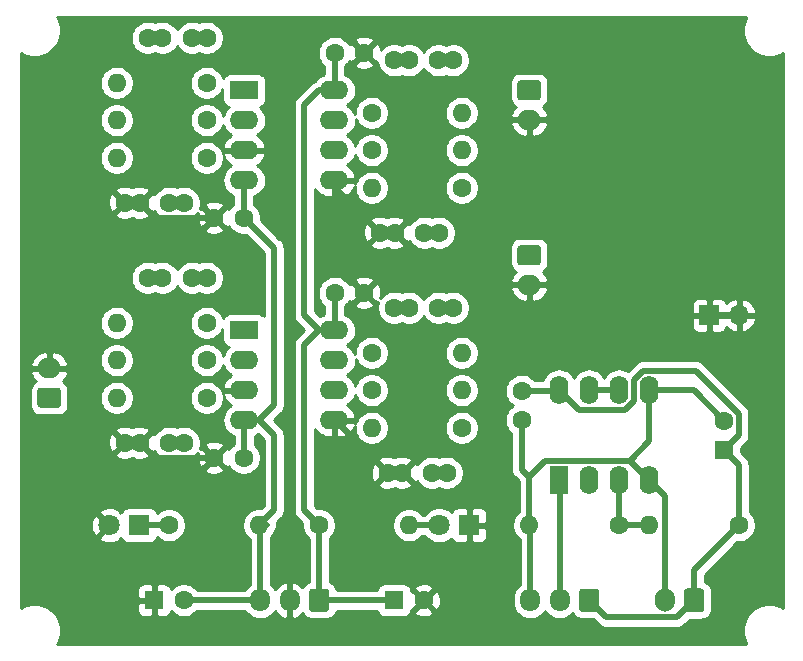
<source format=gbl>
G04 #@! TF.GenerationSoftware,KiCad,Pcbnew,(5.1.6)-1*
G04 #@! TF.CreationDate,2020-09-01T14:50:53+09:00*
G04 #@! TF.ProjectId,General_8th_MFB_LPF,47656e65-7261-46c5-9f38-74685f4d4642,Ver. 1.0*
G04 #@! TF.SameCoordinates,Original*
G04 #@! TF.FileFunction,Copper,L2,Bot*
G04 #@! TF.FilePolarity,Positive*
%FSLAX46Y46*%
G04 Gerber Fmt 4.6, Leading zero omitted, Abs format (unit mm)*
G04 Created by KiCad (PCBNEW (5.1.6)-1) date 2020-09-01 14:50:53*
%MOMM*%
%LPD*%
G01*
G04 APERTURE LIST*
G04 #@! TA.AperFunction,ComponentPad*
%ADD10O,1.700000X1.700000*%
G04 #@! TD*
G04 #@! TA.AperFunction,ComponentPad*
%ADD11R,1.700000X1.700000*%
G04 #@! TD*
G04 #@! TA.AperFunction,ComponentPad*
%ADD12O,1.600000X2.400000*%
G04 #@! TD*
G04 #@! TA.AperFunction,ComponentPad*
%ADD13R,1.600000X2.400000*%
G04 #@! TD*
G04 #@! TA.AperFunction,ComponentPad*
%ADD14C,1.600000*%
G04 #@! TD*
G04 #@! TA.AperFunction,ComponentPad*
%ADD15O,1.600000X1.600000*%
G04 #@! TD*
G04 #@! TA.AperFunction,ComponentPad*
%ADD16O,1.700000X1.950000*%
G04 #@! TD*
G04 #@! TA.AperFunction,ComponentPad*
%ADD17O,1.700000X2.000000*%
G04 #@! TD*
G04 #@! TA.AperFunction,ComponentPad*
%ADD18R,1.600000X1.600000*%
G04 #@! TD*
G04 #@! TA.AperFunction,ComponentPad*
%ADD19O,2.000000X1.700000*%
G04 #@! TD*
G04 #@! TA.AperFunction,ComponentPad*
%ADD20O,2.400000X1.600000*%
G04 #@! TD*
G04 #@! TA.AperFunction,ComponentPad*
%ADD21R,2.400000X1.600000*%
G04 #@! TD*
G04 #@! TA.AperFunction,ComponentPad*
%ADD22C,1.800000*%
G04 #@! TD*
G04 #@! TA.AperFunction,ComponentPad*
%ADD23R,1.800000X1.800000*%
G04 #@! TD*
G04 #@! TA.AperFunction,Conductor*
%ADD24C,0.500000*%
G04 #@! TD*
G04 #@! TA.AperFunction,Conductor*
%ADD25C,0.254000*%
G04 #@! TD*
G04 APERTURE END LIST*
D10*
G04 #@! TO.P,J7,2*
G04 #@! TO.N,GND*
X179070000Y-91440000D03*
D11*
G04 #@! TO.P,J7,1*
X176530000Y-91440000D03*
G04 #@! TD*
D12*
G04 #@! TO.P,U3,8*
G04 #@! TO.N,Net-(C15-Pad1)*
X163830000Y-97790000D03*
G04 #@! TO.P,U3,4*
G04 #@! TO.N,Net-(C15-Pad2)*
X171450000Y-105410000D03*
G04 #@! TO.P,U3,7*
G04 #@! TO.N,Net-(U3-Pad6)*
X166370000Y-97790000D03*
G04 #@! TO.P,U3,3*
G04 #@! TO.N,Net-(R15-Pad2)*
X168910000Y-105410000D03*
G04 #@! TO.P,U3,6*
G04 #@! TO.N,Net-(U3-Pad6)*
X168910000Y-97790000D03*
G04 #@! TO.P,U3,2*
G04 #@! TO.N,Net-(J6-Pad2)*
X166370000Y-105410000D03*
G04 #@! TO.P,U3,5*
G04 #@! TO.N,Net-(C15-Pad2)*
X171450000Y-97790000D03*
D13*
G04 #@! TO.P,U3,1*
G04 #@! TO.N,Net-(J6-Pad2)*
X163830000Y-105410000D03*
G04 #@! TD*
D14*
G04 #@! TO.P,C16,2*
G04 #@! TO.N,Net-(C15-Pad1)*
X160655000Y-97830000D03*
G04 #@! TO.P,C16,1*
G04 #@! TO.N,Net-(C15-Pad2)*
X160655000Y-100330000D03*
G04 #@! TD*
D15*
G04 #@! TO.P,R16,2*
G04 #@! TO.N,Net-(C15-Pad2)*
X161290000Y-109220000D03*
D14*
G04 #@! TO.P,R16,1*
G04 #@! TO.N,Net-(R15-Pad2)*
X168910000Y-109220000D03*
G04 #@! TD*
D15*
G04 #@! TO.P,R15,2*
G04 #@! TO.N,Net-(R15-Pad2)*
X171450000Y-109220000D03*
D14*
G04 #@! TO.P,R15,1*
G04 #@! TO.N,Net-(C15-Pad1)*
X179070000Y-109220000D03*
G04 #@! TD*
D16*
G04 #@! TO.P,J6,3*
G04 #@! TO.N,Net-(C15-Pad2)*
X161370000Y-115570000D03*
G04 #@! TO.P,J6,2*
G04 #@! TO.N,Net-(J6-Pad2)*
X163870000Y-115570000D03*
G04 #@! TO.P,J6,1*
G04 #@! TO.N,Net-(C15-Pad1)*
G04 #@! TA.AperFunction,ComponentPad*
G36*
G01*
X167220000Y-114845000D02*
X167220000Y-116295000D01*
G75*
G02*
X166970000Y-116545000I-250000J0D01*
G01*
X165770000Y-116545000D01*
G75*
G02*
X165520000Y-116295000I0J250000D01*
G01*
X165520000Y-114845000D01*
G75*
G02*
X165770000Y-114595000I250000J0D01*
G01*
X166970000Y-114595000D01*
G75*
G02*
X167220000Y-114845000I0J-250000D01*
G01*
G37*
G04 #@! TD.AperFunction*
G04 #@! TD*
D17*
G04 #@! TO.P,J5,2*
G04 #@! TO.N,Net-(C15-Pad2)*
X172760000Y-115570000D03*
G04 #@! TO.P,J5,1*
G04 #@! TO.N,Net-(C15-Pad1)*
G04 #@! TA.AperFunction,ComponentPad*
G36*
G01*
X176110000Y-114820000D02*
X176110000Y-116320000D01*
G75*
G02*
X175860000Y-116570000I-250000J0D01*
G01*
X174660000Y-116570000D01*
G75*
G02*
X174410000Y-116320000I0J250000D01*
G01*
X174410000Y-114820000D01*
G75*
G02*
X174660000Y-114570000I250000J0D01*
G01*
X175860000Y-114570000D01*
G75*
G02*
X176110000Y-114820000I0J-250000D01*
G01*
G37*
G04 #@! TD.AperFunction*
G04 #@! TD*
D14*
G04 #@! TO.P,C15,2*
G04 #@! TO.N,Net-(C15-Pad2)*
X177800000Y-100370000D03*
D18*
G04 #@! TO.P,C15,1*
G04 #@! TO.N,Net-(C15-Pad1)*
X177800000Y-102870000D03*
G04 #@! TD*
D19*
G04 #@! TO.P,J3,2*
G04 #@! TO.N,GND*
X161290000Y-88860000D03*
G04 #@! TO.P,J3,1*
G04 #@! TO.N,Net-(C8-Pad1)*
G04 #@! TA.AperFunction,ComponentPad*
G36*
G01*
X160540000Y-85510000D02*
X162040000Y-85510000D01*
G75*
G02*
X162290000Y-85760000I0J-250000D01*
G01*
X162290000Y-86960000D01*
G75*
G02*
X162040000Y-87210000I-250000J0D01*
G01*
X160540000Y-87210000D01*
G75*
G02*
X160290000Y-86960000I0J250000D01*
G01*
X160290000Y-85760000D01*
G75*
G02*
X160540000Y-85510000I250000J0D01*
G01*
G37*
G04 #@! TD.AperFunction*
G04 #@! TD*
D20*
G04 #@! TO.P,U2,8*
G04 #@! TO.N,VCC*
X144780000Y-72390000D03*
G04 #@! TO.P,U2,4*
G04 #@! TO.N,VEE*
X137160000Y-80010000D03*
G04 #@! TO.P,U2,7*
G04 #@! TO.N,Net-(C14-Pad1)*
X144780000Y-74930000D03*
G04 #@! TO.P,U2,3*
G04 #@! TO.N,GND*
X137160000Y-77470000D03*
G04 #@! TO.P,U2,6*
G04 #@! TO.N,Net-(C14-Pad2)*
X144780000Y-77470000D03*
G04 #@! TO.P,U2,2*
G04 #@! TO.N,Net-(C10-Pad2)*
X137160000Y-74930000D03*
G04 #@! TO.P,U2,5*
G04 #@! TO.N,GND*
X144780000Y-80010000D03*
D21*
G04 #@! TO.P,U2,1*
G04 #@! TO.N,Net-(C10-Pad1)*
X137160000Y-72390000D03*
G04 #@! TD*
D20*
G04 #@! TO.P,U1,8*
G04 #@! TO.N,VCC*
X144780000Y-92710000D03*
G04 #@! TO.P,U1,4*
G04 #@! TO.N,VEE*
X137160000Y-100330000D03*
G04 #@! TO.P,U1,7*
G04 #@! TO.N,Net-(C8-Pad1)*
X144780000Y-95250000D03*
G04 #@! TO.P,U1,3*
G04 #@! TO.N,GND*
X137160000Y-97790000D03*
G04 #@! TO.P,U1,6*
G04 #@! TO.N,Net-(C8-Pad2)*
X144780000Y-97790000D03*
G04 #@! TO.P,U1,2*
G04 #@! TO.N,Net-(C4-Pad2)*
X137160000Y-95250000D03*
G04 #@! TO.P,U1,5*
G04 #@! TO.N,GND*
X144780000Y-100330000D03*
D21*
G04 #@! TO.P,U1,1*
G04 #@! TO.N,Net-(C4-Pad1)*
X137160000Y-92710000D03*
G04 #@! TD*
D15*
G04 #@! TO.P,R14,2*
G04 #@! TO.N,Net-(C13-Pad1)*
X155575000Y-77470000D03*
D14*
G04 #@! TO.P,R14,1*
G04 #@! TO.N,Net-(C14-Pad2)*
X147955000Y-77470000D03*
G04 #@! TD*
D15*
G04 #@! TO.P,R13,2*
G04 #@! TO.N,Net-(C13-Pad1)*
X155575000Y-74295000D03*
D14*
G04 #@! TO.P,R13,1*
G04 #@! TO.N,Net-(C14-Pad1)*
X147955000Y-74295000D03*
G04 #@! TD*
D15*
G04 #@! TO.P,R12,2*
G04 #@! TO.N,Net-(C10-Pad1)*
X147955000Y-80645000D03*
D14*
G04 #@! TO.P,R12,1*
G04 #@! TO.N,Net-(C13-Pad1)*
X155575000Y-80645000D03*
G04 #@! TD*
D15*
G04 #@! TO.P,R11,2*
G04 #@! TO.N,Net-(C9-Pad1)*
X126365000Y-74930000D03*
D14*
G04 #@! TO.P,R11,1*
G04 #@! TO.N,Net-(C10-Pad2)*
X133985000Y-74930000D03*
G04 #@! TD*
D15*
G04 #@! TO.P,R10,2*
G04 #@! TO.N,Net-(C9-Pad1)*
X126365000Y-71755000D03*
D14*
G04 #@! TO.P,R10,1*
G04 #@! TO.N,Net-(C10-Pad1)*
X133985000Y-71755000D03*
G04 #@! TD*
D15*
G04 #@! TO.P,R9,2*
G04 #@! TO.N,Net-(C8-Pad1)*
X126365000Y-78105000D03*
D14*
G04 #@! TO.P,R9,1*
G04 #@! TO.N,Net-(C9-Pad1)*
X133985000Y-78105000D03*
G04 #@! TD*
D15*
G04 #@! TO.P,R8,2*
G04 #@! TO.N,Net-(C7-Pad1)*
X155575000Y-97790000D03*
D14*
G04 #@! TO.P,R8,1*
G04 #@! TO.N,Net-(C8-Pad2)*
X147955000Y-97790000D03*
G04 #@! TD*
D15*
G04 #@! TO.P,R7,2*
G04 #@! TO.N,Net-(C7-Pad1)*
X155575000Y-94615000D03*
D14*
G04 #@! TO.P,R7,1*
G04 #@! TO.N,Net-(C8-Pad1)*
X147955000Y-94615000D03*
G04 #@! TD*
D15*
G04 #@! TO.P,R6,2*
G04 #@! TO.N,Net-(C4-Pad1)*
X147955000Y-100965000D03*
D14*
G04 #@! TO.P,R6,1*
G04 #@! TO.N,Net-(C7-Pad1)*
X155575000Y-100965000D03*
G04 #@! TD*
D15*
G04 #@! TO.P,R2,2*
G04 #@! TO.N,VEE*
X138430000Y-109220000D03*
D14*
G04 #@! TO.P,R2,1*
G04 #@! TO.N,Net-(D2-Pad1)*
X130810000Y-109220000D03*
G04 #@! TD*
D15*
G04 #@! TO.P,R1,2*
G04 #@! TO.N,Net-(D1-Pad2)*
X151130000Y-109220000D03*
D14*
G04 #@! TO.P,R1,1*
G04 #@! TO.N,VCC*
X143510000Y-109220000D03*
G04 #@! TD*
D15*
G04 #@! TO.P,R5,2*
G04 #@! TO.N,Net-(C3-Pad1)*
X126365000Y-95250000D03*
D14*
G04 #@! TO.P,R5,1*
G04 #@! TO.N,Net-(C4-Pad2)*
X133985000Y-95250000D03*
G04 #@! TD*
D15*
G04 #@! TO.P,R4,2*
G04 #@! TO.N,Net-(C3-Pad1)*
X126365000Y-92075000D03*
D14*
G04 #@! TO.P,R4,1*
G04 #@! TO.N,Net-(C4-Pad1)*
X133985000Y-92075000D03*
G04 #@! TD*
D15*
G04 #@! TO.P,R3,2*
G04 #@! TO.N,Net-(J2-Pad1)*
X126365000Y-98425000D03*
D14*
G04 #@! TO.P,R3,1*
G04 #@! TO.N,Net-(C3-Pad1)*
X133985000Y-98425000D03*
G04 #@! TD*
D19*
G04 #@! TO.P,J4,2*
G04 #@! TO.N,GND*
X161290000Y-74890000D03*
G04 #@! TO.P,J4,1*
G04 #@! TO.N,Net-(C14-Pad1)*
G04 #@! TA.AperFunction,ComponentPad*
G36*
G01*
X160540000Y-71540000D02*
X162040000Y-71540000D01*
G75*
G02*
X162290000Y-71790000I0J-250000D01*
G01*
X162290000Y-72990000D01*
G75*
G02*
X162040000Y-73240000I-250000J0D01*
G01*
X160540000Y-73240000D01*
G75*
G02*
X160290000Y-72990000I0J250000D01*
G01*
X160290000Y-71790000D01*
G75*
G02*
X160540000Y-71540000I250000J0D01*
G01*
G37*
G04 #@! TD.AperFunction*
G04 #@! TD*
D16*
G04 #@! TO.P,J1,3*
G04 #@! TO.N,VEE*
X138510000Y-115570000D03*
G04 #@! TO.P,J1,2*
G04 #@! TO.N,GND*
X141010000Y-115570000D03*
G04 #@! TO.P,J1,1*
G04 #@! TO.N,VCC*
G04 #@! TA.AperFunction,ComponentPad*
G36*
G01*
X144360000Y-114845000D02*
X144360000Y-116295000D01*
G75*
G02*
X144110000Y-116545000I-250000J0D01*
G01*
X142910000Y-116545000D01*
G75*
G02*
X142660000Y-116295000I0J250000D01*
G01*
X142660000Y-114845000D01*
G75*
G02*
X142910000Y-114595000I250000J0D01*
G01*
X144110000Y-114595000D01*
G75*
G02*
X144360000Y-114845000I0J-250000D01*
G01*
G37*
G04 #@! TD.AperFunction*
G04 #@! TD*
D19*
G04 #@! TO.P,J2,2*
G04 #@! TO.N,GND*
X120650000Y-95925000D03*
G04 #@! TO.P,J2,1*
G04 #@! TO.N,Net-(J2-Pad1)*
G04 #@! TA.AperFunction,ComponentPad*
G36*
G01*
X121400000Y-99275000D02*
X119900000Y-99275000D01*
G75*
G02*
X119650000Y-99025000I0J250000D01*
G01*
X119650000Y-97825000D01*
G75*
G02*
X119900000Y-97575000I250000J0D01*
G01*
X121400000Y-97575000D01*
G75*
G02*
X121650000Y-97825000I0J-250000D01*
G01*
X121650000Y-99025000D01*
G75*
G02*
X121400000Y-99275000I-250000J0D01*
G01*
G37*
G04 #@! TD.AperFunction*
G04 #@! TD*
D22*
G04 #@! TO.P,D2,2*
G04 #@! TO.N,GND*
X125730000Y-109220000D03*
D23*
G04 #@! TO.P,D2,1*
G04 #@! TO.N,Net-(D2-Pad1)*
X128270000Y-109220000D03*
G04 #@! TD*
D22*
G04 #@! TO.P,D1,2*
G04 #@! TO.N,Net-(D1-Pad2)*
X153670000Y-109220000D03*
D23*
G04 #@! TO.P,D1,1*
G04 #@! TO.N,GND*
X156210000Y-109220000D03*
G04 #@! TD*
D14*
G04 #@! TO.P,C14,2*
G04 #@! TO.N,Net-(C14-Pad2)*
X154860000Y-69850000D03*
G04 #@! TO.P,C14,1*
G04 #@! TO.N,Net-(C14-Pad1)*
X149860000Y-69850000D03*
G04 #@! TO.P,C14,2*
G04 #@! TO.N,Net-(C14-Pad2)*
X153610000Y-69850000D03*
G04 #@! TO.P,C14,1*
G04 #@! TO.N,Net-(C14-Pad1)*
X151110000Y-69850000D03*
G04 #@! TD*
G04 #@! TO.P,C13,2*
G04 #@! TO.N,GND*
X148670000Y-84455000D03*
G04 #@! TO.P,C13,1*
G04 #@! TO.N,Net-(C13-Pad1)*
X153670000Y-84455000D03*
G04 #@! TO.P,C13,2*
G04 #@! TO.N,GND*
X149920000Y-84455000D03*
G04 #@! TO.P,C13,1*
G04 #@! TO.N,Net-(C13-Pad1)*
X152420000Y-84455000D03*
G04 #@! TD*
G04 #@! TO.P,C12,2*
G04 #@! TO.N,VEE*
X137120000Y-83185000D03*
G04 #@! TO.P,C12,1*
G04 #@! TO.N,GND*
X134620000Y-83185000D03*
G04 #@! TD*
G04 #@! TO.P,C11,2*
G04 #@! TO.N,VCC*
X144820000Y-69215000D03*
G04 #@! TO.P,C11,1*
G04 #@! TO.N,GND*
X147320000Y-69215000D03*
G04 #@! TD*
G04 #@! TO.P,C10,2*
G04 #@! TO.N,Net-(C10-Pad2)*
X128985000Y-67945000D03*
G04 #@! TO.P,C10,1*
G04 #@! TO.N,Net-(C10-Pad1)*
X133985000Y-67945000D03*
G04 #@! TO.P,C10,2*
G04 #@! TO.N,Net-(C10-Pad2)*
X130235000Y-67945000D03*
G04 #@! TO.P,C10,1*
G04 #@! TO.N,Net-(C10-Pad1)*
X132735000Y-67945000D03*
G04 #@! TD*
G04 #@! TO.P,C9,2*
G04 #@! TO.N,GND*
X127080000Y-81915000D03*
G04 #@! TO.P,C9,1*
G04 #@! TO.N,Net-(C9-Pad1)*
X132080000Y-81915000D03*
G04 #@! TO.P,C9,2*
G04 #@! TO.N,GND*
X128330000Y-81915000D03*
G04 #@! TO.P,C9,1*
G04 #@! TO.N,Net-(C9-Pad1)*
X130830000Y-81915000D03*
G04 #@! TD*
G04 #@! TO.P,C8,2*
G04 #@! TO.N,Net-(C8-Pad2)*
X154860000Y-90805000D03*
G04 #@! TO.P,C8,1*
G04 #@! TO.N,Net-(C8-Pad1)*
X149860000Y-90805000D03*
G04 #@! TO.P,C8,2*
G04 #@! TO.N,Net-(C8-Pad2)*
X153610000Y-90805000D03*
G04 #@! TO.P,C8,1*
G04 #@! TO.N,Net-(C8-Pad1)*
X151110000Y-90805000D03*
G04 #@! TD*
G04 #@! TO.P,C7,2*
G04 #@! TO.N,GND*
X149305000Y-104775000D03*
G04 #@! TO.P,C7,1*
G04 #@! TO.N,Net-(C7-Pad1)*
X154305000Y-104775000D03*
G04 #@! TO.P,C7,2*
G04 #@! TO.N,GND*
X150555000Y-104775000D03*
G04 #@! TO.P,C7,1*
G04 #@! TO.N,Net-(C7-Pad1)*
X153055000Y-104775000D03*
G04 #@! TD*
G04 #@! TO.P,C6,2*
G04 #@! TO.N,VEE*
X137120000Y-103505000D03*
G04 #@! TO.P,C6,1*
G04 #@! TO.N,GND*
X134620000Y-103505000D03*
G04 #@! TD*
G04 #@! TO.P,C5,2*
G04 #@! TO.N,VCC*
X144820000Y-89535000D03*
G04 #@! TO.P,C5,1*
G04 #@! TO.N,GND*
X147320000Y-89535000D03*
G04 #@! TD*
G04 #@! TO.P,C2,2*
G04 #@! TO.N,VEE*
X132040000Y-115570000D03*
D18*
G04 #@! TO.P,C2,1*
G04 #@! TO.N,GND*
X129540000Y-115570000D03*
G04 #@! TD*
D14*
G04 #@! TO.P,C1,2*
G04 #@! TO.N,GND*
X152360000Y-115570000D03*
D18*
G04 #@! TO.P,C1,1*
G04 #@! TO.N,VCC*
X149860000Y-115570000D03*
G04 #@! TD*
D14*
G04 #@! TO.P,C4,2*
G04 #@! TO.N,Net-(C4-Pad2)*
X128985000Y-88265000D03*
G04 #@! TO.P,C4,1*
G04 #@! TO.N,Net-(C4-Pad1)*
X133985000Y-88265000D03*
G04 #@! TO.P,C4,2*
G04 #@! TO.N,Net-(C4-Pad2)*
X130235000Y-88265000D03*
G04 #@! TO.P,C4,1*
G04 #@! TO.N,Net-(C4-Pad1)*
X132735000Y-88265000D03*
G04 #@! TD*
G04 #@! TO.P,C3,2*
G04 #@! TO.N,GND*
X127080000Y-102235000D03*
G04 #@! TO.P,C3,1*
G04 #@! TO.N,Net-(C3-Pad1)*
X132080000Y-102235000D03*
G04 #@! TO.P,C3,2*
G04 #@! TO.N,GND*
X128330000Y-102235000D03*
G04 #@! TO.P,C3,1*
G04 #@! TO.N,Net-(C3-Pad1)*
X130830000Y-102235000D03*
G04 #@! TD*
D24*
G04 #@! TO.N,GND*
X127080000Y-81915000D02*
X128330000Y-81915000D01*
X129600000Y-83185000D02*
X134620000Y-83185000D01*
X128330000Y-81915000D02*
X129600000Y-83185000D01*
X127080000Y-102235000D02*
X128330000Y-102235000D01*
X129600000Y-103505000D02*
X134620000Y-103505000D01*
X128330000Y-102235000D02*
X129600000Y-103505000D01*
X144860000Y-100330000D02*
X149305000Y-104775000D01*
X144780000Y-100330000D02*
X144860000Y-100330000D01*
X149305000Y-104775000D02*
X150555000Y-104775000D01*
X144780000Y-80565000D02*
X148670000Y-84455000D01*
X144780000Y-80010000D02*
X144780000Y-80565000D01*
X176530000Y-91440000D02*
X179070000Y-91440000D01*
X148670000Y-84455000D02*
X149920000Y-84455000D01*
G04 #@! TO.N,VCC*
X143510000Y-115570000D02*
X149860000Y-115570000D01*
X143510000Y-115570000D02*
X143510000Y-109220000D01*
X142240000Y-73660000D02*
X143510000Y-72390000D01*
X143510000Y-109220000D02*
X142240000Y-107950000D01*
X143510000Y-72390000D02*
X144780000Y-72390000D01*
X144820000Y-72350000D02*
X144780000Y-72390000D01*
X144820000Y-69215000D02*
X144820000Y-72350000D01*
X144820000Y-92670000D02*
X144780000Y-92710000D01*
X144820000Y-89535000D02*
X144820000Y-92670000D01*
X142240000Y-107950000D02*
X142240000Y-93980000D01*
X142240000Y-93980000D02*
X143510000Y-92710000D01*
X143510000Y-92710000D02*
X144780000Y-92710000D01*
X143510000Y-92710000D02*
X142240000Y-91440000D01*
X142240000Y-91440000D02*
X142240000Y-73660000D01*
G04 #@! TO.N,VEE*
X132040000Y-115570000D02*
X138510000Y-115570000D01*
X138510000Y-109300000D02*
X138430000Y-109220000D01*
X138510000Y-115570000D02*
X138510000Y-109300000D01*
X138430000Y-109220000D02*
X139065000Y-109220000D01*
X137120000Y-80050000D02*
X137160000Y-80010000D01*
X137120000Y-83185000D02*
X137120000Y-80050000D01*
X137160000Y-103465000D02*
X137120000Y-103505000D01*
X137160000Y-100330000D02*
X137160000Y-103465000D01*
X138430000Y-109220000D02*
X139700000Y-107950000D01*
X139700000Y-107950000D02*
X139700000Y-101600000D01*
X139700000Y-101600000D02*
X138430000Y-100330000D01*
X138430000Y-100330000D02*
X137160000Y-100330000D01*
X138430000Y-100330000D02*
X139700000Y-99060000D01*
X139700000Y-99060000D02*
X139700000Y-85725000D01*
X139660000Y-85725000D02*
X137120000Y-83185000D01*
X139700000Y-85725000D02*
X139660000Y-85725000D01*
G04 #@! TO.N,Net-(D1-Pad2)*
X151130000Y-109220000D02*
X153670000Y-109220000D01*
G04 #@! TO.N,Net-(D2-Pad1)*
X128270000Y-109220000D02*
X130810000Y-109220000D01*
G04 #@! TO.N,Net-(C15-Pad2)*
X161370000Y-109300000D02*
X161290000Y-109220000D01*
X161370000Y-115570000D02*
X161370000Y-109300000D01*
X172760000Y-106720000D02*
X171450000Y-105410000D01*
X172760000Y-115570000D02*
X172760000Y-106720000D01*
X169799999Y-103759999D02*
X171450000Y-105410000D01*
X162669999Y-103759999D02*
X169799999Y-103759999D01*
X161290000Y-105139998D02*
X162669999Y-103759999D01*
X161290000Y-109220000D02*
X161290000Y-105139998D01*
X160655000Y-104504998D02*
X161290000Y-105139998D01*
X160655000Y-100330000D02*
X160655000Y-104504998D01*
X175220000Y-97790000D02*
X177800000Y-100370000D01*
X171450000Y-97790000D02*
X175220000Y-97790000D01*
X171450000Y-102109998D02*
X169799999Y-103759999D01*
X171450000Y-97790000D02*
X171450000Y-102109998D01*
G04 #@! TO.N,Net-(C15-Pad1)*
X163790000Y-97830000D02*
X163830000Y-97790000D01*
X160655000Y-97830000D02*
X163790000Y-97830000D01*
X167820010Y-117020010D02*
X173809990Y-117020010D01*
X173809990Y-117020010D02*
X175260000Y-115570000D01*
X166370000Y-115570000D02*
X167820010Y-117020010D01*
X175260000Y-113030000D02*
X179070000Y-109220000D01*
X175260000Y-115570000D02*
X175260000Y-113030000D01*
X179050001Y-99769999D02*
X179050001Y-101619999D01*
X175419992Y-96139990D02*
X179050001Y-99769999D01*
X170932229Y-96139990D02*
X175419992Y-96139990D01*
X170180000Y-96892219D02*
X170932229Y-96139990D01*
X179050001Y-101619999D02*
X177800000Y-102870000D01*
X170180000Y-98687781D02*
X170180000Y-96892219D01*
X165480010Y-99440010D02*
X169427771Y-99440010D01*
X169427771Y-99440010D02*
X170180000Y-98687781D01*
X163830000Y-97790000D02*
X165480010Y-99440010D01*
X179070000Y-104140000D02*
X177800000Y-102870000D01*
X179070000Y-109220000D02*
X179070000Y-104140000D01*
G04 #@! TO.N,Net-(J6-Pad2)*
X163870000Y-105450000D02*
X163830000Y-105410000D01*
X163870000Y-115570000D02*
X163870000Y-105450000D01*
G04 #@! TO.N,Net-(R15-Pad2)*
X171450000Y-109220000D02*
X168910000Y-109220000D01*
X168910000Y-109220000D02*
X168910000Y-105410000D01*
G04 #@! TO.N,Net-(U3-Pad6)*
X166370000Y-97790000D02*
X168910000Y-97790000D01*
G04 #@! TD*
D25*
G04 #@! TO.N,GND*
G36*
X179629369Y-66251331D02*
G01*
X179460890Y-66658075D01*
X179375000Y-67089872D01*
X179375000Y-67530128D01*
X179460890Y-67961925D01*
X179629369Y-68368669D01*
X179873962Y-68734729D01*
X180185271Y-69046038D01*
X180551331Y-69290631D01*
X180958075Y-69459110D01*
X181389872Y-69545000D01*
X181830128Y-69545000D01*
X182261925Y-69459110D01*
X182668669Y-69290631D01*
X182753000Y-69234283D01*
X182753000Y-116185717D01*
X182668669Y-116129369D01*
X182261925Y-115960890D01*
X181830128Y-115875000D01*
X181389872Y-115875000D01*
X180958075Y-115960890D01*
X180551331Y-116129369D01*
X180185271Y-116373962D01*
X179873962Y-116685271D01*
X179629369Y-117051331D01*
X179460890Y-117458075D01*
X179375000Y-117889872D01*
X179375000Y-118330128D01*
X179460890Y-118761925D01*
X179629369Y-119168669D01*
X179685717Y-119253000D01*
X121304283Y-119253000D01*
X121360631Y-119168669D01*
X121529110Y-118761925D01*
X121615000Y-118330128D01*
X121615000Y-117889872D01*
X121529110Y-117458075D01*
X121360631Y-117051331D01*
X121116038Y-116685271D01*
X120804729Y-116373962D01*
X120798800Y-116370000D01*
X128101928Y-116370000D01*
X128114188Y-116494482D01*
X128150498Y-116614180D01*
X128209463Y-116724494D01*
X128288815Y-116821185D01*
X128385506Y-116900537D01*
X128495820Y-116959502D01*
X128615518Y-116995812D01*
X128740000Y-117008072D01*
X129254250Y-117005000D01*
X129413000Y-116846250D01*
X129413000Y-115697000D01*
X128263750Y-115697000D01*
X128105000Y-115855750D01*
X128101928Y-116370000D01*
X120798800Y-116370000D01*
X120438669Y-116129369D01*
X120031925Y-115960890D01*
X119600128Y-115875000D01*
X119159872Y-115875000D01*
X118728075Y-115960890D01*
X118321331Y-116129369D01*
X118237000Y-116185717D01*
X118237000Y-114770000D01*
X128101928Y-114770000D01*
X128105000Y-115284250D01*
X128263750Y-115443000D01*
X129413000Y-115443000D01*
X129413000Y-114293750D01*
X129667000Y-114293750D01*
X129667000Y-115443000D01*
X129687000Y-115443000D01*
X129687000Y-115697000D01*
X129667000Y-115697000D01*
X129667000Y-116846250D01*
X129825750Y-117005000D01*
X130340000Y-117008072D01*
X130464482Y-116995812D01*
X130584180Y-116959502D01*
X130694494Y-116900537D01*
X130791185Y-116821185D01*
X130870537Y-116724494D01*
X130929502Y-116614180D01*
X130958661Y-116518057D01*
X131125241Y-116684637D01*
X131360273Y-116841680D01*
X131621426Y-116949853D01*
X131898665Y-117005000D01*
X132181335Y-117005000D01*
X132458574Y-116949853D01*
X132719727Y-116841680D01*
X132954759Y-116684637D01*
X133154637Y-116484759D01*
X133174521Y-116455000D01*
X137232406Y-116455000D01*
X137269294Y-116524013D01*
X137454866Y-116750134D01*
X137680986Y-116935706D01*
X137938966Y-117073599D01*
X138218889Y-117158513D01*
X138510000Y-117187185D01*
X138801110Y-117158513D01*
X139081033Y-117073599D01*
X139339013Y-116935706D01*
X139565134Y-116750134D01*
X139750706Y-116524014D01*
X139764462Y-116498278D01*
X139920951Y-116704429D01*
X140138807Y-116897496D01*
X140390142Y-117044352D01*
X140653110Y-117136476D01*
X140883000Y-117015155D01*
X140883000Y-115697000D01*
X140863000Y-115697000D01*
X140863000Y-115443000D01*
X140883000Y-115443000D01*
X140883000Y-114124845D01*
X141137000Y-114124845D01*
X141137000Y-115443000D01*
X141157000Y-115443000D01*
X141157000Y-115697000D01*
X141137000Y-115697000D01*
X141137000Y-117015155D01*
X141366890Y-117136476D01*
X141629858Y-117044352D01*
X141881193Y-116897496D01*
X142099049Y-116704429D01*
X142115286Y-116683039D01*
X142171595Y-116788386D01*
X142282038Y-116922962D01*
X142416614Y-117033405D01*
X142570150Y-117115472D01*
X142736746Y-117166008D01*
X142910000Y-117183072D01*
X144110000Y-117183072D01*
X144283254Y-117166008D01*
X144449850Y-117115472D01*
X144603386Y-117033405D01*
X144737962Y-116922962D01*
X144848405Y-116788386D01*
X144930472Y-116634850D01*
X144981008Y-116468254D01*
X144982313Y-116455000D01*
X148430299Y-116455000D01*
X148434188Y-116494482D01*
X148470498Y-116614180D01*
X148529463Y-116724494D01*
X148608815Y-116821185D01*
X148705506Y-116900537D01*
X148815820Y-116959502D01*
X148935518Y-116995812D01*
X149060000Y-117008072D01*
X150660000Y-117008072D01*
X150784482Y-116995812D01*
X150904180Y-116959502D01*
X151014494Y-116900537D01*
X151111185Y-116821185D01*
X151190537Y-116724494D01*
X151249502Y-116614180D01*
X151265117Y-116562702D01*
X151546903Y-116562702D01*
X151618486Y-116806671D01*
X151873996Y-116927571D01*
X152148184Y-116996300D01*
X152430512Y-117010217D01*
X152710130Y-116968787D01*
X152976292Y-116873603D01*
X153101514Y-116806671D01*
X153173097Y-116562702D01*
X152360000Y-115749605D01*
X151546903Y-116562702D01*
X151265117Y-116562702D01*
X151285812Y-116494482D01*
X151298072Y-116370000D01*
X151298072Y-116362785D01*
X151367298Y-116383097D01*
X152180395Y-115570000D01*
X152539605Y-115570000D01*
X153352702Y-116383097D01*
X153596671Y-116311514D01*
X153717571Y-116056004D01*
X153786300Y-115781816D01*
X153800217Y-115499488D01*
X153758787Y-115219870D01*
X153663603Y-114953708D01*
X153596671Y-114828486D01*
X153352702Y-114756903D01*
X152539605Y-115570000D01*
X152180395Y-115570000D01*
X151367298Y-114756903D01*
X151298072Y-114777215D01*
X151298072Y-114770000D01*
X151285812Y-114645518D01*
X151265118Y-114577298D01*
X151546903Y-114577298D01*
X152360000Y-115390395D01*
X153173097Y-114577298D01*
X153101514Y-114333329D01*
X152846004Y-114212429D01*
X152571816Y-114143700D01*
X152289488Y-114129783D01*
X152009870Y-114171213D01*
X151743708Y-114266397D01*
X151618486Y-114333329D01*
X151546903Y-114577298D01*
X151265118Y-114577298D01*
X151249502Y-114525820D01*
X151190537Y-114415506D01*
X151111185Y-114318815D01*
X151014494Y-114239463D01*
X150904180Y-114180498D01*
X150784482Y-114144188D01*
X150660000Y-114131928D01*
X149060000Y-114131928D01*
X148935518Y-114144188D01*
X148815820Y-114180498D01*
X148705506Y-114239463D01*
X148608815Y-114318815D01*
X148529463Y-114415506D01*
X148470498Y-114525820D01*
X148434188Y-114645518D01*
X148430299Y-114685000D01*
X144982313Y-114685000D01*
X144981008Y-114671746D01*
X144930472Y-114505150D01*
X144848405Y-114351614D01*
X144737962Y-114217038D01*
X144603386Y-114106595D01*
X144449850Y-114024528D01*
X144395000Y-114007890D01*
X144395000Y-110354521D01*
X144424759Y-110334637D01*
X144624637Y-110134759D01*
X144781680Y-109899727D01*
X144889853Y-109638574D01*
X144945000Y-109361335D01*
X144945000Y-109078665D01*
X149695000Y-109078665D01*
X149695000Y-109361335D01*
X149750147Y-109638574D01*
X149858320Y-109899727D01*
X150015363Y-110134759D01*
X150215241Y-110334637D01*
X150450273Y-110491680D01*
X150711426Y-110599853D01*
X150988665Y-110655000D01*
X151271335Y-110655000D01*
X151548574Y-110599853D01*
X151809727Y-110491680D01*
X152044759Y-110334637D01*
X152244637Y-110134759D01*
X152264521Y-110105000D01*
X152415210Y-110105000D01*
X152477688Y-110198505D01*
X152691495Y-110412312D01*
X152942905Y-110580299D01*
X153222257Y-110696011D01*
X153518816Y-110755000D01*
X153821184Y-110755000D01*
X154117743Y-110696011D01*
X154397095Y-110580299D01*
X154648505Y-110412312D01*
X154714944Y-110345873D01*
X154720498Y-110364180D01*
X154779463Y-110474494D01*
X154858815Y-110571185D01*
X154955506Y-110650537D01*
X155065820Y-110709502D01*
X155185518Y-110745812D01*
X155310000Y-110758072D01*
X155924250Y-110755000D01*
X156083000Y-110596250D01*
X156083000Y-109347000D01*
X156337000Y-109347000D01*
X156337000Y-110596250D01*
X156495750Y-110755000D01*
X157110000Y-110758072D01*
X157234482Y-110745812D01*
X157354180Y-110709502D01*
X157464494Y-110650537D01*
X157561185Y-110571185D01*
X157640537Y-110474494D01*
X157699502Y-110364180D01*
X157735812Y-110244482D01*
X157748072Y-110120000D01*
X157745000Y-109505750D01*
X157586250Y-109347000D01*
X156337000Y-109347000D01*
X156083000Y-109347000D01*
X156063000Y-109347000D01*
X156063000Y-109093000D01*
X156083000Y-109093000D01*
X156083000Y-107843750D01*
X156337000Y-107843750D01*
X156337000Y-109093000D01*
X157586250Y-109093000D01*
X157745000Y-108934250D01*
X157748072Y-108320000D01*
X157735812Y-108195518D01*
X157699502Y-108075820D01*
X157640537Y-107965506D01*
X157561185Y-107868815D01*
X157464494Y-107789463D01*
X157354180Y-107730498D01*
X157234482Y-107694188D01*
X157110000Y-107681928D01*
X156495750Y-107685000D01*
X156337000Y-107843750D01*
X156083000Y-107843750D01*
X155924250Y-107685000D01*
X155310000Y-107681928D01*
X155185518Y-107694188D01*
X155065820Y-107730498D01*
X154955506Y-107789463D01*
X154858815Y-107868815D01*
X154779463Y-107965506D01*
X154720498Y-108075820D01*
X154714944Y-108094127D01*
X154648505Y-108027688D01*
X154397095Y-107859701D01*
X154117743Y-107743989D01*
X153821184Y-107685000D01*
X153518816Y-107685000D01*
X153222257Y-107743989D01*
X152942905Y-107859701D01*
X152691495Y-108027688D01*
X152477688Y-108241495D01*
X152415210Y-108335000D01*
X152264521Y-108335000D01*
X152244637Y-108305241D01*
X152044759Y-108105363D01*
X151809727Y-107948320D01*
X151548574Y-107840147D01*
X151271335Y-107785000D01*
X150988665Y-107785000D01*
X150711426Y-107840147D01*
X150450273Y-107948320D01*
X150215241Y-108105363D01*
X150015363Y-108305241D01*
X149858320Y-108540273D01*
X149750147Y-108801426D01*
X149695000Y-109078665D01*
X144945000Y-109078665D01*
X144889853Y-108801426D01*
X144781680Y-108540273D01*
X144624637Y-108305241D01*
X144424759Y-108105363D01*
X144189727Y-107948320D01*
X143928574Y-107840147D01*
X143651335Y-107785000D01*
X143368665Y-107785000D01*
X143333561Y-107791983D01*
X143125000Y-107583422D01*
X143125000Y-104845512D01*
X147864783Y-104845512D01*
X147906213Y-105125130D01*
X148001397Y-105391292D01*
X148068329Y-105516514D01*
X148312298Y-105588097D01*
X149117889Y-104782506D01*
X149114783Y-104845512D01*
X149153408Y-105106197D01*
X148491903Y-105767702D01*
X148563486Y-106011671D01*
X148818996Y-106132571D01*
X149093184Y-106201300D01*
X149375512Y-106215217D01*
X149655130Y-106173787D01*
X149921292Y-106078603D01*
X149937092Y-106070158D01*
X150068996Y-106132571D01*
X150343184Y-106201300D01*
X150625512Y-106215217D01*
X150905130Y-106173787D01*
X151171292Y-106078603D01*
X151296514Y-106011671D01*
X151368097Y-105767702D01*
X150702421Y-105102026D01*
X150731300Y-104986816D01*
X150741406Y-104781801D01*
X151547702Y-105588097D01*
X151791671Y-105516514D01*
X151805324Y-105487659D01*
X151940363Y-105689759D01*
X152140241Y-105889637D01*
X152375273Y-106046680D01*
X152636426Y-106154853D01*
X152913665Y-106210000D01*
X153196335Y-106210000D01*
X153473574Y-106154853D01*
X153680000Y-106069349D01*
X153886426Y-106154853D01*
X154163665Y-106210000D01*
X154446335Y-106210000D01*
X154723574Y-106154853D01*
X154984727Y-106046680D01*
X155219759Y-105889637D01*
X155419637Y-105689759D01*
X155576680Y-105454727D01*
X155684853Y-105193574D01*
X155740000Y-104916335D01*
X155740000Y-104633665D01*
X155684853Y-104356426D01*
X155576680Y-104095273D01*
X155419637Y-103860241D01*
X155219759Y-103660363D01*
X154984727Y-103503320D01*
X154723574Y-103395147D01*
X154446335Y-103340000D01*
X154163665Y-103340000D01*
X153886426Y-103395147D01*
X153680000Y-103480651D01*
X153473574Y-103395147D01*
X153196335Y-103340000D01*
X152913665Y-103340000D01*
X152636426Y-103395147D01*
X152375273Y-103503320D01*
X152140241Y-103660363D01*
X151940363Y-103860241D01*
X151806308Y-104060869D01*
X151791671Y-104033486D01*
X151547702Y-103961903D01*
X150742111Y-104767494D01*
X150745217Y-104704488D01*
X150706592Y-104443803D01*
X151368097Y-103782298D01*
X151296514Y-103538329D01*
X151041004Y-103417429D01*
X150766816Y-103348700D01*
X150484488Y-103334783D01*
X150204870Y-103376213D01*
X149938708Y-103471397D01*
X149922908Y-103479842D01*
X149791004Y-103417429D01*
X149516816Y-103348700D01*
X149234488Y-103334783D01*
X148954870Y-103376213D01*
X148688708Y-103471397D01*
X148563486Y-103538329D01*
X148491903Y-103782298D01*
X149157579Y-104447974D01*
X149128700Y-104563184D01*
X149118594Y-104768199D01*
X148312298Y-103961903D01*
X148068329Y-104033486D01*
X147947429Y-104288996D01*
X147878700Y-104563184D01*
X147864783Y-104845512D01*
X143125000Y-104845512D01*
X143125000Y-101034413D01*
X143275500Y-101254895D01*
X143477161Y-101452601D01*
X143713517Y-101607166D01*
X143975486Y-101712650D01*
X144253000Y-101765000D01*
X144653000Y-101765000D01*
X144653000Y-100457000D01*
X144907000Y-100457000D01*
X144907000Y-101765000D01*
X145307000Y-101765000D01*
X145584514Y-101712650D01*
X145846483Y-101607166D01*
X146082839Y-101452601D01*
X146284500Y-101254895D01*
X146443715Y-101021646D01*
X146520000Y-100842517D01*
X146520000Y-101106335D01*
X146575147Y-101383574D01*
X146683320Y-101644727D01*
X146840363Y-101879759D01*
X147040241Y-102079637D01*
X147275273Y-102236680D01*
X147536426Y-102344853D01*
X147813665Y-102400000D01*
X148096335Y-102400000D01*
X148373574Y-102344853D01*
X148634727Y-102236680D01*
X148869759Y-102079637D01*
X149069637Y-101879759D01*
X149226680Y-101644727D01*
X149334853Y-101383574D01*
X149390000Y-101106335D01*
X149390000Y-100823665D01*
X154140000Y-100823665D01*
X154140000Y-101106335D01*
X154195147Y-101383574D01*
X154303320Y-101644727D01*
X154460363Y-101879759D01*
X154660241Y-102079637D01*
X154895273Y-102236680D01*
X155156426Y-102344853D01*
X155433665Y-102400000D01*
X155716335Y-102400000D01*
X155993574Y-102344853D01*
X156254727Y-102236680D01*
X156489759Y-102079637D01*
X156689637Y-101879759D01*
X156846680Y-101644727D01*
X156954853Y-101383574D01*
X157010000Y-101106335D01*
X157010000Y-100823665D01*
X156954853Y-100546426D01*
X156846680Y-100285273D01*
X156689637Y-100050241D01*
X156489759Y-99850363D01*
X156254727Y-99693320D01*
X155993574Y-99585147D01*
X155716335Y-99530000D01*
X155433665Y-99530000D01*
X155156426Y-99585147D01*
X154895273Y-99693320D01*
X154660241Y-99850363D01*
X154460363Y-100050241D01*
X154303320Y-100285273D01*
X154195147Y-100546426D01*
X154140000Y-100823665D01*
X149390000Y-100823665D01*
X149334853Y-100546426D01*
X149226680Y-100285273D01*
X149069637Y-100050241D01*
X148869759Y-99850363D01*
X148634727Y-99693320D01*
X148373574Y-99585147D01*
X148096335Y-99530000D01*
X147813665Y-99530000D01*
X147536426Y-99585147D01*
X147275273Y-99693320D01*
X147040241Y-99850363D01*
X146840363Y-100050241D01*
X146683320Y-100285273D01*
X146575147Y-100546426D01*
X146554918Y-100648122D01*
X146449915Y-100457000D01*
X144907000Y-100457000D01*
X144653000Y-100457000D01*
X144633000Y-100457000D01*
X144633000Y-100203000D01*
X144653000Y-100203000D01*
X144653000Y-100183000D01*
X144907000Y-100183000D01*
X144907000Y-100203000D01*
X146449915Y-100203000D01*
X146571904Y-99980961D01*
X146554367Y-99898182D01*
X146443715Y-99638354D01*
X146284500Y-99405105D01*
X146082839Y-99207399D01*
X145853259Y-99057265D01*
X145981101Y-98988932D01*
X146199608Y-98809608D01*
X146378932Y-98591101D01*
X146512182Y-98341808D01*
X146566217Y-98163678D01*
X146575147Y-98208574D01*
X146683320Y-98469727D01*
X146840363Y-98704759D01*
X147040241Y-98904637D01*
X147275273Y-99061680D01*
X147536426Y-99169853D01*
X147813665Y-99225000D01*
X148096335Y-99225000D01*
X148373574Y-99169853D01*
X148634727Y-99061680D01*
X148869759Y-98904637D01*
X149069637Y-98704759D01*
X149226680Y-98469727D01*
X149334853Y-98208574D01*
X149390000Y-97931335D01*
X149390000Y-97648665D01*
X154140000Y-97648665D01*
X154140000Y-97931335D01*
X154195147Y-98208574D01*
X154303320Y-98469727D01*
X154460363Y-98704759D01*
X154660241Y-98904637D01*
X154895273Y-99061680D01*
X155156426Y-99169853D01*
X155433665Y-99225000D01*
X155716335Y-99225000D01*
X155993574Y-99169853D01*
X156254727Y-99061680D01*
X156489759Y-98904637D01*
X156689637Y-98704759D01*
X156846680Y-98469727D01*
X156954853Y-98208574D01*
X157010000Y-97931335D01*
X157010000Y-97688665D01*
X159220000Y-97688665D01*
X159220000Y-97971335D01*
X159275147Y-98248574D01*
X159383320Y-98509727D01*
X159540363Y-98744759D01*
X159740241Y-98944637D01*
X159942827Y-99080000D01*
X159740241Y-99215363D01*
X159540363Y-99415241D01*
X159383320Y-99650273D01*
X159275147Y-99911426D01*
X159220000Y-100188665D01*
X159220000Y-100471335D01*
X159275147Y-100748574D01*
X159383320Y-101009727D01*
X159540363Y-101244759D01*
X159740241Y-101444637D01*
X159770000Y-101464521D01*
X159770001Y-104461519D01*
X159765719Y-104504998D01*
X159782805Y-104678488D01*
X159833412Y-104845311D01*
X159915590Y-104999057D01*
X159998468Y-105100044D01*
X159998471Y-105100047D01*
X160026184Y-105133815D01*
X160059951Y-105161527D01*
X160405001Y-105506577D01*
X160405000Y-108085479D01*
X160375241Y-108105363D01*
X160175363Y-108305241D01*
X160018320Y-108540273D01*
X159910147Y-108801426D01*
X159855000Y-109078665D01*
X159855000Y-109361335D01*
X159910147Y-109638574D01*
X160018320Y-109899727D01*
X160175363Y-110134759D01*
X160375241Y-110334637D01*
X160485001Y-110407976D01*
X160485000Y-114250241D01*
X160314866Y-114389866D01*
X160129294Y-114615986D01*
X159991401Y-114873966D01*
X159906487Y-115153889D01*
X159885000Y-115372050D01*
X159885000Y-115767949D01*
X159906487Y-115986110D01*
X159991401Y-116266033D01*
X160129294Y-116524013D01*
X160314866Y-116750134D01*
X160540986Y-116935706D01*
X160798966Y-117073599D01*
X161078889Y-117158513D01*
X161370000Y-117187185D01*
X161661110Y-117158513D01*
X161941033Y-117073599D01*
X162199013Y-116935706D01*
X162425134Y-116750134D01*
X162610706Y-116524014D01*
X162620000Y-116506626D01*
X162629294Y-116524013D01*
X162814866Y-116750134D01*
X163040986Y-116935706D01*
X163298966Y-117073599D01*
X163578889Y-117158513D01*
X163870000Y-117187185D01*
X164161110Y-117158513D01*
X164441033Y-117073599D01*
X164699013Y-116935706D01*
X164925134Y-116750134D01*
X164977223Y-116686663D01*
X165031595Y-116788386D01*
X165142038Y-116922962D01*
X165276614Y-117033405D01*
X165430150Y-117115472D01*
X165596746Y-117166008D01*
X165770000Y-117183072D01*
X166731493Y-117183072D01*
X167163480Y-117615059D01*
X167191193Y-117648827D01*
X167224961Y-117676540D01*
X167224963Y-117676542D01*
X167325950Y-117759420D01*
X167325951Y-117759421D01*
X167479697Y-117841599D01*
X167646520Y-117892205D01*
X167776533Y-117905010D01*
X167776541Y-117905010D01*
X167820010Y-117909291D01*
X167863479Y-117905010D01*
X173766521Y-117905010D01*
X173809990Y-117909291D01*
X173853459Y-117905010D01*
X173853467Y-117905010D01*
X173983480Y-117892205D01*
X174150303Y-117841599D01*
X174304049Y-117759421D01*
X174438807Y-117648827D01*
X174466524Y-117615054D01*
X174873506Y-117208072D01*
X175860000Y-117208072D01*
X176033254Y-117191008D01*
X176199850Y-117140472D01*
X176353386Y-117058405D01*
X176487962Y-116947962D01*
X176598405Y-116813386D01*
X176680472Y-116659850D01*
X176731008Y-116493254D01*
X176748072Y-116320000D01*
X176748072Y-114820000D01*
X176731008Y-114646746D01*
X176680472Y-114480150D01*
X176598405Y-114326614D01*
X176487962Y-114192038D01*
X176353386Y-114081595D01*
X176199850Y-113999528D01*
X176145000Y-113982890D01*
X176145000Y-113396578D01*
X178893561Y-110648017D01*
X178928665Y-110655000D01*
X179211335Y-110655000D01*
X179488574Y-110599853D01*
X179749727Y-110491680D01*
X179984759Y-110334637D01*
X180184637Y-110134759D01*
X180341680Y-109899727D01*
X180449853Y-109638574D01*
X180505000Y-109361335D01*
X180505000Y-109078665D01*
X180449853Y-108801426D01*
X180341680Y-108540273D01*
X180184637Y-108305241D01*
X179984759Y-108105363D01*
X179955000Y-108085479D01*
X179955000Y-104183465D01*
X179959281Y-104139999D01*
X179955000Y-104096533D01*
X179955000Y-104096523D01*
X179942195Y-103966510D01*
X179891589Y-103799687D01*
X179809411Y-103645941D01*
X179779431Y-103609410D01*
X179726532Y-103544953D01*
X179726530Y-103544951D01*
X179698817Y-103511183D01*
X179665049Y-103483470D01*
X179238072Y-103056493D01*
X179238072Y-102683507D01*
X179645050Y-102276529D01*
X179678818Y-102248816D01*
X179789412Y-102114058D01*
X179871590Y-101960312D01*
X179922196Y-101793489D01*
X179935001Y-101663476D01*
X179935001Y-101663466D01*
X179939282Y-101620000D01*
X179935001Y-101576534D01*
X179935001Y-99813468D01*
X179939282Y-99769999D01*
X179935001Y-99726530D01*
X179935001Y-99726522D01*
X179922196Y-99596509D01*
X179920401Y-99590590D01*
X179895762Y-99509370D01*
X179871590Y-99429686D01*
X179789412Y-99275940D01*
X179739697Y-99215363D01*
X179706533Y-99174952D01*
X179706531Y-99174950D01*
X179678818Y-99141182D01*
X179645051Y-99113470D01*
X176076526Y-95544946D01*
X176048809Y-95511173D01*
X175914051Y-95400579D01*
X175760305Y-95318401D01*
X175593482Y-95267795D01*
X175463469Y-95254990D01*
X175463461Y-95254990D01*
X175419992Y-95250709D01*
X175376523Y-95254990D01*
X170975694Y-95254990D01*
X170932228Y-95250709D01*
X170888762Y-95254990D01*
X170888752Y-95254990D01*
X170758739Y-95267795D01*
X170591916Y-95318401D01*
X170438170Y-95400579D01*
X170438168Y-95400580D01*
X170438169Y-95400580D01*
X170337182Y-95483458D01*
X170337180Y-95483460D01*
X170303412Y-95511173D01*
X170275699Y-95544941D01*
X169657971Y-96162670D01*
X169461807Y-96057818D01*
X169191308Y-95975764D01*
X168910000Y-95948057D01*
X168628691Y-95975764D01*
X168358192Y-96057818D01*
X168108899Y-96191068D01*
X167890392Y-96370393D01*
X167711068Y-96588900D01*
X167640000Y-96721858D01*
X167568932Y-96588899D01*
X167389607Y-96370392D01*
X167171100Y-96191068D01*
X166921807Y-96057818D01*
X166651308Y-95975764D01*
X166370000Y-95948057D01*
X166088691Y-95975764D01*
X165818192Y-96057818D01*
X165568899Y-96191068D01*
X165350392Y-96370393D01*
X165171068Y-96588900D01*
X165100000Y-96721858D01*
X165028932Y-96588899D01*
X164849607Y-96370392D01*
X164631100Y-96191068D01*
X164381807Y-96057818D01*
X164111308Y-95975764D01*
X163830000Y-95948057D01*
X163548691Y-95975764D01*
X163278192Y-96057818D01*
X163028899Y-96191068D01*
X162810392Y-96370393D01*
X162631068Y-96588900D01*
X162497818Y-96838193D01*
X162465419Y-96945000D01*
X161789521Y-96945000D01*
X161769637Y-96915241D01*
X161569759Y-96715363D01*
X161334727Y-96558320D01*
X161073574Y-96450147D01*
X160796335Y-96395000D01*
X160513665Y-96395000D01*
X160236426Y-96450147D01*
X159975273Y-96558320D01*
X159740241Y-96715363D01*
X159540363Y-96915241D01*
X159383320Y-97150273D01*
X159275147Y-97411426D01*
X159220000Y-97688665D01*
X157010000Y-97688665D01*
X157010000Y-97648665D01*
X156954853Y-97371426D01*
X156846680Y-97110273D01*
X156689637Y-96875241D01*
X156489759Y-96675363D01*
X156254727Y-96518320D01*
X155993574Y-96410147D01*
X155716335Y-96355000D01*
X155433665Y-96355000D01*
X155156426Y-96410147D01*
X154895273Y-96518320D01*
X154660241Y-96675363D01*
X154460363Y-96875241D01*
X154303320Y-97110273D01*
X154195147Y-97371426D01*
X154140000Y-97648665D01*
X149390000Y-97648665D01*
X149334853Y-97371426D01*
X149226680Y-97110273D01*
X149069637Y-96875241D01*
X148869759Y-96675363D01*
X148634727Y-96518320D01*
X148373574Y-96410147D01*
X148096335Y-96355000D01*
X147813665Y-96355000D01*
X147536426Y-96410147D01*
X147275273Y-96518320D01*
X147040241Y-96675363D01*
X146840363Y-96875241D01*
X146683320Y-97110273D01*
X146575147Y-97371426D01*
X146566217Y-97416322D01*
X146512182Y-97238192D01*
X146378932Y-96988899D01*
X146199608Y-96770392D01*
X145981101Y-96591068D01*
X145848142Y-96520000D01*
X145981101Y-96448932D01*
X146199608Y-96269608D01*
X146378932Y-96051101D01*
X146512182Y-95801808D01*
X146594236Y-95531309D01*
X146621943Y-95250000D01*
X146608575Y-95114277D01*
X146683320Y-95294727D01*
X146840363Y-95529759D01*
X147040241Y-95729637D01*
X147275273Y-95886680D01*
X147536426Y-95994853D01*
X147813665Y-96050000D01*
X148096335Y-96050000D01*
X148373574Y-95994853D01*
X148634727Y-95886680D01*
X148869759Y-95729637D01*
X149069637Y-95529759D01*
X149226680Y-95294727D01*
X149334853Y-95033574D01*
X149390000Y-94756335D01*
X149390000Y-94473665D01*
X154140000Y-94473665D01*
X154140000Y-94756335D01*
X154195147Y-95033574D01*
X154303320Y-95294727D01*
X154460363Y-95529759D01*
X154660241Y-95729637D01*
X154895273Y-95886680D01*
X155156426Y-95994853D01*
X155433665Y-96050000D01*
X155716335Y-96050000D01*
X155993574Y-95994853D01*
X156254727Y-95886680D01*
X156489759Y-95729637D01*
X156689637Y-95529759D01*
X156846680Y-95294727D01*
X156954853Y-95033574D01*
X157010000Y-94756335D01*
X157010000Y-94473665D01*
X156954853Y-94196426D01*
X156846680Y-93935273D01*
X156689637Y-93700241D01*
X156489759Y-93500363D01*
X156254727Y-93343320D01*
X155993574Y-93235147D01*
X155716335Y-93180000D01*
X155433665Y-93180000D01*
X155156426Y-93235147D01*
X154895273Y-93343320D01*
X154660241Y-93500363D01*
X154460363Y-93700241D01*
X154303320Y-93935273D01*
X154195147Y-94196426D01*
X154140000Y-94473665D01*
X149390000Y-94473665D01*
X149334853Y-94196426D01*
X149226680Y-93935273D01*
X149069637Y-93700241D01*
X148869759Y-93500363D01*
X148634727Y-93343320D01*
X148373574Y-93235147D01*
X148096335Y-93180000D01*
X147813665Y-93180000D01*
X147536426Y-93235147D01*
X147275273Y-93343320D01*
X147040241Y-93500363D01*
X146840363Y-93700241D01*
X146683320Y-93935273D01*
X146575147Y-94196426D01*
X146520000Y-94473665D01*
X146520000Y-94723965D01*
X146512182Y-94698192D01*
X146378932Y-94448899D01*
X146199608Y-94230392D01*
X145981101Y-94051068D01*
X145848142Y-93980000D01*
X145981101Y-93908932D01*
X146199608Y-93729608D01*
X146378932Y-93511101D01*
X146512182Y-93261808D01*
X146594236Y-92991309D01*
X146621943Y-92710000D01*
X146594236Y-92428691D01*
X146552166Y-92290000D01*
X175041928Y-92290000D01*
X175054188Y-92414482D01*
X175090498Y-92534180D01*
X175149463Y-92644494D01*
X175228815Y-92741185D01*
X175325506Y-92820537D01*
X175435820Y-92879502D01*
X175555518Y-92915812D01*
X175680000Y-92928072D01*
X176244250Y-92925000D01*
X176403000Y-92766250D01*
X176403000Y-91567000D01*
X176657000Y-91567000D01*
X176657000Y-92766250D01*
X176815750Y-92925000D01*
X177380000Y-92928072D01*
X177504482Y-92915812D01*
X177624180Y-92879502D01*
X177734494Y-92820537D01*
X177831185Y-92741185D01*
X177910537Y-92644494D01*
X177969502Y-92534180D01*
X177993966Y-92453534D01*
X178069731Y-92537588D01*
X178303080Y-92711641D01*
X178565901Y-92836825D01*
X178713110Y-92881476D01*
X178943000Y-92760155D01*
X178943000Y-91567000D01*
X179197000Y-91567000D01*
X179197000Y-92760155D01*
X179426890Y-92881476D01*
X179574099Y-92836825D01*
X179836920Y-92711641D01*
X180070269Y-92537588D01*
X180265178Y-92321355D01*
X180414157Y-92071252D01*
X180511481Y-91796891D01*
X180390814Y-91567000D01*
X179197000Y-91567000D01*
X178943000Y-91567000D01*
X176657000Y-91567000D01*
X176403000Y-91567000D01*
X175203750Y-91567000D01*
X175045000Y-91725750D01*
X175041928Y-92290000D01*
X146552166Y-92290000D01*
X146512182Y-92158192D01*
X146378932Y-91908899D01*
X146199608Y-91690392D01*
X145981101Y-91511068D01*
X145731808Y-91377818D01*
X145705000Y-91369686D01*
X145705000Y-90669521D01*
X145734759Y-90649637D01*
X145856694Y-90527702D01*
X146506903Y-90527702D01*
X146578486Y-90771671D01*
X146833996Y-90892571D01*
X147108184Y-90961300D01*
X147390512Y-90975217D01*
X147670130Y-90933787D01*
X147936292Y-90838603D01*
X148061514Y-90771671D01*
X148133097Y-90527702D01*
X147320000Y-89714605D01*
X146506903Y-90527702D01*
X145856694Y-90527702D01*
X145934637Y-90449759D01*
X146068692Y-90249131D01*
X146083329Y-90276514D01*
X146327298Y-90348097D01*
X147140395Y-89535000D01*
X147499605Y-89535000D01*
X148312702Y-90348097D01*
X148521386Y-90286867D01*
X148480147Y-90386426D01*
X148425000Y-90663665D01*
X148425000Y-90946335D01*
X148480147Y-91223574D01*
X148588320Y-91484727D01*
X148745363Y-91719759D01*
X148945241Y-91919637D01*
X149180273Y-92076680D01*
X149441426Y-92184853D01*
X149718665Y-92240000D01*
X150001335Y-92240000D01*
X150278574Y-92184853D01*
X150485000Y-92099349D01*
X150691426Y-92184853D01*
X150968665Y-92240000D01*
X151251335Y-92240000D01*
X151528574Y-92184853D01*
X151789727Y-92076680D01*
X152024759Y-91919637D01*
X152224637Y-91719759D01*
X152360000Y-91517173D01*
X152495363Y-91719759D01*
X152695241Y-91919637D01*
X152930273Y-92076680D01*
X153191426Y-92184853D01*
X153468665Y-92240000D01*
X153751335Y-92240000D01*
X154028574Y-92184853D01*
X154235000Y-92099349D01*
X154441426Y-92184853D01*
X154718665Y-92240000D01*
X155001335Y-92240000D01*
X155278574Y-92184853D01*
X155539727Y-92076680D01*
X155774759Y-91919637D01*
X155974637Y-91719759D01*
X156131680Y-91484727D01*
X156239853Y-91223574D01*
X156295000Y-90946335D01*
X156295000Y-90663665D01*
X156280347Y-90590000D01*
X175041928Y-90590000D01*
X175045000Y-91154250D01*
X175203750Y-91313000D01*
X176403000Y-91313000D01*
X176403000Y-90113750D01*
X176657000Y-90113750D01*
X176657000Y-91313000D01*
X178943000Y-91313000D01*
X178943000Y-90119845D01*
X179197000Y-90119845D01*
X179197000Y-91313000D01*
X180390814Y-91313000D01*
X180511481Y-91083109D01*
X180414157Y-90808748D01*
X180265178Y-90558645D01*
X180070269Y-90342412D01*
X179836920Y-90168359D01*
X179574099Y-90043175D01*
X179426890Y-89998524D01*
X179197000Y-90119845D01*
X178943000Y-90119845D01*
X178713110Y-89998524D01*
X178565901Y-90043175D01*
X178303080Y-90168359D01*
X178069731Y-90342412D01*
X177993966Y-90426466D01*
X177969502Y-90345820D01*
X177910537Y-90235506D01*
X177831185Y-90138815D01*
X177734494Y-90059463D01*
X177624180Y-90000498D01*
X177504482Y-89964188D01*
X177380000Y-89951928D01*
X176815750Y-89955000D01*
X176657000Y-90113750D01*
X176403000Y-90113750D01*
X176244250Y-89955000D01*
X175680000Y-89951928D01*
X175555518Y-89964188D01*
X175435820Y-90000498D01*
X175325506Y-90059463D01*
X175228815Y-90138815D01*
X175149463Y-90235506D01*
X175090498Y-90345820D01*
X175054188Y-90465518D01*
X175041928Y-90590000D01*
X156280347Y-90590000D01*
X156239853Y-90386426D01*
X156131680Y-90125273D01*
X155974637Y-89890241D01*
X155774759Y-89690363D01*
X155539727Y-89533320D01*
X155278574Y-89425147D01*
X155001335Y-89370000D01*
X154718665Y-89370000D01*
X154441426Y-89425147D01*
X154235000Y-89510651D01*
X154028574Y-89425147D01*
X153751335Y-89370000D01*
X153468665Y-89370000D01*
X153191426Y-89425147D01*
X152930273Y-89533320D01*
X152695241Y-89690363D01*
X152495363Y-89890241D01*
X152360000Y-90092827D01*
X152224637Y-89890241D01*
X152024759Y-89690363D01*
X151789727Y-89533320D01*
X151528574Y-89425147D01*
X151251335Y-89370000D01*
X150968665Y-89370000D01*
X150691426Y-89425147D01*
X150485000Y-89510651D01*
X150278574Y-89425147D01*
X150001335Y-89370000D01*
X149718665Y-89370000D01*
X149441426Y-89425147D01*
X149180273Y-89533320D01*
X148945241Y-89690363D01*
X148745363Y-89890241D01*
X148689327Y-89974105D01*
X148746300Y-89746816D01*
X148760217Y-89464488D01*
X148723532Y-89216890D01*
X159698524Y-89216890D01*
X159700446Y-89229261D01*
X159800146Y-89503009D01*
X159951336Y-89752046D01*
X160148205Y-89966802D01*
X160383188Y-90139025D01*
X160647255Y-90262096D01*
X160930258Y-90331285D01*
X161163000Y-90187232D01*
X161163000Y-88987000D01*
X161417000Y-88987000D01*
X161417000Y-90187232D01*
X161649742Y-90331285D01*
X161932745Y-90262096D01*
X162196812Y-90139025D01*
X162431795Y-89966802D01*
X162628664Y-89752046D01*
X162779854Y-89503009D01*
X162879554Y-89229261D01*
X162881476Y-89216890D01*
X162760155Y-88987000D01*
X161417000Y-88987000D01*
X161163000Y-88987000D01*
X159819845Y-88987000D01*
X159698524Y-89216890D01*
X148723532Y-89216890D01*
X148718787Y-89184870D01*
X148623603Y-88918708D01*
X148556671Y-88793486D01*
X148312702Y-88721903D01*
X147499605Y-89535000D01*
X147140395Y-89535000D01*
X146327298Y-88721903D01*
X146083329Y-88793486D01*
X146069676Y-88822341D01*
X145934637Y-88620241D01*
X145856694Y-88542298D01*
X146506903Y-88542298D01*
X147320000Y-89355395D01*
X148133097Y-88542298D01*
X148061514Y-88298329D01*
X147806004Y-88177429D01*
X147531816Y-88108700D01*
X147249488Y-88094783D01*
X146969870Y-88136213D01*
X146703708Y-88231397D01*
X146578486Y-88298329D01*
X146506903Y-88542298D01*
X145856694Y-88542298D01*
X145734759Y-88420363D01*
X145499727Y-88263320D01*
X145238574Y-88155147D01*
X144961335Y-88100000D01*
X144678665Y-88100000D01*
X144401426Y-88155147D01*
X144140273Y-88263320D01*
X143905241Y-88420363D01*
X143705363Y-88620241D01*
X143548320Y-88855273D01*
X143440147Y-89116426D01*
X143385000Y-89393665D01*
X143385000Y-89676335D01*
X143440147Y-89953574D01*
X143548320Y-90214727D01*
X143705363Y-90449759D01*
X143905241Y-90649637D01*
X143935000Y-90669522D01*
X143935001Y-91345418D01*
X143828192Y-91377818D01*
X143578899Y-91511068D01*
X143569972Y-91518394D01*
X143125000Y-91073422D01*
X143125000Y-84525512D01*
X147229783Y-84525512D01*
X147271213Y-84805130D01*
X147366397Y-85071292D01*
X147433329Y-85196514D01*
X147677298Y-85268097D01*
X148482889Y-84462506D01*
X148479783Y-84525512D01*
X148518408Y-84786197D01*
X147856903Y-85447702D01*
X147928486Y-85691671D01*
X148183996Y-85812571D01*
X148458184Y-85881300D01*
X148740512Y-85895217D01*
X149020130Y-85853787D01*
X149286292Y-85758603D01*
X149302092Y-85750158D01*
X149433996Y-85812571D01*
X149708184Y-85881300D01*
X149990512Y-85895217D01*
X150270130Y-85853787D01*
X150536292Y-85758603D01*
X150661514Y-85691671D01*
X150733097Y-85447702D01*
X150067421Y-84782026D01*
X150096300Y-84666816D01*
X150106406Y-84461801D01*
X150912702Y-85268097D01*
X151156671Y-85196514D01*
X151170324Y-85167659D01*
X151305363Y-85369759D01*
X151505241Y-85569637D01*
X151740273Y-85726680D01*
X152001426Y-85834853D01*
X152278665Y-85890000D01*
X152561335Y-85890000D01*
X152838574Y-85834853D01*
X153045000Y-85749349D01*
X153251426Y-85834853D01*
X153528665Y-85890000D01*
X153811335Y-85890000D01*
X154088574Y-85834853D01*
X154269285Y-85760000D01*
X159651928Y-85760000D01*
X159651928Y-86960000D01*
X159668992Y-87133254D01*
X159719528Y-87299850D01*
X159801595Y-87453386D01*
X159912038Y-87587962D01*
X160046614Y-87698405D01*
X160148593Y-87752914D01*
X160148205Y-87753198D01*
X159951336Y-87967954D01*
X159800146Y-88216991D01*
X159700446Y-88490739D01*
X159698524Y-88503110D01*
X159819845Y-88733000D01*
X161163000Y-88733000D01*
X161163000Y-88713000D01*
X161417000Y-88713000D01*
X161417000Y-88733000D01*
X162760155Y-88733000D01*
X162881476Y-88503110D01*
X162879554Y-88490739D01*
X162779854Y-88216991D01*
X162628664Y-87967954D01*
X162431795Y-87753198D01*
X162431407Y-87752914D01*
X162533386Y-87698405D01*
X162667962Y-87587962D01*
X162778405Y-87453386D01*
X162860472Y-87299850D01*
X162911008Y-87133254D01*
X162928072Y-86960000D01*
X162928072Y-85760000D01*
X162911008Y-85586746D01*
X162860472Y-85420150D01*
X162778405Y-85266614D01*
X162667962Y-85132038D01*
X162533386Y-85021595D01*
X162379850Y-84939528D01*
X162213254Y-84888992D01*
X162040000Y-84871928D01*
X160540000Y-84871928D01*
X160366746Y-84888992D01*
X160200150Y-84939528D01*
X160046614Y-85021595D01*
X159912038Y-85132038D01*
X159801595Y-85266614D01*
X159719528Y-85420150D01*
X159668992Y-85586746D01*
X159651928Y-85760000D01*
X154269285Y-85760000D01*
X154349727Y-85726680D01*
X154584759Y-85569637D01*
X154784637Y-85369759D01*
X154941680Y-85134727D01*
X155049853Y-84873574D01*
X155105000Y-84596335D01*
X155105000Y-84313665D01*
X155049853Y-84036426D01*
X154941680Y-83775273D01*
X154784637Y-83540241D01*
X154584759Y-83340363D01*
X154349727Y-83183320D01*
X154088574Y-83075147D01*
X153811335Y-83020000D01*
X153528665Y-83020000D01*
X153251426Y-83075147D01*
X153045000Y-83160651D01*
X152838574Y-83075147D01*
X152561335Y-83020000D01*
X152278665Y-83020000D01*
X152001426Y-83075147D01*
X151740273Y-83183320D01*
X151505241Y-83340363D01*
X151305363Y-83540241D01*
X151171308Y-83740869D01*
X151156671Y-83713486D01*
X150912702Y-83641903D01*
X150107111Y-84447494D01*
X150110217Y-84384488D01*
X150071592Y-84123803D01*
X150733097Y-83462298D01*
X150661514Y-83218329D01*
X150406004Y-83097429D01*
X150131816Y-83028700D01*
X149849488Y-83014783D01*
X149569870Y-83056213D01*
X149303708Y-83151397D01*
X149287908Y-83159842D01*
X149156004Y-83097429D01*
X148881816Y-83028700D01*
X148599488Y-83014783D01*
X148319870Y-83056213D01*
X148053708Y-83151397D01*
X147928486Y-83218329D01*
X147856903Y-83462298D01*
X148522579Y-84127974D01*
X148493700Y-84243184D01*
X148483594Y-84448199D01*
X147677298Y-83641903D01*
X147433329Y-83713486D01*
X147312429Y-83968996D01*
X147243700Y-84243184D01*
X147229783Y-84525512D01*
X143125000Y-84525512D01*
X143125000Y-80714413D01*
X143275500Y-80934895D01*
X143477161Y-81132601D01*
X143713517Y-81287166D01*
X143975486Y-81392650D01*
X144253000Y-81445000D01*
X144653000Y-81445000D01*
X144653000Y-80137000D01*
X144907000Y-80137000D01*
X144907000Y-81445000D01*
X145307000Y-81445000D01*
X145584514Y-81392650D01*
X145846483Y-81287166D01*
X146082839Y-81132601D01*
X146284500Y-80934895D01*
X146443715Y-80701646D01*
X146520000Y-80522517D01*
X146520000Y-80786335D01*
X146575147Y-81063574D01*
X146683320Y-81324727D01*
X146840363Y-81559759D01*
X147040241Y-81759637D01*
X147275273Y-81916680D01*
X147536426Y-82024853D01*
X147813665Y-82080000D01*
X148096335Y-82080000D01*
X148373574Y-82024853D01*
X148634727Y-81916680D01*
X148869759Y-81759637D01*
X149069637Y-81559759D01*
X149226680Y-81324727D01*
X149334853Y-81063574D01*
X149390000Y-80786335D01*
X149390000Y-80503665D01*
X154140000Y-80503665D01*
X154140000Y-80786335D01*
X154195147Y-81063574D01*
X154303320Y-81324727D01*
X154460363Y-81559759D01*
X154660241Y-81759637D01*
X154895273Y-81916680D01*
X155156426Y-82024853D01*
X155433665Y-82080000D01*
X155716335Y-82080000D01*
X155993574Y-82024853D01*
X156254727Y-81916680D01*
X156489759Y-81759637D01*
X156689637Y-81559759D01*
X156846680Y-81324727D01*
X156954853Y-81063574D01*
X157010000Y-80786335D01*
X157010000Y-80503665D01*
X156954853Y-80226426D01*
X156846680Y-79965273D01*
X156689637Y-79730241D01*
X156489759Y-79530363D01*
X156254727Y-79373320D01*
X155993574Y-79265147D01*
X155716335Y-79210000D01*
X155433665Y-79210000D01*
X155156426Y-79265147D01*
X154895273Y-79373320D01*
X154660241Y-79530363D01*
X154460363Y-79730241D01*
X154303320Y-79965273D01*
X154195147Y-80226426D01*
X154140000Y-80503665D01*
X149390000Y-80503665D01*
X149334853Y-80226426D01*
X149226680Y-79965273D01*
X149069637Y-79730241D01*
X148869759Y-79530363D01*
X148634727Y-79373320D01*
X148373574Y-79265147D01*
X148096335Y-79210000D01*
X147813665Y-79210000D01*
X147536426Y-79265147D01*
X147275273Y-79373320D01*
X147040241Y-79530363D01*
X146840363Y-79730241D01*
X146683320Y-79965273D01*
X146575147Y-80226426D01*
X146554918Y-80328122D01*
X146449915Y-80137000D01*
X144907000Y-80137000D01*
X144653000Y-80137000D01*
X144633000Y-80137000D01*
X144633000Y-79883000D01*
X144653000Y-79883000D01*
X144653000Y-79863000D01*
X144907000Y-79863000D01*
X144907000Y-79883000D01*
X146449915Y-79883000D01*
X146571904Y-79660961D01*
X146554367Y-79578182D01*
X146443715Y-79318354D01*
X146284500Y-79085105D01*
X146082839Y-78887399D01*
X145853259Y-78737265D01*
X145981101Y-78668932D01*
X146199608Y-78489608D01*
X146378932Y-78271101D01*
X146512182Y-78021808D01*
X146566217Y-77843678D01*
X146575147Y-77888574D01*
X146683320Y-78149727D01*
X146840363Y-78384759D01*
X147040241Y-78584637D01*
X147275273Y-78741680D01*
X147536426Y-78849853D01*
X147813665Y-78905000D01*
X148096335Y-78905000D01*
X148373574Y-78849853D01*
X148634727Y-78741680D01*
X148869759Y-78584637D01*
X149069637Y-78384759D01*
X149226680Y-78149727D01*
X149334853Y-77888574D01*
X149390000Y-77611335D01*
X149390000Y-77328665D01*
X154140000Y-77328665D01*
X154140000Y-77611335D01*
X154195147Y-77888574D01*
X154303320Y-78149727D01*
X154460363Y-78384759D01*
X154660241Y-78584637D01*
X154895273Y-78741680D01*
X155156426Y-78849853D01*
X155433665Y-78905000D01*
X155716335Y-78905000D01*
X155993574Y-78849853D01*
X156254727Y-78741680D01*
X156489759Y-78584637D01*
X156689637Y-78384759D01*
X156846680Y-78149727D01*
X156954853Y-77888574D01*
X157010000Y-77611335D01*
X157010000Y-77328665D01*
X156954853Y-77051426D01*
X156846680Y-76790273D01*
X156689637Y-76555241D01*
X156489759Y-76355363D01*
X156254727Y-76198320D01*
X155993574Y-76090147D01*
X155716335Y-76035000D01*
X155433665Y-76035000D01*
X155156426Y-76090147D01*
X154895273Y-76198320D01*
X154660241Y-76355363D01*
X154460363Y-76555241D01*
X154303320Y-76790273D01*
X154195147Y-77051426D01*
X154140000Y-77328665D01*
X149390000Y-77328665D01*
X149334853Y-77051426D01*
X149226680Y-76790273D01*
X149069637Y-76555241D01*
X148869759Y-76355363D01*
X148634727Y-76198320D01*
X148373574Y-76090147D01*
X148096335Y-76035000D01*
X147813665Y-76035000D01*
X147536426Y-76090147D01*
X147275273Y-76198320D01*
X147040241Y-76355363D01*
X146840363Y-76555241D01*
X146683320Y-76790273D01*
X146575147Y-77051426D01*
X146566217Y-77096322D01*
X146512182Y-76918192D01*
X146378932Y-76668899D01*
X146199608Y-76450392D01*
X145981101Y-76271068D01*
X145848142Y-76200000D01*
X145981101Y-76128932D01*
X146199608Y-75949608D01*
X146378932Y-75731101D01*
X146512182Y-75481808D01*
X146594236Y-75211309D01*
X146621943Y-74930000D01*
X146608575Y-74794277D01*
X146683320Y-74974727D01*
X146840363Y-75209759D01*
X147040241Y-75409637D01*
X147275273Y-75566680D01*
X147536426Y-75674853D01*
X147813665Y-75730000D01*
X148096335Y-75730000D01*
X148373574Y-75674853D01*
X148634727Y-75566680D01*
X148869759Y-75409637D01*
X149069637Y-75209759D01*
X149226680Y-74974727D01*
X149334853Y-74713574D01*
X149390000Y-74436335D01*
X149390000Y-74153665D01*
X154140000Y-74153665D01*
X154140000Y-74436335D01*
X154195147Y-74713574D01*
X154303320Y-74974727D01*
X154460363Y-75209759D01*
X154660241Y-75409637D01*
X154895273Y-75566680D01*
X155156426Y-75674853D01*
X155433665Y-75730000D01*
X155716335Y-75730000D01*
X155993574Y-75674853D01*
X156254727Y-75566680D01*
X156489759Y-75409637D01*
X156652506Y-75246890D01*
X159698524Y-75246890D01*
X159700446Y-75259261D01*
X159800146Y-75533009D01*
X159951336Y-75782046D01*
X160148205Y-75996802D01*
X160383188Y-76169025D01*
X160647255Y-76292096D01*
X160930258Y-76361285D01*
X161163000Y-76217232D01*
X161163000Y-75017000D01*
X161417000Y-75017000D01*
X161417000Y-76217232D01*
X161649742Y-76361285D01*
X161932745Y-76292096D01*
X162196812Y-76169025D01*
X162431795Y-75996802D01*
X162628664Y-75782046D01*
X162779854Y-75533009D01*
X162879554Y-75259261D01*
X162881476Y-75246890D01*
X162760155Y-75017000D01*
X161417000Y-75017000D01*
X161163000Y-75017000D01*
X159819845Y-75017000D01*
X159698524Y-75246890D01*
X156652506Y-75246890D01*
X156689637Y-75209759D01*
X156846680Y-74974727D01*
X156954853Y-74713574D01*
X157010000Y-74436335D01*
X157010000Y-74153665D01*
X156954853Y-73876426D01*
X156846680Y-73615273D01*
X156689637Y-73380241D01*
X156489759Y-73180363D01*
X156254727Y-73023320D01*
X155993574Y-72915147D01*
X155716335Y-72860000D01*
X155433665Y-72860000D01*
X155156426Y-72915147D01*
X154895273Y-73023320D01*
X154660241Y-73180363D01*
X154460363Y-73380241D01*
X154303320Y-73615273D01*
X154195147Y-73876426D01*
X154140000Y-74153665D01*
X149390000Y-74153665D01*
X149334853Y-73876426D01*
X149226680Y-73615273D01*
X149069637Y-73380241D01*
X148869759Y-73180363D01*
X148634727Y-73023320D01*
X148373574Y-72915147D01*
X148096335Y-72860000D01*
X147813665Y-72860000D01*
X147536426Y-72915147D01*
X147275273Y-73023320D01*
X147040241Y-73180363D01*
X146840363Y-73380241D01*
X146683320Y-73615273D01*
X146575147Y-73876426D01*
X146520000Y-74153665D01*
X146520000Y-74403965D01*
X146512182Y-74378192D01*
X146378932Y-74128899D01*
X146199608Y-73910392D01*
X145981101Y-73731068D01*
X145848142Y-73660000D01*
X145981101Y-73588932D01*
X146199608Y-73409608D01*
X146378932Y-73191101D01*
X146512182Y-72941808D01*
X146594236Y-72671309D01*
X146621943Y-72390000D01*
X146594236Y-72108691D01*
X146512182Y-71838192D01*
X146486423Y-71790000D01*
X159651928Y-71790000D01*
X159651928Y-72990000D01*
X159668992Y-73163254D01*
X159719528Y-73329850D01*
X159801595Y-73483386D01*
X159912038Y-73617962D01*
X160046614Y-73728405D01*
X160148593Y-73782914D01*
X160148205Y-73783198D01*
X159951336Y-73997954D01*
X159800146Y-74246991D01*
X159700446Y-74520739D01*
X159698524Y-74533110D01*
X159819845Y-74763000D01*
X161163000Y-74763000D01*
X161163000Y-74743000D01*
X161417000Y-74743000D01*
X161417000Y-74763000D01*
X162760155Y-74763000D01*
X162881476Y-74533110D01*
X162879554Y-74520739D01*
X162779854Y-74246991D01*
X162628664Y-73997954D01*
X162431795Y-73783198D01*
X162431407Y-73782914D01*
X162533386Y-73728405D01*
X162667962Y-73617962D01*
X162778405Y-73483386D01*
X162860472Y-73329850D01*
X162911008Y-73163254D01*
X162928072Y-72990000D01*
X162928072Y-71790000D01*
X162911008Y-71616746D01*
X162860472Y-71450150D01*
X162778405Y-71296614D01*
X162667962Y-71162038D01*
X162533386Y-71051595D01*
X162379850Y-70969528D01*
X162213254Y-70918992D01*
X162040000Y-70901928D01*
X160540000Y-70901928D01*
X160366746Y-70918992D01*
X160200150Y-70969528D01*
X160046614Y-71051595D01*
X159912038Y-71162038D01*
X159801595Y-71296614D01*
X159719528Y-71450150D01*
X159668992Y-71616746D01*
X159651928Y-71790000D01*
X146486423Y-71790000D01*
X146378932Y-71588899D01*
X146199608Y-71370392D01*
X145981101Y-71191068D01*
X145731808Y-71057818D01*
X145705000Y-71049686D01*
X145705000Y-70349521D01*
X145734759Y-70329637D01*
X145856694Y-70207702D01*
X146506903Y-70207702D01*
X146578486Y-70451671D01*
X146833996Y-70572571D01*
X147108184Y-70641300D01*
X147390512Y-70655217D01*
X147670130Y-70613787D01*
X147936292Y-70518603D01*
X148061514Y-70451671D01*
X148133097Y-70207702D01*
X147320000Y-69394605D01*
X146506903Y-70207702D01*
X145856694Y-70207702D01*
X145934637Y-70129759D01*
X146068692Y-69929131D01*
X146083329Y-69956514D01*
X146327298Y-70028097D01*
X147140395Y-69215000D01*
X147499605Y-69215000D01*
X148312702Y-70028097D01*
X148425717Y-69994937D01*
X148480147Y-70268574D01*
X148588320Y-70529727D01*
X148745363Y-70764759D01*
X148945241Y-70964637D01*
X149180273Y-71121680D01*
X149441426Y-71229853D01*
X149718665Y-71285000D01*
X150001335Y-71285000D01*
X150278574Y-71229853D01*
X150485000Y-71144349D01*
X150691426Y-71229853D01*
X150968665Y-71285000D01*
X151251335Y-71285000D01*
X151528574Y-71229853D01*
X151789727Y-71121680D01*
X152024759Y-70964637D01*
X152224637Y-70764759D01*
X152360000Y-70562173D01*
X152495363Y-70764759D01*
X152695241Y-70964637D01*
X152930273Y-71121680D01*
X153191426Y-71229853D01*
X153468665Y-71285000D01*
X153751335Y-71285000D01*
X154028574Y-71229853D01*
X154235000Y-71144349D01*
X154441426Y-71229853D01*
X154718665Y-71285000D01*
X155001335Y-71285000D01*
X155278574Y-71229853D01*
X155539727Y-71121680D01*
X155774759Y-70964637D01*
X155974637Y-70764759D01*
X156131680Y-70529727D01*
X156239853Y-70268574D01*
X156295000Y-69991335D01*
X156295000Y-69708665D01*
X156239853Y-69431426D01*
X156131680Y-69170273D01*
X155974637Y-68935241D01*
X155774759Y-68735363D01*
X155539727Y-68578320D01*
X155278574Y-68470147D01*
X155001335Y-68415000D01*
X154718665Y-68415000D01*
X154441426Y-68470147D01*
X154235000Y-68555651D01*
X154028574Y-68470147D01*
X153751335Y-68415000D01*
X153468665Y-68415000D01*
X153191426Y-68470147D01*
X152930273Y-68578320D01*
X152695241Y-68735363D01*
X152495363Y-68935241D01*
X152360000Y-69137827D01*
X152224637Y-68935241D01*
X152024759Y-68735363D01*
X151789727Y-68578320D01*
X151528574Y-68470147D01*
X151251335Y-68415000D01*
X150968665Y-68415000D01*
X150691426Y-68470147D01*
X150485000Y-68555651D01*
X150278574Y-68470147D01*
X150001335Y-68415000D01*
X149718665Y-68415000D01*
X149441426Y-68470147D01*
X149180273Y-68578320D01*
X148945241Y-68735363D01*
X148745363Y-68935241D01*
X148732145Y-68955024D01*
X148718787Y-68864870D01*
X148623603Y-68598708D01*
X148556671Y-68473486D01*
X148312702Y-68401903D01*
X147499605Y-69215000D01*
X147140395Y-69215000D01*
X146327298Y-68401903D01*
X146083329Y-68473486D01*
X146069676Y-68502341D01*
X145934637Y-68300241D01*
X145856694Y-68222298D01*
X146506903Y-68222298D01*
X147320000Y-69035395D01*
X148133097Y-68222298D01*
X148061514Y-67978329D01*
X147806004Y-67857429D01*
X147531816Y-67788700D01*
X147249488Y-67774783D01*
X146969870Y-67816213D01*
X146703708Y-67911397D01*
X146578486Y-67978329D01*
X146506903Y-68222298D01*
X145856694Y-68222298D01*
X145734759Y-68100363D01*
X145499727Y-67943320D01*
X145238574Y-67835147D01*
X144961335Y-67780000D01*
X144678665Y-67780000D01*
X144401426Y-67835147D01*
X144140273Y-67943320D01*
X143905241Y-68100363D01*
X143705363Y-68300241D01*
X143548320Y-68535273D01*
X143440147Y-68796426D01*
X143385000Y-69073665D01*
X143385000Y-69356335D01*
X143440147Y-69633574D01*
X143548320Y-69894727D01*
X143705363Y-70129759D01*
X143905241Y-70329637D01*
X143935000Y-70349522D01*
X143935001Y-71025418D01*
X143828192Y-71057818D01*
X143578899Y-71191068D01*
X143360392Y-71370392D01*
X143207228Y-71557023D01*
X143169687Y-71568411D01*
X143015941Y-71650589D01*
X143015939Y-71650590D01*
X143015940Y-71650590D01*
X142914953Y-71733468D01*
X142914951Y-71733470D01*
X142881183Y-71761183D01*
X142853470Y-71794951D01*
X141644951Y-73003471D01*
X141611184Y-73031183D01*
X141583471Y-73064951D01*
X141583468Y-73064954D01*
X141500590Y-73165941D01*
X141418412Y-73319687D01*
X141367805Y-73486510D01*
X141350719Y-73660000D01*
X141355001Y-73703479D01*
X141355000Y-91396531D01*
X141350719Y-91440000D01*
X141355000Y-91483469D01*
X141355000Y-91483476D01*
X141367805Y-91613489D01*
X141418411Y-91780312D01*
X141500589Y-91934058D01*
X141611183Y-92068817D01*
X141644956Y-92096534D01*
X142258421Y-92710000D01*
X141644951Y-93323471D01*
X141611184Y-93351183D01*
X141583471Y-93384951D01*
X141583468Y-93384954D01*
X141500590Y-93485941D01*
X141418412Y-93639687D01*
X141367805Y-93806510D01*
X141350719Y-93980000D01*
X141355001Y-94023479D01*
X141355000Y-107906531D01*
X141350719Y-107950000D01*
X141355000Y-107993469D01*
X141355000Y-107993476D01*
X141358370Y-108027688D01*
X141367805Y-108123490D01*
X141377643Y-108155920D01*
X141418411Y-108290312D01*
X141500589Y-108444058D01*
X141611183Y-108578817D01*
X141644956Y-108606534D01*
X142081983Y-109043561D01*
X142075000Y-109078665D01*
X142075000Y-109361335D01*
X142130147Y-109638574D01*
X142238320Y-109899727D01*
X142395363Y-110134759D01*
X142595241Y-110334637D01*
X142625001Y-110354522D01*
X142625000Y-114007889D01*
X142570150Y-114024528D01*
X142416614Y-114106595D01*
X142282038Y-114217038D01*
X142171595Y-114351614D01*
X142115286Y-114456961D01*
X142099049Y-114435571D01*
X141881193Y-114242504D01*
X141629858Y-114095648D01*
X141366890Y-114003524D01*
X141137000Y-114124845D01*
X140883000Y-114124845D01*
X140653110Y-114003524D01*
X140390142Y-114095648D01*
X140138807Y-114242504D01*
X139920951Y-114435571D01*
X139764462Y-114641722D01*
X139750706Y-114615986D01*
X139565134Y-114389866D01*
X139395000Y-114250241D01*
X139395000Y-110284396D01*
X139544637Y-110134759D01*
X139701680Y-109899727D01*
X139752269Y-109777593D01*
X139804411Y-109714059D01*
X139886589Y-109560313D01*
X139937195Y-109393490D01*
X139954282Y-109220000D01*
X139937195Y-109046510D01*
X139918080Y-108983498D01*
X140295050Y-108606529D01*
X140328817Y-108578817D01*
X140356533Y-108545046D01*
X140439410Y-108444060D01*
X140439411Y-108444059D01*
X140521589Y-108290313D01*
X140572195Y-108123490D01*
X140585000Y-107993477D01*
X140585000Y-107993467D01*
X140589281Y-107950001D01*
X140585000Y-107906535D01*
X140585000Y-101643465D01*
X140589281Y-101599999D01*
X140585000Y-101556533D01*
X140585000Y-101556523D01*
X140572195Y-101426510D01*
X140521589Y-101259687D01*
X140439411Y-101105941D01*
X140374241Y-101026532D01*
X140356532Y-101004953D01*
X140356530Y-101004951D01*
X140328817Y-100971183D01*
X140295049Y-100943470D01*
X139681578Y-100330000D01*
X140295050Y-99716529D01*
X140328817Y-99688817D01*
X140370232Y-99638354D01*
X140439410Y-99554060D01*
X140439411Y-99554059D01*
X140521589Y-99400313D01*
X140572195Y-99233490D01*
X140585000Y-99103477D01*
X140585000Y-99103467D01*
X140589281Y-99060001D01*
X140585000Y-99016535D01*
X140585000Y-85768477D01*
X140589282Y-85725000D01*
X140572195Y-85551510D01*
X140521589Y-85384687D01*
X140439411Y-85230941D01*
X140328817Y-85096183D01*
X140194059Y-84985589D01*
X140147032Y-84960453D01*
X138548017Y-83361439D01*
X138555000Y-83326335D01*
X138555000Y-83043665D01*
X138499853Y-82766426D01*
X138391680Y-82505273D01*
X138234637Y-82270241D01*
X138034759Y-82070363D01*
X138005000Y-82050479D01*
X138005000Y-81374581D01*
X138111808Y-81342182D01*
X138361101Y-81208932D01*
X138579608Y-81029608D01*
X138758932Y-80811101D01*
X138892182Y-80561808D01*
X138974236Y-80291309D01*
X139001943Y-80010000D01*
X138974236Y-79728691D01*
X138892182Y-79458192D01*
X138758932Y-79208899D01*
X138579608Y-78990392D01*
X138361101Y-78811068D01*
X138233259Y-78742735D01*
X138462839Y-78592601D01*
X138664500Y-78394895D01*
X138823715Y-78161646D01*
X138934367Y-77901818D01*
X138951904Y-77819039D01*
X138829915Y-77597000D01*
X137287000Y-77597000D01*
X137287000Y-77617000D01*
X137033000Y-77617000D01*
X137033000Y-77597000D01*
X135490085Y-77597000D01*
X135385082Y-77788122D01*
X135364853Y-77686426D01*
X135256680Y-77425273D01*
X135099637Y-77190241D01*
X134899759Y-76990363D01*
X134664727Y-76833320D01*
X134403574Y-76725147D01*
X134126335Y-76670000D01*
X133843665Y-76670000D01*
X133566426Y-76725147D01*
X133305273Y-76833320D01*
X133070241Y-76990363D01*
X132870363Y-77190241D01*
X132713320Y-77425273D01*
X132605147Y-77686426D01*
X132550000Y-77963665D01*
X132550000Y-78246335D01*
X132605147Y-78523574D01*
X132713320Y-78784727D01*
X132870363Y-79019759D01*
X133070241Y-79219637D01*
X133305273Y-79376680D01*
X133566426Y-79484853D01*
X133843665Y-79540000D01*
X134126335Y-79540000D01*
X134403574Y-79484853D01*
X134664727Y-79376680D01*
X134899759Y-79219637D01*
X135099637Y-79019759D01*
X135256680Y-78784727D01*
X135364853Y-78523574D01*
X135420000Y-78246335D01*
X135420000Y-77982517D01*
X135496285Y-78161646D01*
X135655500Y-78394895D01*
X135857161Y-78592601D01*
X136086741Y-78742735D01*
X135958899Y-78811068D01*
X135740392Y-78990392D01*
X135561068Y-79208899D01*
X135427818Y-79458192D01*
X135345764Y-79728691D01*
X135318057Y-80010000D01*
X135345764Y-80291309D01*
X135427818Y-80561808D01*
X135561068Y-80811101D01*
X135740392Y-81029608D01*
X135958899Y-81208932D01*
X136208192Y-81342182D01*
X136235001Y-81350314D01*
X136235000Y-82050478D01*
X136205241Y-82070363D01*
X136005363Y-82270241D01*
X135871308Y-82470869D01*
X135856671Y-82443486D01*
X135612702Y-82371903D01*
X134799605Y-83185000D01*
X135612702Y-83998097D01*
X135856671Y-83926514D01*
X135870324Y-83897659D01*
X136005363Y-84099759D01*
X136205241Y-84299637D01*
X136440273Y-84456680D01*
X136701426Y-84564853D01*
X136978665Y-84620000D01*
X137261335Y-84620000D01*
X137296439Y-84613017D01*
X138815001Y-86131580D01*
X138815001Y-91463464D01*
X138811185Y-91458815D01*
X138714494Y-91379463D01*
X138604180Y-91320498D01*
X138484482Y-91284188D01*
X138360000Y-91271928D01*
X135960000Y-91271928D01*
X135835518Y-91284188D01*
X135715820Y-91320498D01*
X135605506Y-91379463D01*
X135508815Y-91458815D01*
X135429463Y-91555506D01*
X135370498Y-91665820D01*
X135368217Y-91673339D01*
X135364853Y-91656426D01*
X135256680Y-91395273D01*
X135099637Y-91160241D01*
X134899759Y-90960363D01*
X134664727Y-90803320D01*
X134403574Y-90695147D01*
X134126335Y-90640000D01*
X133843665Y-90640000D01*
X133566426Y-90695147D01*
X133305273Y-90803320D01*
X133070241Y-90960363D01*
X132870363Y-91160241D01*
X132713320Y-91395273D01*
X132605147Y-91656426D01*
X132550000Y-91933665D01*
X132550000Y-92216335D01*
X132605147Y-92493574D01*
X132713320Y-92754727D01*
X132870363Y-92989759D01*
X133070241Y-93189637D01*
X133305273Y-93346680D01*
X133566426Y-93454853D01*
X133843665Y-93510000D01*
X134126335Y-93510000D01*
X134403574Y-93454853D01*
X134664727Y-93346680D01*
X134899759Y-93189637D01*
X135099637Y-92989759D01*
X135256680Y-92754727D01*
X135321928Y-92597204D01*
X135321928Y-93510000D01*
X135334188Y-93634482D01*
X135370498Y-93754180D01*
X135429463Y-93864494D01*
X135508815Y-93961185D01*
X135605506Y-94040537D01*
X135715820Y-94099502D01*
X135835518Y-94135812D01*
X135853482Y-94137581D01*
X135740392Y-94230392D01*
X135561068Y-94448899D01*
X135427818Y-94698192D01*
X135373783Y-94876322D01*
X135364853Y-94831426D01*
X135256680Y-94570273D01*
X135099637Y-94335241D01*
X134899759Y-94135363D01*
X134664727Y-93978320D01*
X134403574Y-93870147D01*
X134126335Y-93815000D01*
X133843665Y-93815000D01*
X133566426Y-93870147D01*
X133305273Y-93978320D01*
X133070241Y-94135363D01*
X132870363Y-94335241D01*
X132713320Y-94570273D01*
X132605147Y-94831426D01*
X132550000Y-95108665D01*
X132550000Y-95391335D01*
X132605147Y-95668574D01*
X132713320Y-95929727D01*
X132870363Y-96164759D01*
X133070241Y-96364637D01*
X133305273Y-96521680D01*
X133566426Y-96629853D01*
X133843665Y-96685000D01*
X134126335Y-96685000D01*
X134403574Y-96629853D01*
X134664727Y-96521680D01*
X134899759Y-96364637D01*
X135099637Y-96164759D01*
X135256680Y-95929727D01*
X135364853Y-95668574D01*
X135373783Y-95623678D01*
X135427818Y-95801808D01*
X135561068Y-96051101D01*
X135740392Y-96269608D01*
X135958899Y-96448932D01*
X136086741Y-96517265D01*
X135857161Y-96667399D01*
X135655500Y-96865105D01*
X135496285Y-97098354D01*
X135385633Y-97358182D01*
X135368096Y-97440961D01*
X135490085Y-97663000D01*
X137033000Y-97663000D01*
X137033000Y-97643000D01*
X137287000Y-97643000D01*
X137287000Y-97663000D01*
X137307000Y-97663000D01*
X137307000Y-97917000D01*
X137287000Y-97917000D01*
X137287000Y-97937000D01*
X137033000Y-97937000D01*
X137033000Y-97917000D01*
X135490085Y-97917000D01*
X135385082Y-98108122D01*
X135364853Y-98006426D01*
X135256680Y-97745273D01*
X135099637Y-97510241D01*
X134899759Y-97310363D01*
X134664727Y-97153320D01*
X134403574Y-97045147D01*
X134126335Y-96990000D01*
X133843665Y-96990000D01*
X133566426Y-97045147D01*
X133305273Y-97153320D01*
X133070241Y-97310363D01*
X132870363Y-97510241D01*
X132713320Y-97745273D01*
X132605147Y-98006426D01*
X132550000Y-98283665D01*
X132550000Y-98566335D01*
X132605147Y-98843574D01*
X132713320Y-99104727D01*
X132870363Y-99339759D01*
X133070241Y-99539637D01*
X133305273Y-99696680D01*
X133566426Y-99804853D01*
X133843665Y-99860000D01*
X134126335Y-99860000D01*
X134403574Y-99804853D01*
X134664727Y-99696680D01*
X134899759Y-99539637D01*
X135099637Y-99339759D01*
X135256680Y-99104727D01*
X135364853Y-98843574D01*
X135420000Y-98566335D01*
X135420000Y-98302517D01*
X135496285Y-98481646D01*
X135655500Y-98714895D01*
X135857161Y-98912601D01*
X136086741Y-99062735D01*
X135958899Y-99131068D01*
X135740392Y-99310392D01*
X135561068Y-99528899D01*
X135427818Y-99778192D01*
X135345764Y-100048691D01*
X135318057Y-100330000D01*
X135345764Y-100611309D01*
X135427818Y-100881808D01*
X135561068Y-101131101D01*
X135740392Y-101349608D01*
X135958899Y-101528932D01*
X136208192Y-101662182D01*
X136275000Y-101682448D01*
X136275001Y-102343751D01*
X136205241Y-102390363D01*
X136005363Y-102590241D01*
X135871308Y-102790869D01*
X135856671Y-102763486D01*
X135612702Y-102691903D01*
X134799605Y-103505000D01*
X135612702Y-104318097D01*
X135856671Y-104246514D01*
X135870324Y-104217659D01*
X136005363Y-104419759D01*
X136205241Y-104619637D01*
X136440273Y-104776680D01*
X136701426Y-104884853D01*
X136978665Y-104940000D01*
X137261335Y-104940000D01*
X137538574Y-104884853D01*
X137799727Y-104776680D01*
X138034759Y-104619637D01*
X138234637Y-104419759D01*
X138391680Y-104184727D01*
X138499853Y-103923574D01*
X138555000Y-103646335D01*
X138555000Y-103363665D01*
X138499853Y-103086426D01*
X138391680Y-102825273D01*
X138234637Y-102590241D01*
X138045000Y-102400604D01*
X138045000Y-101682448D01*
X138111808Y-101662182D01*
X138361101Y-101528932D01*
X138370028Y-101521606D01*
X138815001Y-101966580D01*
X138815000Y-107583421D01*
X138606439Y-107791983D01*
X138571335Y-107785000D01*
X138288665Y-107785000D01*
X138011426Y-107840147D01*
X137750273Y-107948320D01*
X137515241Y-108105363D01*
X137315363Y-108305241D01*
X137158320Y-108540273D01*
X137050147Y-108801426D01*
X136995000Y-109078665D01*
X136995000Y-109361335D01*
X137050147Y-109638574D01*
X137158320Y-109899727D01*
X137315363Y-110134759D01*
X137515241Y-110334637D01*
X137625001Y-110407976D01*
X137625000Y-114250241D01*
X137454866Y-114389866D01*
X137269294Y-114615986D01*
X137232405Y-114685000D01*
X133174521Y-114685000D01*
X133154637Y-114655241D01*
X132954759Y-114455363D01*
X132719727Y-114298320D01*
X132458574Y-114190147D01*
X132181335Y-114135000D01*
X131898665Y-114135000D01*
X131621426Y-114190147D01*
X131360273Y-114298320D01*
X131125241Y-114455363D01*
X130958661Y-114621943D01*
X130929502Y-114525820D01*
X130870537Y-114415506D01*
X130791185Y-114318815D01*
X130694494Y-114239463D01*
X130584180Y-114180498D01*
X130464482Y-114144188D01*
X130340000Y-114131928D01*
X129825750Y-114135000D01*
X129667000Y-114293750D01*
X129413000Y-114293750D01*
X129254250Y-114135000D01*
X128740000Y-114131928D01*
X128615518Y-114144188D01*
X128495820Y-114180498D01*
X128385506Y-114239463D01*
X128288815Y-114318815D01*
X128209463Y-114415506D01*
X128150498Y-114525820D01*
X128114188Y-114645518D01*
X128101928Y-114770000D01*
X118237000Y-114770000D01*
X118237000Y-109286553D01*
X124189009Y-109286553D01*
X124231603Y-109585907D01*
X124331778Y-109871199D01*
X124411739Y-110020792D01*
X124665920Y-110104475D01*
X125550395Y-109220000D01*
X124665920Y-108335525D01*
X124411739Y-108419208D01*
X124280842Y-108691775D01*
X124205635Y-108984642D01*
X124189009Y-109286553D01*
X118237000Y-109286553D01*
X118237000Y-108155920D01*
X124845525Y-108155920D01*
X125730000Y-109040395D01*
X125744143Y-109026253D01*
X125923748Y-109205858D01*
X125909605Y-109220000D01*
X125923748Y-109234143D01*
X125744143Y-109413748D01*
X125730000Y-109399605D01*
X124845525Y-110284080D01*
X124929208Y-110538261D01*
X125201775Y-110669158D01*
X125494642Y-110744365D01*
X125796553Y-110760991D01*
X126095907Y-110718397D01*
X126381199Y-110618222D01*
X126530792Y-110538261D01*
X126614474Y-110284082D01*
X126730422Y-110400030D01*
X126777187Y-110353265D01*
X126780498Y-110364180D01*
X126839463Y-110474494D01*
X126918815Y-110571185D01*
X127015506Y-110650537D01*
X127125820Y-110709502D01*
X127245518Y-110745812D01*
X127370000Y-110758072D01*
X129170000Y-110758072D01*
X129294482Y-110745812D01*
X129414180Y-110709502D01*
X129524494Y-110650537D01*
X129621185Y-110571185D01*
X129700537Y-110474494D01*
X129759502Y-110364180D01*
X129795812Y-110244482D01*
X129796643Y-110236039D01*
X129895241Y-110334637D01*
X130130273Y-110491680D01*
X130391426Y-110599853D01*
X130668665Y-110655000D01*
X130951335Y-110655000D01*
X131228574Y-110599853D01*
X131489727Y-110491680D01*
X131724759Y-110334637D01*
X131924637Y-110134759D01*
X132081680Y-109899727D01*
X132189853Y-109638574D01*
X132245000Y-109361335D01*
X132245000Y-109078665D01*
X132189853Y-108801426D01*
X132081680Y-108540273D01*
X131924637Y-108305241D01*
X131724759Y-108105363D01*
X131489727Y-107948320D01*
X131228574Y-107840147D01*
X130951335Y-107785000D01*
X130668665Y-107785000D01*
X130391426Y-107840147D01*
X130130273Y-107948320D01*
X129895241Y-108105363D01*
X129796643Y-108203961D01*
X129795812Y-108195518D01*
X129759502Y-108075820D01*
X129700537Y-107965506D01*
X129621185Y-107868815D01*
X129524494Y-107789463D01*
X129414180Y-107730498D01*
X129294482Y-107694188D01*
X129170000Y-107681928D01*
X127370000Y-107681928D01*
X127245518Y-107694188D01*
X127125820Y-107730498D01*
X127015506Y-107789463D01*
X126918815Y-107868815D01*
X126839463Y-107965506D01*
X126780498Y-108075820D01*
X126777187Y-108086735D01*
X126730422Y-108039970D01*
X126614474Y-108155918D01*
X126530792Y-107901739D01*
X126258225Y-107770842D01*
X125965358Y-107695635D01*
X125663447Y-107679009D01*
X125364093Y-107721603D01*
X125078801Y-107821778D01*
X124929208Y-107901739D01*
X124845525Y-108155920D01*
X118237000Y-108155920D01*
X118237000Y-104497702D01*
X133806903Y-104497702D01*
X133878486Y-104741671D01*
X134133996Y-104862571D01*
X134408184Y-104931300D01*
X134690512Y-104945217D01*
X134970130Y-104903787D01*
X135236292Y-104808603D01*
X135361514Y-104741671D01*
X135433097Y-104497702D01*
X134620000Y-103684605D01*
X133806903Y-104497702D01*
X118237000Y-104497702D01*
X118237000Y-102305512D01*
X125639783Y-102305512D01*
X125681213Y-102585130D01*
X125776397Y-102851292D01*
X125843329Y-102976514D01*
X126087298Y-103048097D01*
X126892889Y-102242506D01*
X126889783Y-102305512D01*
X126928408Y-102566197D01*
X126266903Y-103227702D01*
X126338486Y-103471671D01*
X126593996Y-103592571D01*
X126868184Y-103661300D01*
X127150512Y-103675217D01*
X127430130Y-103633787D01*
X127696292Y-103538603D01*
X127712092Y-103530158D01*
X127843996Y-103592571D01*
X128118184Y-103661300D01*
X128400512Y-103675217D01*
X128680130Y-103633787D01*
X128946292Y-103538603D01*
X129071514Y-103471671D01*
X129143097Y-103227702D01*
X128477421Y-102562026D01*
X128506300Y-102446816D01*
X128516406Y-102241801D01*
X129322702Y-103048097D01*
X129566671Y-102976514D01*
X129580324Y-102947659D01*
X129715363Y-103149759D01*
X129915241Y-103349637D01*
X130150273Y-103506680D01*
X130411426Y-103614853D01*
X130688665Y-103670000D01*
X130971335Y-103670000D01*
X131248574Y-103614853D01*
X131455000Y-103529349D01*
X131661426Y-103614853D01*
X131938665Y-103670000D01*
X132221335Y-103670000D01*
X132498574Y-103614853D01*
X132759727Y-103506680D01*
X132994759Y-103349637D01*
X133194637Y-103149759D01*
X133250673Y-103065895D01*
X133193700Y-103293184D01*
X133179783Y-103575512D01*
X133221213Y-103855130D01*
X133316397Y-104121292D01*
X133383329Y-104246514D01*
X133627298Y-104318097D01*
X134440395Y-103505000D01*
X133627298Y-102691903D01*
X133418614Y-102753133D01*
X133459853Y-102653574D01*
X133487954Y-102512298D01*
X133806903Y-102512298D01*
X134620000Y-103325395D01*
X135433097Y-102512298D01*
X135361514Y-102268329D01*
X135106004Y-102147429D01*
X134831816Y-102078700D01*
X134549488Y-102064783D01*
X134269870Y-102106213D01*
X134003708Y-102201397D01*
X133878486Y-102268329D01*
X133806903Y-102512298D01*
X133487954Y-102512298D01*
X133515000Y-102376335D01*
X133515000Y-102093665D01*
X133459853Y-101816426D01*
X133351680Y-101555273D01*
X133194637Y-101320241D01*
X132994759Y-101120363D01*
X132759727Y-100963320D01*
X132498574Y-100855147D01*
X132221335Y-100800000D01*
X131938665Y-100800000D01*
X131661426Y-100855147D01*
X131455000Y-100940651D01*
X131248574Y-100855147D01*
X130971335Y-100800000D01*
X130688665Y-100800000D01*
X130411426Y-100855147D01*
X130150273Y-100963320D01*
X129915241Y-101120363D01*
X129715363Y-101320241D01*
X129581308Y-101520869D01*
X129566671Y-101493486D01*
X129322702Y-101421903D01*
X128517111Y-102227494D01*
X128520217Y-102164488D01*
X128481592Y-101903803D01*
X129143097Y-101242298D01*
X129071514Y-100998329D01*
X128816004Y-100877429D01*
X128541816Y-100808700D01*
X128259488Y-100794783D01*
X127979870Y-100836213D01*
X127713708Y-100931397D01*
X127697908Y-100939842D01*
X127566004Y-100877429D01*
X127291816Y-100808700D01*
X127009488Y-100794783D01*
X126729870Y-100836213D01*
X126463708Y-100931397D01*
X126338486Y-100998329D01*
X126266903Y-101242298D01*
X126932579Y-101907974D01*
X126903700Y-102023184D01*
X126893594Y-102228199D01*
X126087298Y-101421903D01*
X125843329Y-101493486D01*
X125722429Y-101748996D01*
X125653700Y-102023184D01*
X125639783Y-102305512D01*
X118237000Y-102305512D01*
X118237000Y-97825000D01*
X119011928Y-97825000D01*
X119011928Y-99025000D01*
X119028992Y-99198254D01*
X119079528Y-99364850D01*
X119161595Y-99518386D01*
X119272038Y-99652962D01*
X119406614Y-99763405D01*
X119560150Y-99845472D01*
X119726746Y-99896008D01*
X119900000Y-99913072D01*
X121400000Y-99913072D01*
X121573254Y-99896008D01*
X121739850Y-99845472D01*
X121893386Y-99763405D01*
X122027962Y-99652962D01*
X122138405Y-99518386D01*
X122220472Y-99364850D01*
X122271008Y-99198254D01*
X122288072Y-99025000D01*
X122288072Y-98283665D01*
X124930000Y-98283665D01*
X124930000Y-98566335D01*
X124985147Y-98843574D01*
X125093320Y-99104727D01*
X125250363Y-99339759D01*
X125450241Y-99539637D01*
X125685273Y-99696680D01*
X125946426Y-99804853D01*
X126223665Y-99860000D01*
X126506335Y-99860000D01*
X126783574Y-99804853D01*
X127044727Y-99696680D01*
X127279759Y-99539637D01*
X127479637Y-99339759D01*
X127636680Y-99104727D01*
X127744853Y-98843574D01*
X127800000Y-98566335D01*
X127800000Y-98283665D01*
X127744853Y-98006426D01*
X127636680Y-97745273D01*
X127479637Y-97510241D01*
X127279759Y-97310363D01*
X127044727Y-97153320D01*
X126783574Y-97045147D01*
X126506335Y-96990000D01*
X126223665Y-96990000D01*
X125946426Y-97045147D01*
X125685273Y-97153320D01*
X125450241Y-97310363D01*
X125250363Y-97510241D01*
X125093320Y-97745273D01*
X124985147Y-98006426D01*
X124930000Y-98283665D01*
X122288072Y-98283665D01*
X122288072Y-97825000D01*
X122271008Y-97651746D01*
X122220472Y-97485150D01*
X122138405Y-97331614D01*
X122027962Y-97197038D01*
X121893386Y-97086595D01*
X121791407Y-97032086D01*
X121791795Y-97031802D01*
X121988664Y-96817046D01*
X122139854Y-96568009D01*
X122239554Y-96294261D01*
X122241476Y-96281890D01*
X122120155Y-96052000D01*
X120777000Y-96052000D01*
X120777000Y-96072000D01*
X120523000Y-96072000D01*
X120523000Y-96052000D01*
X119179845Y-96052000D01*
X119058524Y-96281890D01*
X119060446Y-96294261D01*
X119160146Y-96568009D01*
X119311336Y-96817046D01*
X119508205Y-97031802D01*
X119508593Y-97032086D01*
X119406614Y-97086595D01*
X119272038Y-97197038D01*
X119161595Y-97331614D01*
X119079528Y-97485150D01*
X119028992Y-97651746D01*
X119011928Y-97825000D01*
X118237000Y-97825000D01*
X118237000Y-95568110D01*
X119058524Y-95568110D01*
X119179845Y-95798000D01*
X120523000Y-95798000D01*
X120523000Y-94597768D01*
X120777000Y-94597768D01*
X120777000Y-95798000D01*
X122120155Y-95798000D01*
X122241476Y-95568110D01*
X122239554Y-95555739D01*
X122139854Y-95281991D01*
X122034629Y-95108665D01*
X124930000Y-95108665D01*
X124930000Y-95391335D01*
X124985147Y-95668574D01*
X125093320Y-95929727D01*
X125250363Y-96164759D01*
X125450241Y-96364637D01*
X125685273Y-96521680D01*
X125946426Y-96629853D01*
X126223665Y-96685000D01*
X126506335Y-96685000D01*
X126783574Y-96629853D01*
X127044727Y-96521680D01*
X127279759Y-96364637D01*
X127479637Y-96164759D01*
X127636680Y-95929727D01*
X127744853Y-95668574D01*
X127800000Y-95391335D01*
X127800000Y-95108665D01*
X127744853Y-94831426D01*
X127636680Y-94570273D01*
X127479637Y-94335241D01*
X127279759Y-94135363D01*
X127044727Y-93978320D01*
X126783574Y-93870147D01*
X126506335Y-93815000D01*
X126223665Y-93815000D01*
X125946426Y-93870147D01*
X125685273Y-93978320D01*
X125450241Y-94135363D01*
X125250363Y-94335241D01*
X125093320Y-94570273D01*
X124985147Y-94831426D01*
X124930000Y-95108665D01*
X122034629Y-95108665D01*
X121988664Y-95032954D01*
X121791795Y-94818198D01*
X121556812Y-94645975D01*
X121292745Y-94522904D01*
X121009742Y-94453715D01*
X120777000Y-94597768D01*
X120523000Y-94597768D01*
X120290258Y-94453715D01*
X120007255Y-94522904D01*
X119743188Y-94645975D01*
X119508205Y-94818198D01*
X119311336Y-95032954D01*
X119160146Y-95281991D01*
X119060446Y-95555739D01*
X119058524Y-95568110D01*
X118237000Y-95568110D01*
X118237000Y-91933665D01*
X124930000Y-91933665D01*
X124930000Y-92216335D01*
X124985147Y-92493574D01*
X125093320Y-92754727D01*
X125250363Y-92989759D01*
X125450241Y-93189637D01*
X125685273Y-93346680D01*
X125946426Y-93454853D01*
X126223665Y-93510000D01*
X126506335Y-93510000D01*
X126783574Y-93454853D01*
X127044727Y-93346680D01*
X127279759Y-93189637D01*
X127479637Y-92989759D01*
X127636680Y-92754727D01*
X127744853Y-92493574D01*
X127800000Y-92216335D01*
X127800000Y-91933665D01*
X127744853Y-91656426D01*
X127636680Y-91395273D01*
X127479637Y-91160241D01*
X127279759Y-90960363D01*
X127044727Y-90803320D01*
X126783574Y-90695147D01*
X126506335Y-90640000D01*
X126223665Y-90640000D01*
X125946426Y-90695147D01*
X125685273Y-90803320D01*
X125450241Y-90960363D01*
X125250363Y-91160241D01*
X125093320Y-91395273D01*
X124985147Y-91656426D01*
X124930000Y-91933665D01*
X118237000Y-91933665D01*
X118237000Y-88123665D01*
X127550000Y-88123665D01*
X127550000Y-88406335D01*
X127605147Y-88683574D01*
X127713320Y-88944727D01*
X127870363Y-89179759D01*
X128070241Y-89379637D01*
X128305273Y-89536680D01*
X128566426Y-89644853D01*
X128843665Y-89700000D01*
X129126335Y-89700000D01*
X129403574Y-89644853D01*
X129610000Y-89559349D01*
X129816426Y-89644853D01*
X130093665Y-89700000D01*
X130376335Y-89700000D01*
X130653574Y-89644853D01*
X130914727Y-89536680D01*
X131149759Y-89379637D01*
X131349637Y-89179759D01*
X131485000Y-88977173D01*
X131620363Y-89179759D01*
X131820241Y-89379637D01*
X132055273Y-89536680D01*
X132316426Y-89644853D01*
X132593665Y-89700000D01*
X132876335Y-89700000D01*
X133153574Y-89644853D01*
X133360000Y-89559349D01*
X133566426Y-89644853D01*
X133843665Y-89700000D01*
X134126335Y-89700000D01*
X134403574Y-89644853D01*
X134664727Y-89536680D01*
X134899759Y-89379637D01*
X135099637Y-89179759D01*
X135256680Y-88944727D01*
X135364853Y-88683574D01*
X135420000Y-88406335D01*
X135420000Y-88123665D01*
X135364853Y-87846426D01*
X135256680Y-87585273D01*
X135099637Y-87350241D01*
X134899759Y-87150363D01*
X134664727Y-86993320D01*
X134403574Y-86885147D01*
X134126335Y-86830000D01*
X133843665Y-86830000D01*
X133566426Y-86885147D01*
X133360000Y-86970651D01*
X133153574Y-86885147D01*
X132876335Y-86830000D01*
X132593665Y-86830000D01*
X132316426Y-86885147D01*
X132055273Y-86993320D01*
X131820241Y-87150363D01*
X131620363Y-87350241D01*
X131485000Y-87552827D01*
X131349637Y-87350241D01*
X131149759Y-87150363D01*
X130914727Y-86993320D01*
X130653574Y-86885147D01*
X130376335Y-86830000D01*
X130093665Y-86830000D01*
X129816426Y-86885147D01*
X129610000Y-86970651D01*
X129403574Y-86885147D01*
X129126335Y-86830000D01*
X128843665Y-86830000D01*
X128566426Y-86885147D01*
X128305273Y-86993320D01*
X128070241Y-87150363D01*
X127870363Y-87350241D01*
X127713320Y-87585273D01*
X127605147Y-87846426D01*
X127550000Y-88123665D01*
X118237000Y-88123665D01*
X118237000Y-84177702D01*
X133806903Y-84177702D01*
X133878486Y-84421671D01*
X134133996Y-84542571D01*
X134408184Y-84611300D01*
X134690512Y-84625217D01*
X134970130Y-84583787D01*
X135236292Y-84488603D01*
X135361514Y-84421671D01*
X135433097Y-84177702D01*
X134620000Y-83364605D01*
X133806903Y-84177702D01*
X118237000Y-84177702D01*
X118237000Y-81985512D01*
X125639783Y-81985512D01*
X125681213Y-82265130D01*
X125776397Y-82531292D01*
X125843329Y-82656514D01*
X126087298Y-82728097D01*
X126892889Y-81922506D01*
X126889783Y-81985512D01*
X126928408Y-82246197D01*
X126266903Y-82907702D01*
X126338486Y-83151671D01*
X126593996Y-83272571D01*
X126868184Y-83341300D01*
X127150512Y-83355217D01*
X127430130Y-83313787D01*
X127696292Y-83218603D01*
X127712092Y-83210158D01*
X127843996Y-83272571D01*
X128118184Y-83341300D01*
X128400512Y-83355217D01*
X128680130Y-83313787D01*
X128946292Y-83218603D01*
X129071514Y-83151671D01*
X129143097Y-82907702D01*
X128477421Y-82242026D01*
X128506300Y-82126816D01*
X128516406Y-81921801D01*
X129322702Y-82728097D01*
X129566671Y-82656514D01*
X129580324Y-82627659D01*
X129715363Y-82829759D01*
X129915241Y-83029637D01*
X130150273Y-83186680D01*
X130411426Y-83294853D01*
X130688665Y-83350000D01*
X130971335Y-83350000D01*
X131248574Y-83294853D01*
X131455000Y-83209349D01*
X131661426Y-83294853D01*
X131938665Y-83350000D01*
X132221335Y-83350000D01*
X132498574Y-83294853D01*
X132759727Y-83186680D01*
X132994759Y-83029637D01*
X133194637Y-82829759D01*
X133250673Y-82745895D01*
X133193700Y-82973184D01*
X133179783Y-83255512D01*
X133221213Y-83535130D01*
X133316397Y-83801292D01*
X133383329Y-83926514D01*
X133627298Y-83998097D01*
X134440395Y-83185000D01*
X133627298Y-82371903D01*
X133418614Y-82433133D01*
X133459853Y-82333574D01*
X133487954Y-82192298D01*
X133806903Y-82192298D01*
X134620000Y-83005395D01*
X135433097Y-82192298D01*
X135361514Y-81948329D01*
X135106004Y-81827429D01*
X134831816Y-81758700D01*
X134549488Y-81744783D01*
X134269870Y-81786213D01*
X134003708Y-81881397D01*
X133878486Y-81948329D01*
X133806903Y-82192298D01*
X133487954Y-82192298D01*
X133515000Y-82056335D01*
X133515000Y-81773665D01*
X133459853Y-81496426D01*
X133351680Y-81235273D01*
X133194637Y-81000241D01*
X132994759Y-80800363D01*
X132759727Y-80643320D01*
X132498574Y-80535147D01*
X132221335Y-80480000D01*
X131938665Y-80480000D01*
X131661426Y-80535147D01*
X131455000Y-80620651D01*
X131248574Y-80535147D01*
X130971335Y-80480000D01*
X130688665Y-80480000D01*
X130411426Y-80535147D01*
X130150273Y-80643320D01*
X129915241Y-80800363D01*
X129715363Y-81000241D01*
X129581308Y-81200869D01*
X129566671Y-81173486D01*
X129322702Y-81101903D01*
X128517111Y-81907494D01*
X128520217Y-81844488D01*
X128481592Y-81583803D01*
X129143097Y-80922298D01*
X129071514Y-80678329D01*
X128816004Y-80557429D01*
X128541816Y-80488700D01*
X128259488Y-80474783D01*
X127979870Y-80516213D01*
X127713708Y-80611397D01*
X127697908Y-80619842D01*
X127566004Y-80557429D01*
X127291816Y-80488700D01*
X127009488Y-80474783D01*
X126729870Y-80516213D01*
X126463708Y-80611397D01*
X126338486Y-80678329D01*
X126266903Y-80922298D01*
X126932579Y-81587974D01*
X126903700Y-81703184D01*
X126893594Y-81908199D01*
X126087298Y-81101903D01*
X125843329Y-81173486D01*
X125722429Y-81428996D01*
X125653700Y-81703184D01*
X125639783Y-81985512D01*
X118237000Y-81985512D01*
X118237000Y-77963665D01*
X124930000Y-77963665D01*
X124930000Y-78246335D01*
X124985147Y-78523574D01*
X125093320Y-78784727D01*
X125250363Y-79019759D01*
X125450241Y-79219637D01*
X125685273Y-79376680D01*
X125946426Y-79484853D01*
X126223665Y-79540000D01*
X126506335Y-79540000D01*
X126783574Y-79484853D01*
X127044727Y-79376680D01*
X127279759Y-79219637D01*
X127479637Y-79019759D01*
X127636680Y-78784727D01*
X127744853Y-78523574D01*
X127800000Y-78246335D01*
X127800000Y-77963665D01*
X127744853Y-77686426D01*
X127636680Y-77425273D01*
X127479637Y-77190241D01*
X127279759Y-76990363D01*
X127044727Y-76833320D01*
X126783574Y-76725147D01*
X126506335Y-76670000D01*
X126223665Y-76670000D01*
X125946426Y-76725147D01*
X125685273Y-76833320D01*
X125450241Y-76990363D01*
X125250363Y-77190241D01*
X125093320Y-77425273D01*
X124985147Y-77686426D01*
X124930000Y-77963665D01*
X118237000Y-77963665D01*
X118237000Y-74788665D01*
X124930000Y-74788665D01*
X124930000Y-75071335D01*
X124985147Y-75348574D01*
X125093320Y-75609727D01*
X125250363Y-75844759D01*
X125450241Y-76044637D01*
X125685273Y-76201680D01*
X125946426Y-76309853D01*
X126223665Y-76365000D01*
X126506335Y-76365000D01*
X126783574Y-76309853D01*
X127044727Y-76201680D01*
X127279759Y-76044637D01*
X127479637Y-75844759D01*
X127636680Y-75609727D01*
X127744853Y-75348574D01*
X127800000Y-75071335D01*
X127800000Y-74788665D01*
X127744853Y-74511426D01*
X127636680Y-74250273D01*
X127479637Y-74015241D01*
X127279759Y-73815363D01*
X127044727Y-73658320D01*
X126783574Y-73550147D01*
X126506335Y-73495000D01*
X126223665Y-73495000D01*
X125946426Y-73550147D01*
X125685273Y-73658320D01*
X125450241Y-73815363D01*
X125250363Y-74015241D01*
X125093320Y-74250273D01*
X124985147Y-74511426D01*
X124930000Y-74788665D01*
X118237000Y-74788665D01*
X118237000Y-71613665D01*
X124930000Y-71613665D01*
X124930000Y-71896335D01*
X124985147Y-72173574D01*
X125093320Y-72434727D01*
X125250363Y-72669759D01*
X125450241Y-72869637D01*
X125685273Y-73026680D01*
X125946426Y-73134853D01*
X126223665Y-73190000D01*
X126506335Y-73190000D01*
X126783574Y-73134853D01*
X127044727Y-73026680D01*
X127279759Y-72869637D01*
X127479637Y-72669759D01*
X127636680Y-72434727D01*
X127744853Y-72173574D01*
X127800000Y-71896335D01*
X127800000Y-71613665D01*
X132550000Y-71613665D01*
X132550000Y-71896335D01*
X132605147Y-72173574D01*
X132713320Y-72434727D01*
X132870363Y-72669759D01*
X133070241Y-72869637D01*
X133305273Y-73026680D01*
X133566426Y-73134853D01*
X133843665Y-73190000D01*
X134126335Y-73190000D01*
X134403574Y-73134853D01*
X134664727Y-73026680D01*
X134899759Y-72869637D01*
X135099637Y-72669759D01*
X135256680Y-72434727D01*
X135321928Y-72277204D01*
X135321928Y-73190000D01*
X135334188Y-73314482D01*
X135370498Y-73434180D01*
X135429463Y-73544494D01*
X135508815Y-73641185D01*
X135605506Y-73720537D01*
X135715820Y-73779502D01*
X135835518Y-73815812D01*
X135853482Y-73817581D01*
X135740392Y-73910392D01*
X135561068Y-74128899D01*
X135427818Y-74378192D01*
X135373783Y-74556322D01*
X135364853Y-74511426D01*
X135256680Y-74250273D01*
X135099637Y-74015241D01*
X134899759Y-73815363D01*
X134664727Y-73658320D01*
X134403574Y-73550147D01*
X134126335Y-73495000D01*
X133843665Y-73495000D01*
X133566426Y-73550147D01*
X133305273Y-73658320D01*
X133070241Y-73815363D01*
X132870363Y-74015241D01*
X132713320Y-74250273D01*
X132605147Y-74511426D01*
X132550000Y-74788665D01*
X132550000Y-75071335D01*
X132605147Y-75348574D01*
X132713320Y-75609727D01*
X132870363Y-75844759D01*
X133070241Y-76044637D01*
X133305273Y-76201680D01*
X133566426Y-76309853D01*
X133843665Y-76365000D01*
X134126335Y-76365000D01*
X134403574Y-76309853D01*
X134664727Y-76201680D01*
X134899759Y-76044637D01*
X135099637Y-75844759D01*
X135256680Y-75609727D01*
X135364853Y-75348574D01*
X135373783Y-75303678D01*
X135427818Y-75481808D01*
X135561068Y-75731101D01*
X135740392Y-75949608D01*
X135958899Y-76128932D01*
X136086741Y-76197265D01*
X135857161Y-76347399D01*
X135655500Y-76545105D01*
X135496285Y-76778354D01*
X135385633Y-77038182D01*
X135368096Y-77120961D01*
X135490085Y-77343000D01*
X137033000Y-77343000D01*
X137033000Y-77323000D01*
X137287000Y-77323000D01*
X137287000Y-77343000D01*
X138829915Y-77343000D01*
X138951904Y-77120961D01*
X138934367Y-77038182D01*
X138823715Y-76778354D01*
X138664500Y-76545105D01*
X138462839Y-76347399D01*
X138233259Y-76197265D01*
X138361101Y-76128932D01*
X138579608Y-75949608D01*
X138758932Y-75731101D01*
X138892182Y-75481808D01*
X138974236Y-75211309D01*
X139001943Y-74930000D01*
X138974236Y-74648691D01*
X138892182Y-74378192D01*
X138758932Y-74128899D01*
X138579608Y-73910392D01*
X138466518Y-73817581D01*
X138484482Y-73815812D01*
X138604180Y-73779502D01*
X138714494Y-73720537D01*
X138811185Y-73641185D01*
X138890537Y-73544494D01*
X138949502Y-73434180D01*
X138985812Y-73314482D01*
X138998072Y-73190000D01*
X138998072Y-71590000D01*
X138985812Y-71465518D01*
X138949502Y-71345820D01*
X138890537Y-71235506D01*
X138811185Y-71138815D01*
X138714494Y-71059463D01*
X138604180Y-71000498D01*
X138484482Y-70964188D01*
X138360000Y-70951928D01*
X135960000Y-70951928D01*
X135835518Y-70964188D01*
X135715820Y-71000498D01*
X135605506Y-71059463D01*
X135508815Y-71138815D01*
X135429463Y-71235506D01*
X135370498Y-71345820D01*
X135368217Y-71353339D01*
X135364853Y-71336426D01*
X135256680Y-71075273D01*
X135099637Y-70840241D01*
X134899759Y-70640363D01*
X134664727Y-70483320D01*
X134403574Y-70375147D01*
X134126335Y-70320000D01*
X133843665Y-70320000D01*
X133566426Y-70375147D01*
X133305273Y-70483320D01*
X133070241Y-70640363D01*
X132870363Y-70840241D01*
X132713320Y-71075273D01*
X132605147Y-71336426D01*
X132550000Y-71613665D01*
X127800000Y-71613665D01*
X127744853Y-71336426D01*
X127636680Y-71075273D01*
X127479637Y-70840241D01*
X127279759Y-70640363D01*
X127044727Y-70483320D01*
X126783574Y-70375147D01*
X126506335Y-70320000D01*
X126223665Y-70320000D01*
X125946426Y-70375147D01*
X125685273Y-70483320D01*
X125450241Y-70640363D01*
X125250363Y-70840241D01*
X125093320Y-71075273D01*
X124985147Y-71336426D01*
X124930000Y-71613665D01*
X118237000Y-71613665D01*
X118237000Y-69234283D01*
X118321331Y-69290631D01*
X118728075Y-69459110D01*
X119159872Y-69545000D01*
X119600128Y-69545000D01*
X120031925Y-69459110D01*
X120438669Y-69290631D01*
X120804729Y-69046038D01*
X121116038Y-68734729D01*
X121360631Y-68368669D01*
X121529110Y-67961925D01*
X121560589Y-67803665D01*
X127550000Y-67803665D01*
X127550000Y-68086335D01*
X127605147Y-68363574D01*
X127713320Y-68624727D01*
X127870363Y-68859759D01*
X128070241Y-69059637D01*
X128305273Y-69216680D01*
X128566426Y-69324853D01*
X128843665Y-69380000D01*
X129126335Y-69380000D01*
X129403574Y-69324853D01*
X129610000Y-69239349D01*
X129816426Y-69324853D01*
X130093665Y-69380000D01*
X130376335Y-69380000D01*
X130653574Y-69324853D01*
X130914727Y-69216680D01*
X131149759Y-69059637D01*
X131349637Y-68859759D01*
X131485000Y-68657173D01*
X131620363Y-68859759D01*
X131820241Y-69059637D01*
X132055273Y-69216680D01*
X132316426Y-69324853D01*
X132593665Y-69380000D01*
X132876335Y-69380000D01*
X133153574Y-69324853D01*
X133360000Y-69239349D01*
X133566426Y-69324853D01*
X133843665Y-69380000D01*
X134126335Y-69380000D01*
X134403574Y-69324853D01*
X134664727Y-69216680D01*
X134899759Y-69059637D01*
X135099637Y-68859759D01*
X135256680Y-68624727D01*
X135364853Y-68363574D01*
X135420000Y-68086335D01*
X135420000Y-67803665D01*
X135364853Y-67526426D01*
X135256680Y-67265273D01*
X135099637Y-67030241D01*
X134899759Y-66830363D01*
X134664727Y-66673320D01*
X134403574Y-66565147D01*
X134126335Y-66510000D01*
X133843665Y-66510000D01*
X133566426Y-66565147D01*
X133360000Y-66650651D01*
X133153574Y-66565147D01*
X132876335Y-66510000D01*
X132593665Y-66510000D01*
X132316426Y-66565147D01*
X132055273Y-66673320D01*
X131820241Y-66830363D01*
X131620363Y-67030241D01*
X131485000Y-67232827D01*
X131349637Y-67030241D01*
X131149759Y-66830363D01*
X130914727Y-66673320D01*
X130653574Y-66565147D01*
X130376335Y-66510000D01*
X130093665Y-66510000D01*
X129816426Y-66565147D01*
X129610000Y-66650651D01*
X129403574Y-66565147D01*
X129126335Y-66510000D01*
X128843665Y-66510000D01*
X128566426Y-66565147D01*
X128305273Y-66673320D01*
X128070241Y-66830363D01*
X127870363Y-67030241D01*
X127713320Y-67265273D01*
X127605147Y-67526426D01*
X127550000Y-67803665D01*
X121560589Y-67803665D01*
X121615000Y-67530128D01*
X121615000Y-67089872D01*
X121529110Y-66658075D01*
X121360631Y-66251331D01*
X121304283Y-66167000D01*
X179685717Y-66167000D01*
X179629369Y-66251331D01*
G37*
X179629369Y-66251331D02*
X179460890Y-66658075D01*
X179375000Y-67089872D01*
X179375000Y-67530128D01*
X179460890Y-67961925D01*
X179629369Y-68368669D01*
X179873962Y-68734729D01*
X180185271Y-69046038D01*
X180551331Y-69290631D01*
X180958075Y-69459110D01*
X181389872Y-69545000D01*
X181830128Y-69545000D01*
X182261925Y-69459110D01*
X182668669Y-69290631D01*
X182753000Y-69234283D01*
X182753000Y-116185717D01*
X182668669Y-116129369D01*
X182261925Y-115960890D01*
X181830128Y-115875000D01*
X181389872Y-115875000D01*
X180958075Y-115960890D01*
X180551331Y-116129369D01*
X180185271Y-116373962D01*
X179873962Y-116685271D01*
X179629369Y-117051331D01*
X179460890Y-117458075D01*
X179375000Y-117889872D01*
X179375000Y-118330128D01*
X179460890Y-118761925D01*
X179629369Y-119168669D01*
X179685717Y-119253000D01*
X121304283Y-119253000D01*
X121360631Y-119168669D01*
X121529110Y-118761925D01*
X121615000Y-118330128D01*
X121615000Y-117889872D01*
X121529110Y-117458075D01*
X121360631Y-117051331D01*
X121116038Y-116685271D01*
X120804729Y-116373962D01*
X120798800Y-116370000D01*
X128101928Y-116370000D01*
X128114188Y-116494482D01*
X128150498Y-116614180D01*
X128209463Y-116724494D01*
X128288815Y-116821185D01*
X128385506Y-116900537D01*
X128495820Y-116959502D01*
X128615518Y-116995812D01*
X128740000Y-117008072D01*
X129254250Y-117005000D01*
X129413000Y-116846250D01*
X129413000Y-115697000D01*
X128263750Y-115697000D01*
X128105000Y-115855750D01*
X128101928Y-116370000D01*
X120798800Y-116370000D01*
X120438669Y-116129369D01*
X120031925Y-115960890D01*
X119600128Y-115875000D01*
X119159872Y-115875000D01*
X118728075Y-115960890D01*
X118321331Y-116129369D01*
X118237000Y-116185717D01*
X118237000Y-114770000D01*
X128101928Y-114770000D01*
X128105000Y-115284250D01*
X128263750Y-115443000D01*
X129413000Y-115443000D01*
X129413000Y-114293750D01*
X129667000Y-114293750D01*
X129667000Y-115443000D01*
X129687000Y-115443000D01*
X129687000Y-115697000D01*
X129667000Y-115697000D01*
X129667000Y-116846250D01*
X129825750Y-117005000D01*
X130340000Y-117008072D01*
X130464482Y-116995812D01*
X130584180Y-116959502D01*
X130694494Y-116900537D01*
X130791185Y-116821185D01*
X130870537Y-116724494D01*
X130929502Y-116614180D01*
X130958661Y-116518057D01*
X131125241Y-116684637D01*
X131360273Y-116841680D01*
X131621426Y-116949853D01*
X131898665Y-117005000D01*
X132181335Y-117005000D01*
X132458574Y-116949853D01*
X132719727Y-116841680D01*
X132954759Y-116684637D01*
X133154637Y-116484759D01*
X133174521Y-116455000D01*
X137232406Y-116455000D01*
X137269294Y-116524013D01*
X137454866Y-116750134D01*
X137680986Y-116935706D01*
X137938966Y-117073599D01*
X138218889Y-117158513D01*
X138510000Y-117187185D01*
X138801110Y-117158513D01*
X139081033Y-117073599D01*
X139339013Y-116935706D01*
X139565134Y-116750134D01*
X139750706Y-116524014D01*
X139764462Y-116498278D01*
X139920951Y-116704429D01*
X140138807Y-116897496D01*
X140390142Y-117044352D01*
X140653110Y-117136476D01*
X140883000Y-117015155D01*
X140883000Y-115697000D01*
X140863000Y-115697000D01*
X140863000Y-115443000D01*
X140883000Y-115443000D01*
X140883000Y-114124845D01*
X141137000Y-114124845D01*
X141137000Y-115443000D01*
X141157000Y-115443000D01*
X141157000Y-115697000D01*
X141137000Y-115697000D01*
X141137000Y-117015155D01*
X141366890Y-117136476D01*
X141629858Y-117044352D01*
X141881193Y-116897496D01*
X142099049Y-116704429D01*
X142115286Y-116683039D01*
X142171595Y-116788386D01*
X142282038Y-116922962D01*
X142416614Y-117033405D01*
X142570150Y-117115472D01*
X142736746Y-117166008D01*
X142910000Y-117183072D01*
X144110000Y-117183072D01*
X144283254Y-117166008D01*
X144449850Y-117115472D01*
X144603386Y-117033405D01*
X144737962Y-116922962D01*
X144848405Y-116788386D01*
X144930472Y-116634850D01*
X144981008Y-116468254D01*
X144982313Y-116455000D01*
X148430299Y-116455000D01*
X148434188Y-116494482D01*
X148470498Y-116614180D01*
X148529463Y-116724494D01*
X148608815Y-116821185D01*
X148705506Y-116900537D01*
X148815820Y-116959502D01*
X148935518Y-116995812D01*
X149060000Y-117008072D01*
X150660000Y-117008072D01*
X150784482Y-116995812D01*
X150904180Y-116959502D01*
X151014494Y-116900537D01*
X151111185Y-116821185D01*
X151190537Y-116724494D01*
X151249502Y-116614180D01*
X151265117Y-116562702D01*
X151546903Y-116562702D01*
X151618486Y-116806671D01*
X151873996Y-116927571D01*
X152148184Y-116996300D01*
X152430512Y-117010217D01*
X152710130Y-116968787D01*
X152976292Y-116873603D01*
X153101514Y-116806671D01*
X153173097Y-116562702D01*
X152360000Y-115749605D01*
X151546903Y-116562702D01*
X151265117Y-116562702D01*
X151285812Y-116494482D01*
X151298072Y-116370000D01*
X151298072Y-116362785D01*
X151367298Y-116383097D01*
X152180395Y-115570000D01*
X152539605Y-115570000D01*
X153352702Y-116383097D01*
X153596671Y-116311514D01*
X153717571Y-116056004D01*
X153786300Y-115781816D01*
X153800217Y-115499488D01*
X153758787Y-115219870D01*
X153663603Y-114953708D01*
X153596671Y-114828486D01*
X153352702Y-114756903D01*
X152539605Y-115570000D01*
X152180395Y-115570000D01*
X151367298Y-114756903D01*
X151298072Y-114777215D01*
X151298072Y-114770000D01*
X151285812Y-114645518D01*
X151265118Y-114577298D01*
X151546903Y-114577298D01*
X152360000Y-115390395D01*
X153173097Y-114577298D01*
X153101514Y-114333329D01*
X152846004Y-114212429D01*
X152571816Y-114143700D01*
X152289488Y-114129783D01*
X152009870Y-114171213D01*
X151743708Y-114266397D01*
X151618486Y-114333329D01*
X151546903Y-114577298D01*
X151265118Y-114577298D01*
X151249502Y-114525820D01*
X151190537Y-114415506D01*
X151111185Y-114318815D01*
X151014494Y-114239463D01*
X150904180Y-114180498D01*
X150784482Y-114144188D01*
X150660000Y-114131928D01*
X149060000Y-114131928D01*
X148935518Y-114144188D01*
X148815820Y-114180498D01*
X148705506Y-114239463D01*
X148608815Y-114318815D01*
X148529463Y-114415506D01*
X148470498Y-114525820D01*
X148434188Y-114645518D01*
X148430299Y-114685000D01*
X144982313Y-114685000D01*
X144981008Y-114671746D01*
X144930472Y-114505150D01*
X144848405Y-114351614D01*
X144737962Y-114217038D01*
X144603386Y-114106595D01*
X144449850Y-114024528D01*
X144395000Y-114007890D01*
X144395000Y-110354521D01*
X144424759Y-110334637D01*
X144624637Y-110134759D01*
X144781680Y-109899727D01*
X144889853Y-109638574D01*
X144945000Y-109361335D01*
X144945000Y-109078665D01*
X149695000Y-109078665D01*
X149695000Y-109361335D01*
X149750147Y-109638574D01*
X149858320Y-109899727D01*
X150015363Y-110134759D01*
X150215241Y-110334637D01*
X150450273Y-110491680D01*
X150711426Y-110599853D01*
X150988665Y-110655000D01*
X151271335Y-110655000D01*
X151548574Y-110599853D01*
X151809727Y-110491680D01*
X152044759Y-110334637D01*
X152244637Y-110134759D01*
X152264521Y-110105000D01*
X152415210Y-110105000D01*
X152477688Y-110198505D01*
X152691495Y-110412312D01*
X152942905Y-110580299D01*
X153222257Y-110696011D01*
X153518816Y-110755000D01*
X153821184Y-110755000D01*
X154117743Y-110696011D01*
X154397095Y-110580299D01*
X154648505Y-110412312D01*
X154714944Y-110345873D01*
X154720498Y-110364180D01*
X154779463Y-110474494D01*
X154858815Y-110571185D01*
X154955506Y-110650537D01*
X155065820Y-110709502D01*
X155185518Y-110745812D01*
X155310000Y-110758072D01*
X155924250Y-110755000D01*
X156083000Y-110596250D01*
X156083000Y-109347000D01*
X156337000Y-109347000D01*
X156337000Y-110596250D01*
X156495750Y-110755000D01*
X157110000Y-110758072D01*
X157234482Y-110745812D01*
X157354180Y-110709502D01*
X157464494Y-110650537D01*
X157561185Y-110571185D01*
X157640537Y-110474494D01*
X157699502Y-110364180D01*
X157735812Y-110244482D01*
X157748072Y-110120000D01*
X157745000Y-109505750D01*
X157586250Y-109347000D01*
X156337000Y-109347000D01*
X156083000Y-109347000D01*
X156063000Y-109347000D01*
X156063000Y-109093000D01*
X156083000Y-109093000D01*
X156083000Y-107843750D01*
X156337000Y-107843750D01*
X156337000Y-109093000D01*
X157586250Y-109093000D01*
X157745000Y-108934250D01*
X157748072Y-108320000D01*
X157735812Y-108195518D01*
X157699502Y-108075820D01*
X157640537Y-107965506D01*
X157561185Y-107868815D01*
X157464494Y-107789463D01*
X157354180Y-107730498D01*
X157234482Y-107694188D01*
X157110000Y-107681928D01*
X156495750Y-107685000D01*
X156337000Y-107843750D01*
X156083000Y-107843750D01*
X155924250Y-107685000D01*
X155310000Y-107681928D01*
X155185518Y-107694188D01*
X155065820Y-107730498D01*
X154955506Y-107789463D01*
X154858815Y-107868815D01*
X154779463Y-107965506D01*
X154720498Y-108075820D01*
X154714944Y-108094127D01*
X154648505Y-108027688D01*
X154397095Y-107859701D01*
X154117743Y-107743989D01*
X153821184Y-107685000D01*
X153518816Y-107685000D01*
X153222257Y-107743989D01*
X152942905Y-107859701D01*
X152691495Y-108027688D01*
X152477688Y-108241495D01*
X152415210Y-108335000D01*
X152264521Y-108335000D01*
X152244637Y-108305241D01*
X152044759Y-108105363D01*
X151809727Y-107948320D01*
X151548574Y-107840147D01*
X151271335Y-107785000D01*
X150988665Y-107785000D01*
X150711426Y-107840147D01*
X150450273Y-107948320D01*
X150215241Y-108105363D01*
X150015363Y-108305241D01*
X149858320Y-108540273D01*
X149750147Y-108801426D01*
X149695000Y-109078665D01*
X144945000Y-109078665D01*
X144889853Y-108801426D01*
X144781680Y-108540273D01*
X144624637Y-108305241D01*
X144424759Y-108105363D01*
X144189727Y-107948320D01*
X143928574Y-107840147D01*
X143651335Y-107785000D01*
X143368665Y-107785000D01*
X143333561Y-107791983D01*
X143125000Y-107583422D01*
X143125000Y-104845512D01*
X147864783Y-104845512D01*
X147906213Y-105125130D01*
X148001397Y-105391292D01*
X148068329Y-105516514D01*
X148312298Y-105588097D01*
X149117889Y-104782506D01*
X149114783Y-104845512D01*
X149153408Y-105106197D01*
X148491903Y-105767702D01*
X148563486Y-106011671D01*
X148818996Y-106132571D01*
X149093184Y-106201300D01*
X149375512Y-106215217D01*
X149655130Y-106173787D01*
X149921292Y-106078603D01*
X149937092Y-106070158D01*
X150068996Y-106132571D01*
X150343184Y-106201300D01*
X150625512Y-106215217D01*
X150905130Y-106173787D01*
X151171292Y-106078603D01*
X151296514Y-106011671D01*
X151368097Y-105767702D01*
X150702421Y-105102026D01*
X150731300Y-104986816D01*
X150741406Y-104781801D01*
X151547702Y-105588097D01*
X151791671Y-105516514D01*
X151805324Y-105487659D01*
X151940363Y-105689759D01*
X152140241Y-105889637D01*
X152375273Y-106046680D01*
X152636426Y-106154853D01*
X152913665Y-106210000D01*
X153196335Y-106210000D01*
X153473574Y-106154853D01*
X153680000Y-106069349D01*
X153886426Y-106154853D01*
X154163665Y-106210000D01*
X154446335Y-106210000D01*
X154723574Y-106154853D01*
X154984727Y-106046680D01*
X155219759Y-105889637D01*
X155419637Y-105689759D01*
X155576680Y-105454727D01*
X155684853Y-105193574D01*
X155740000Y-104916335D01*
X155740000Y-104633665D01*
X155684853Y-104356426D01*
X155576680Y-104095273D01*
X155419637Y-103860241D01*
X155219759Y-103660363D01*
X154984727Y-103503320D01*
X154723574Y-103395147D01*
X154446335Y-103340000D01*
X154163665Y-103340000D01*
X153886426Y-103395147D01*
X153680000Y-103480651D01*
X153473574Y-103395147D01*
X153196335Y-103340000D01*
X152913665Y-103340000D01*
X152636426Y-103395147D01*
X152375273Y-103503320D01*
X152140241Y-103660363D01*
X151940363Y-103860241D01*
X151806308Y-104060869D01*
X151791671Y-104033486D01*
X151547702Y-103961903D01*
X150742111Y-104767494D01*
X150745217Y-104704488D01*
X150706592Y-104443803D01*
X151368097Y-103782298D01*
X151296514Y-103538329D01*
X151041004Y-103417429D01*
X150766816Y-103348700D01*
X150484488Y-103334783D01*
X150204870Y-103376213D01*
X149938708Y-103471397D01*
X149922908Y-103479842D01*
X149791004Y-103417429D01*
X149516816Y-103348700D01*
X149234488Y-103334783D01*
X148954870Y-103376213D01*
X148688708Y-103471397D01*
X148563486Y-103538329D01*
X148491903Y-103782298D01*
X149157579Y-104447974D01*
X149128700Y-104563184D01*
X149118594Y-104768199D01*
X148312298Y-103961903D01*
X148068329Y-104033486D01*
X147947429Y-104288996D01*
X147878700Y-104563184D01*
X147864783Y-104845512D01*
X143125000Y-104845512D01*
X143125000Y-101034413D01*
X143275500Y-101254895D01*
X143477161Y-101452601D01*
X143713517Y-101607166D01*
X143975486Y-101712650D01*
X144253000Y-101765000D01*
X144653000Y-101765000D01*
X144653000Y-100457000D01*
X144907000Y-100457000D01*
X144907000Y-101765000D01*
X145307000Y-101765000D01*
X145584514Y-101712650D01*
X145846483Y-101607166D01*
X146082839Y-101452601D01*
X146284500Y-101254895D01*
X146443715Y-101021646D01*
X146520000Y-100842517D01*
X146520000Y-101106335D01*
X146575147Y-101383574D01*
X146683320Y-101644727D01*
X146840363Y-101879759D01*
X147040241Y-102079637D01*
X147275273Y-102236680D01*
X147536426Y-102344853D01*
X147813665Y-102400000D01*
X148096335Y-102400000D01*
X148373574Y-102344853D01*
X148634727Y-102236680D01*
X148869759Y-102079637D01*
X149069637Y-101879759D01*
X149226680Y-101644727D01*
X149334853Y-101383574D01*
X149390000Y-101106335D01*
X149390000Y-100823665D01*
X154140000Y-100823665D01*
X154140000Y-101106335D01*
X154195147Y-101383574D01*
X154303320Y-101644727D01*
X154460363Y-101879759D01*
X154660241Y-102079637D01*
X154895273Y-102236680D01*
X155156426Y-102344853D01*
X155433665Y-102400000D01*
X155716335Y-102400000D01*
X155993574Y-102344853D01*
X156254727Y-102236680D01*
X156489759Y-102079637D01*
X156689637Y-101879759D01*
X156846680Y-101644727D01*
X156954853Y-101383574D01*
X157010000Y-101106335D01*
X157010000Y-100823665D01*
X156954853Y-100546426D01*
X156846680Y-100285273D01*
X156689637Y-100050241D01*
X156489759Y-99850363D01*
X156254727Y-99693320D01*
X155993574Y-99585147D01*
X155716335Y-99530000D01*
X155433665Y-99530000D01*
X155156426Y-99585147D01*
X154895273Y-99693320D01*
X154660241Y-99850363D01*
X154460363Y-100050241D01*
X154303320Y-100285273D01*
X154195147Y-100546426D01*
X154140000Y-100823665D01*
X149390000Y-100823665D01*
X149334853Y-100546426D01*
X149226680Y-100285273D01*
X149069637Y-100050241D01*
X148869759Y-99850363D01*
X148634727Y-99693320D01*
X148373574Y-99585147D01*
X148096335Y-99530000D01*
X147813665Y-99530000D01*
X147536426Y-99585147D01*
X147275273Y-99693320D01*
X147040241Y-99850363D01*
X146840363Y-100050241D01*
X146683320Y-100285273D01*
X146575147Y-100546426D01*
X146554918Y-100648122D01*
X146449915Y-100457000D01*
X144907000Y-100457000D01*
X144653000Y-100457000D01*
X144633000Y-100457000D01*
X144633000Y-100203000D01*
X144653000Y-100203000D01*
X144653000Y-100183000D01*
X144907000Y-100183000D01*
X144907000Y-100203000D01*
X146449915Y-100203000D01*
X146571904Y-99980961D01*
X146554367Y-99898182D01*
X146443715Y-99638354D01*
X146284500Y-99405105D01*
X146082839Y-99207399D01*
X145853259Y-99057265D01*
X145981101Y-98988932D01*
X146199608Y-98809608D01*
X146378932Y-98591101D01*
X146512182Y-98341808D01*
X146566217Y-98163678D01*
X146575147Y-98208574D01*
X146683320Y-98469727D01*
X146840363Y-98704759D01*
X147040241Y-98904637D01*
X147275273Y-99061680D01*
X147536426Y-99169853D01*
X147813665Y-99225000D01*
X148096335Y-99225000D01*
X148373574Y-99169853D01*
X148634727Y-99061680D01*
X148869759Y-98904637D01*
X149069637Y-98704759D01*
X149226680Y-98469727D01*
X149334853Y-98208574D01*
X149390000Y-97931335D01*
X149390000Y-97648665D01*
X154140000Y-97648665D01*
X154140000Y-97931335D01*
X154195147Y-98208574D01*
X154303320Y-98469727D01*
X154460363Y-98704759D01*
X154660241Y-98904637D01*
X154895273Y-99061680D01*
X155156426Y-99169853D01*
X155433665Y-99225000D01*
X155716335Y-99225000D01*
X155993574Y-99169853D01*
X156254727Y-99061680D01*
X156489759Y-98904637D01*
X156689637Y-98704759D01*
X156846680Y-98469727D01*
X156954853Y-98208574D01*
X157010000Y-97931335D01*
X157010000Y-97688665D01*
X159220000Y-97688665D01*
X159220000Y-97971335D01*
X159275147Y-98248574D01*
X159383320Y-98509727D01*
X159540363Y-98744759D01*
X159740241Y-98944637D01*
X159942827Y-99080000D01*
X159740241Y-99215363D01*
X159540363Y-99415241D01*
X159383320Y-99650273D01*
X159275147Y-99911426D01*
X159220000Y-100188665D01*
X159220000Y-100471335D01*
X159275147Y-100748574D01*
X159383320Y-101009727D01*
X159540363Y-101244759D01*
X159740241Y-101444637D01*
X159770000Y-101464521D01*
X159770001Y-104461519D01*
X159765719Y-104504998D01*
X159782805Y-104678488D01*
X159833412Y-104845311D01*
X159915590Y-104999057D01*
X159998468Y-105100044D01*
X159998471Y-105100047D01*
X160026184Y-105133815D01*
X160059951Y-105161527D01*
X160405001Y-105506577D01*
X160405000Y-108085479D01*
X160375241Y-108105363D01*
X160175363Y-108305241D01*
X160018320Y-108540273D01*
X159910147Y-108801426D01*
X159855000Y-109078665D01*
X159855000Y-109361335D01*
X159910147Y-109638574D01*
X160018320Y-109899727D01*
X160175363Y-110134759D01*
X160375241Y-110334637D01*
X160485001Y-110407976D01*
X160485000Y-114250241D01*
X160314866Y-114389866D01*
X160129294Y-114615986D01*
X159991401Y-114873966D01*
X159906487Y-115153889D01*
X159885000Y-115372050D01*
X159885000Y-115767949D01*
X159906487Y-115986110D01*
X159991401Y-116266033D01*
X160129294Y-116524013D01*
X160314866Y-116750134D01*
X160540986Y-116935706D01*
X160798966Y-117073599D01*
X161078889Y-117158513D01*
X161370000Y-117187185D01*
X161661110Y-117158513D01*
X161941033Y-117073599D01*
X162199013Y-116935706D01*
X162425134Y-116750134D01*
X162610706Y-116524014D01*
X162620000Y-116506626D01*
X162629294Y-116524013D01*
X162814866Y-116750134D01*
X163040986Y-116935706D01*
X163298966Y-117073599D01*
X163578889Y-117158513D01*
X163870000Y-117187185D01*
X164161110Y-117158513D01*
X164441033Y-117073599D01*
X164699013Y-116935706D01*
X164925134Y-116750134D01*
X164977223Y-116686663D01*
X165031595Y-116788386D01*
X165142038Y-116922962D01*
X165276614Y-117033405D01*
X165430150Y-117115472D01*
X165596746Y-117166008D01*
X165770000Y-117183072D01*
X166731493Y-117183072D01*
X167163480Y-117615059D01*
X167191193Y-117648827D01*
X167224961Y-117676540D01*
X167224963Y-117676542D01*
X167325950Y-117759420D01*
X167325951Y-117759421D01*
X167479697Y-117841599D01*
X167646520Y-117892205D01*
X167776533Y-117905010D01*
X167776541Y-117905010D01*
X167820010Y-117909291D01*
X167863479Y-117905010D01*
X173766521Y-117905010D01*
X173809990Y-117909291D01*
X173853459Y-117905010D01*
X173853467Y-117905010D01*
X173983480Y-117892205D01*
X174150303Y-117841599D01*
X174304049Y-117759421D01*
X174438807Y-117648827D01*
X174466524Y-117615054D01*
X174873506Y-117208072D01*
X175860000Y-117208072D01*
X176033254Y-117191008D01*
X176199850Y-117140472D01*
X176353386Y-117058405D01*
X176487962Y-116947962D01*
X176598405Y-116813386D01*
X176680472Y-116659850D01*
X176731008Y-116493254D01*
X176748072Y-116320000D01*
X176748072Y-114820000D01*
X176731008Y-114646746D01*
X176680472Y-114480150D01*
X176598405Y-114326614D01*
X176487962Y-114192038D01*
X176353386Y-114081595D01*
X176199850Y-113999528D01*
X176145000Y-113982890D01*
X176145000Y-113396578D01*
X178893561Y-110648017D01*
X178928665Y-110655000D01*
X179211335Y-110655000D01*
X179488574Y-110599853D01*
X179749727Y-110491680D01*
X179984759Y-110334637D01*
X180184637Y-110134759D01*
X180341680Y-109899727D01*
X180449853Y-109638574D01*
X180505000Y-109361335D01*
X180505000Y-109078665D01*
X180449853Y-108801426D01*
X180341680Y-108540273D01*
X180184637Y-108305241D01*
X179984759Y-108105363D01*
X179955000Y-108085479D01*
X179955000Y-104183465D01*
X179959281Y-104139999D01*
X179955000Y-104096533D01*
X179955000Y-104096523D01*
X179942195Y-103966510D01*
X179891589Y-103799687D01*
X179809411Y-103645941D01*
X179779431Y-103609410D01*
X179726532Y-103544953D01*
X179726530Y-103544951D01*
X179698817Y-103511183D01*
X179665049Y-103483470D01*
X179238072Y-103056493D01*
X179238072Y-102683507D01*
X179645050Y-102276529D01*
X179678818Y-102248816D01*
X179789412Y-102114058D01*
X179871590Y-101960312D01*
X179922196Y-101793489D01*
X179935001Y-101663476D01*
X179935001Y-101663466D01*
X179939282Y-101620000D01*
X179935001Y-101576534D01*
X179935001Y-99813468D01*
X179939282Y-99769999D01*
X179935001Y-99726530D01*
X179935001Y-99726522D01*
X179922196Y-99596509D01*
X179920401Y-99590590D01*
X179895762Y-99509370D01*
X179871590Y-99429686D01*
X179789412Y-99275940D01*
X179739697Y-99215363D01*
X179706533Y-99174952D01*
X179706531Y-99174950D01*
X179678818Y-99141182D01*
X179645051Y-99113470D01*
X176076526Y-95544946D01*
X176048809Y-95511173D01*
X175914051Y-95400579D01*
X175760305Y-95318401D01*
X175593482Y-95267795D01*
X175463469Y-95254990D01*
X175463461Y-95254990D01*
X175419992Y-95250709D01*
X175376523Y-95254990D01*
X170975694Y-95254990D01*
X170932228Y-95250709D01*
X170888762Y-95254990D01*
X170888752Y-95254990D01*
X170758739Y-95267795D01*
X170591916Y-95318401D01*
X170438170Y-95400579D01*
X170438168Y-95400580D01*
X170438169Y-95400580D01*
X170337182Y-95483458D01*
X170337180Y-95483460D01*
X170303412Y-95511173D01*
X170275699Y-95544941D01*
X169657971Y-96162670D01*
X169461807Y-96057818D01*
X169191308Y-95975764D01*
X168910000Y-95948057D01*
X168628691Y-95975764D01*
X168358192Y-96057818D01*
X168108899Y-96191068D01*
X167890392Y-96370393D01*
X167711068Y-96588900D01*
X167640000Y-96721858D01*
X167568932Y-96588899D01*
X167389607Y-96370392D01*
X167171100Y-96191068D01*
X166921807Y-96057818D01*
X166651308Y-95975764D01*
X166370000Y-95948057D01*
X166088691Y-95975764D01*
X165818192Y-96057818D01*
X165568899Y-96191068D01*
X165350392Y-96370393D01*
X165171068Y-96588900D01*
X165100000Y-96721858D01*
X165028932Y-96588899D01*
X164849607Y-96370392D01*
X164631100Y-96191068D01*
X164381807Y-96057818D01*
X164111308Y-95975764D01*
X163830000Y-95948057D01*
X163548691Y-95975764D01*
X163278192Y-96057818D01*
X163028899Y-96191068D01*
X162810392Y-96370393D01*
X162631068Y-96588900D01*
X162497818Y-96838193D01*
X162465419Y-96945000D01*
X161789521Y-96945000D01*
X161769637Y-96915241D01*
X161569759Y-96715363D01*
X161334727Y-96558320D01*
X161073574Y-96450147D01*
X160796335Y-96395000D01*
X160513665Y-96395000D01*
X160236426Y-96450147D01*
X159975273Y-96558320D01*
X159740241Y-96715363D01*
X159540363Y-96915241D01*
X159383320Y-97150273D01*
X159275147Y-97411426D01*
X159220000Y-97688665D01*
X157010000Y-97688665D01*
X157010000Y-97648665D01*
X156954853Y-97371426D01*
X156846680Y-97110273D01*
X156689637Y-96875241D01*
X156489759Y-96675363D01*
X156254727Y-96518320D01*
X155993574Y-96410147D01*
X155716335Y-96355000D01*
X155433665Y-96355000D01*
X155156426Y-96410147D01*
X154895273Y-96518320D01*
X154660241Y-96675363D01*
X154460363Y-96875241D01*
X154303320Y-97110273D01*
X154195147Y-97371426D01*
X154140000Y-97648665D01*
X149390000Y-97648665D01*
X149334853Y-97371426D01*
X149226680Y-97110273D01*
X149069637Y-96875241D01*
X148869759Y-96675363D01*
X148634727Y-96518320D01*
X148373574Y-96410147D01*
X148096335Y-96355000D01*
X147813665Y-96355000D01*
X147536426Y-96410147D01*
X147275273Y-96518320D01*
X147040241Y-96675363D01*
X146840363Y-96875241D01*
X146683320Y-97110273D01*
X146575147Y-97371426D01*
X146566217Y-97416322D01*
X146512182Y-97238192D01*
X146378932Y-96988899D01*
X146199608Y-96770392D01*
X145981101Y-96591068D01*
X145848142Y-96520000D01*
X145981101Y-96448932D01*
X146199608Y-96269608D01*
X146378932Y-96051101D01*
X146512182Y-95801808D01*
X146594236Y-95531309D01*
X146621943Y-95250000D01*
X146608575Y-95114277D01*
X146683320Y-95294727D01*
X146840363Y-95529759D01*
X147040241Y-95729637D01*
X147275273Y-95886680D01*
X147536426Y-95994853D01*
X147813665Y-96050000D01*
X148096335Y-96050000D01*
X148373574Y-95994853D01*
X148634727Y-95886680D01*
X148869759Y-95729637D01*
X149069637Y-95529759D01*
X149226680Y-95294727D01*
X149334853Y-95033574D01*
X149390000Y-94756335D01*
X149390000Y-94473665D01*
X154140000Y-94473665D01*
X154140000Y-94756335D01*
X154195147Y-95033574D01*
X154303320Y-95294727D01*
X154460363Y-95529759D01*
X154660241Y-95729637D01*
X154895273Y-95886680D01*
X155156426Y-95994853D01*
X155433665Y-96050000D01*
X155716335Y-96050000D01*
X155993574Y-95994853D01*
X156254727Y-95886680D01*
X156489759Y-95729637D01*
X156689637Y-95529759D01*
X156846680Y-95294727D01*
X156954853Y-95033574D01*
X157010000Y-94756335D01*
X157010000Y-94473665D01*
X156954853Y-94196426D01*
X156846680Y-93935273D01*
X156689637Y-93700241D01*
X156489759Y-93500363D01*
X156254727Y-93343320D01*
X155993574Y-93235147D01*
X155716335Y-93180000D01*
X155433665Y-93180000D01*
X155156426Y-93235147D01*
X154895273Y-93343320D01*
X154660241Y-93500363D01*
X154460363Y-93700241D01*
X154303320Y-93935273D01*
X154195147Y-94196426D01*
X154140000Y-94473665D01*
X149390000Y-94473665D01*
X149334853Y-94196426D01*
X149226680Y-93935273D01*
X149069637Y-93700241D01*
X148869759Y-93500363D01*
X148634727Y-93343320D01*
X148373574Y-93235147D01*
X148096335Y-93180000D01*
X147813665Y-93180000D01*
X147536426Y-93235147D01*
X147275273Y-93343320D01*
X147040241Y-93500363D01*
X146840363Y-93700241D01*
X146683320Y-93935273D01*
X146575147Y-94196426D01*
X146520000Y-94473665D01*
X146520000Y-94723965D01*
X146512182Y-94698192D01*
X146378932Y-94448899D01*
X146199608Y-94230392D01*
X145981101Y-94051068D01*
X145848142Y-93980000D01*
X145981101Y-93908932D01*
X146199608Y-93729608D01*
X146378932Y-93511101D01*
X146512182Y-93261808D01*
X146594236Y-92991309D01*
X146621943Y-92710000D01*
X146594236Y-92428691D01*
X146552166Y-92290000D01*
X175041928Y-92290000D01*
X175054188Y-92414482D01*
X175090498Y-92534180D01*
X175149463Y-92644494D01*
X175228815Y-92741185D01*
X175325506Y-92820537D01*
X175435820Y-92879502D01*
X175555518Y-92915812D01*
X175680000Y-92928072D01*
X176244250Y-92925000D01*
X176403000Y-92766250D01*
X176403000Y-91567000D01*
X176657000Y-91567000D01*
X176657000Y-92766250D01*
X176815750Y-92925000D01*
X177380000Y-92928072D01*
X177504482Y-92915812D01*
X177624180Y-92879502D01*
X177734494Y-92820537D01*
X177831185Y-92741185D01*
X177910537Y-92644494D01*
X177969502Y-92534180D01*
X177993966Y-92453534D01*
X178069731Y-92537588D01*
X178303080Y-92711641D01*
X178565901Y-92836825D01*
X178713110Y-92881476D01*
X178943000Y-92760155D01*
X178943000Y-91567000D01*
X179197000Y-91567000D01*
X179197000Y-92760155D01*
X179426890Y-92881476D01*
X179574099Y-92836825D01*
X179836920Y-92711641D01*
X180070269Y-92537588D01*
X180265178Y-92321355D01*
X180414157Y-92071252D01*
X180511481Y-91796891D01*
X180390814Y-91567000D01*
X179197000Y-91567000D01*
X178943000Y-91567000D01*
X176657000Y-91567000D01*
X176403000Y-91567000D01*
X175203750Y-91567000D01*
X175045000Y-91725750D01*
X175041928Y-92290000D01*
X146552166Y-92290000D01*
X146512182Y-92158192D01*
X146378932Y-91908899D01*
X146199608Y-91690392D01*
X145981101Y-91511068D01*
X145731808Y-91377818D01*
X145705000Y-91369686D01*
X145705000Y-90669521D01*
X145734759Y-90649637D01*
X145856694Y-90527702D01*
X146506903Y-90527702D01*
X146578486Y-90771671D01*
X146833996Y-90892571D01*
X147108184Y-90961300D01*
X147390512Y-90975217D01*
X147670130Y-90933787D01*
X147936292Y-90838603D01*
X148061514Y-90771671D01*
X148133097Y-90527702D01*
X147320000Y-89714605D01*
X146506903Y-90527702D01*
X145856694Y-90527702D01*
X145934637Y-90449759D01*
X146068692Y-90249131D01*
X146083329Y-90276514D01*
X146327298Y-90348097D01*
X147140395Y-89535000D01*
X147499605Y-89535000D01*
X148312702Y-90348097D01*
X148521386Y-90286867D01*
X148480147Y-90386426D01*
X148425000Y-90663665D01*
X148425000Y-90946335D01*
X148480147Y-91223574D01*
X148588320Y-91484727D01*
X148745363Y-91719759D01*
X148945241Y-91919637D01*
X149180273Y-92076680D01*
X149441426Y-92184853D01*
X149718665Y-92240000D01*
X150001335Y-92240000D01*
X150278574Y-92184853D01*
X150485000Y-92099349D01*
X150691426Y-92184853D01*
X150968665Y-92240000D01*
X151251335Y-92240000D01*
X151528574Y-92184853D01*
X151789727Y-92076680D01*
X152024759Y-91919637D01*
X152224637Y-91719759D01*
X152360000Y-91517173D01*
X152495363Y-91719759D01*
X152695241Y-91919637D01*
X152930273Y-92076680D01*
X153191426Y-92184853D01*
X153468665Y-92240000D01*
X153751335Y-92240000D01*
X154028574Y-92184853D01*
X154235000Y-92099349D01*
X154441426Y-92184853D01*
X154718665Y-92240000D01*
X155001335Y-92240000D01*
X155278574Y-92184853D01*
X155539727Y-92076680D01*
X155774759Y-91919637D01*
X155974637Y-91719759D01*
X156131680Y-91484727D01*
X156239853Y-91223574D01*
X156295000Y-90946335D01*
X156295000Y-90663665D01*
X156280347Y-90590000D01*
X175041928Y-90590000D01*
X175045000Y-91154250D01*
X175203750Y-91313000D01*
X176403000Y-91313000D01*
X176403000Y-90113750D01*
X176657000Y-90113750D01*
X176657000Y-91313000D01*
X178943000Y-91313000D01*
X178943000Y-90119845D01*
X179197000Y-90119845D01*
X179197000Y-91313000D01*
X180390814Y-91313000D01*
X180511481Y-91083109D01*
X180414157Y-90808748D01*
X180265178Y-90558645D01*
X180070269Y-90342412D01*
X179836920Y-90168359D01*
X179574099Y-90043175D01*
X179426890Y-89998524D01*
X179197000Y-90119845D01*
X178943000Y-90119845D01*
X178713110Y-89998524D01*
X178565901Y-90043175D01*
X178303080Y-90168359D01*
X178069731Y-90342412D01*
X177993966Y-90426466D01*
X177969502Y-90345820D01*
X177910537Y-90235506D01*
X177831185Y-90138815D01*
X177734494Y-90059463D01*
X177624180Y-90000498D01*
X177504482Y-89964188D01*
X177380000Y-89951928D01*
X176815750Y-89955000D01*
X176657000Y-90113750D01*
X176403000Y-90113750D01*
X176244250Y-89955000D01*
X175680000Y-89951928D01*
X175555518Y-89964188D01*
X175435820Y-90000498D01*
X175325506Y-90059463D01*
X175228815Y-90138815D01*
X175149463Y-90235506D01*
X175090498Y-90345820D01*
X175054188Y-90465518D01*
X175041928Y-90590000D01*
X156280347Y-90590000D01*
X156239853Y-90386426D01*
X156131680Y-90125273D01*
X155974637Y-89890241D01*
X155774759Y-89690363D01*
X155539727Y-89533320D01*
X155278574Y-89425147D01*
X155001335Y-89370000D01*
X154718665Y-89370000D01*
X154441426Y-89425147D01*
X154235000Y-89510651D01*
X154028574Y-89425147D01*
X153751335Y-89370000D01*
X153468665Y-89370000D01*
X153191426Y-89425147D01*
X152930273Y-89533320D01*
X152695241Y-89690363D01*
X152495363Y-89890241D01*
X152360000Y-90092827D01*
X152224637Y-89890241D01*
X152024759Y-89690363D01*
X151789727Y-89533320D01*
X151528574Y-89425147D01*
X151251335Y-89370000D01*
X150968665Y-89370000D01*
X150691426Y-89425147D01*
X150485000Y-89510651D01*
X150278574Y-89425147D01*
X150001335Y-89370000D01*
X149718665Y-89370000D01*
X149441426Y-89425147D01*
X149180273Y-89533320D01*
X148945241Y-89690363D01*
X148745363Y-89890241D01*
X148689327Y-89974105D01*
X148746300Y-89746816D01*
X148760217Y-89464488D01*
X148723532Y-89216890D01*
X159698524Y-89216890D01*
X159700446Y-89229261D01*
X159800146Y-89503009D01*
X159951336Y-89752046D01*
X160148205Y-89966802D01*
X160383188Y-90139025D01*
X160647255Y-90262096D01*
X160930258Y-90331285D01*
X161163000Y-90187232D01*
X161163000Y-88987000D01*
X161417000Y-88987000D01*
X161417000Y-90187232D01*
X161649742Y-90331285D01*
X161932745Y-90262096D01*
X162196812Y-90139025D01*
X162431795Y-89966802D01*
X162628664Y-89752046D01*
X162779854Y-89503009D01*
X162879554Y-89229261D01*
X162881476Y-89216890D01*
X162760155Y-88987000D01*
X161417000Y-88987000D01*
X161163000Y-88987000D01*
X159819845Y-88987000D01*
X159698524Y-89216890D01*
X148723532Y-89216890D01*
X148718787Y-89184870D01*
X148623603Y-88918708D01*
X148556671Y-88793486D01*
X148312702Y-88721903D01*
X147499605Y-89535000D01*
X147140395Y-89535000D01*
X146327298Y-88721903D01*
X146083329Y-88793486D01*
X146069676Y-88822341D01*
X145934637Y-88620241D01*
X145856694Y-88542298D01*
X146506903Y-88542298D01*
X147320000Y-89355395D01*
X148133097Y-88542298D01*
X148061514Y-88298329D01*
X147806004Y-88177429D01*
X147531816Y-88108700D01*
X147249488Y-88094783D01*
X146969870Y-88136213D01*
X146703708Y-88231397D01*
X146578486Y-88298329D01*
X146506903Y-88542298D01*
X145856694Y-88542298D01*
X145734759Y-88420363D01*
X145499727Y-88263320D01*
X145238574Y-88155147D01*
X144961335Y-88100000D01*
X144678665Y-88100000D01*
X144401426Y-88155147D01*
X144140273Y-88263320D01*
X143905241Y-88420363D01*
X143705363Y-88620241D01*
X143548320Y-88855273D01*
X143440147Y-89116426D01*
X143385000Y-89393665D01*
X143385000Y-89676335D01*
X143440147Y-89953574D01*
X143548320Y-90214727D01*
X143705363Y-90449759D01*
X143905241Y-90649637D01*
X143935000Y-90669522D01*
X143935001Y-91345418D01*
X143828192Y-91377818D01*
X143578899Y-91511068D01*
X143569972Y-91518394D01*
X143125000Y-91073422D01*
X143125000Y-84525512D01*
X147229783Y-84525512D01*
X147271213Y-84805130D01*
X147366397Y-85071292D01*
X147433329Y-85196514D01*
X147677298Y-85268097D01*
X148482889Y-84462506D01*
X148479783Y-84525512D01*
X148518408Y-84786197D01*
X147856903Y-85447702D01*
X147928486Y-85691671D01*
X148183996Y-85812571D01*
X148458184Y-85881300D01*
X148740512Y-85895217D01*
X149020130Y-85853787D01*
X149286292Y-85758603D01*
X149302092Y-85750158D01*
X149433996Y-85812571D01*
X149708184Y-85881300D01*
X149990512Y-85895217D01*
X150270130Y-85853787D01*
X150536292Y-85758603D01*
X150661514Y-85691671D01*
X150733097Y-85447702D01*
X150067421Y-84782026D01*
X150096300Y-84666816D01*
X150106406Y-84461801D01*
X150912702Y-85268097D01*
X151156671Y-85196514D01*
X151170324Y-85167659D01*
X151305363Y-85369759D01*
X151505241Y-85569637D01*
X151740273Y-85726680D01*
X152001426Y-85834853D01*
X152278665Y-85890000D01*
X152561335Y-85890000D01*
X152838574Y-85834853D01*
X153045000Y-85749349D01*
X153251426Y-85834853D01*
X153528665Y-85890000D01*
X153811335Y-85890000D01*
X154088574Y-85834853D01*
X154269285Y-85760000D01*
X159651928Y-85760000D01*
X159651928Y-86960000D01*
X159668992Y-87133254D01*
X159719528Y-87299850D01*
X159801595Y-87453386D01*
X159912038Y-87587962D01*
X160046614Y-87698405D01*
X160148593Y-87752914D01*
X160148205Y-87753198D01*
X159951336Y-87967954D01*
X159800146Y-88216991D01*
X159700446Y-88490739D01*
X159698524Y-88503110D01*
X159819845Y-88733000D01*
X161163000Y-88733000D01*
X161163000Y-88713000D01*
X161417000Y-88713000D01*
X161417000Y-88733000D01*
X162760155Y-88733000D01*
X162881476Y-88503110D01*
X162879554Y-88490739D01*
X162779854Y-88216991D01*
X162628664Y-87967954D01*
X162431795Y-87753198D01*
X162431407Y-87752914D01*
X162533386Y-87698405D01*
X162667962Y-87587962D01*
X162778405Y-87453386D01*
X162860472Y-87299850D01*
X162911008Y-87133254D01*
X162928072Y-86960000D01*
X162928072Y-85760000D01*
X162911008Y-85586746D01*
X162860472Y-85420150D01*
X162778405Y-85266614D01*
X162667962Y-85132038D01*
X162533386Y-85021595D01*
X162379850Y-84939528D01*
X162213254Y-84888992D01*
X162040000Y-84871928D01*
X160540000Y-84871928D01*
X160366746Y-84888992D01*
X160200150Y-84939528D01*
X160046614Y-85021595D01*
X159912038Y-85132038D01*
X159801595Y-85266614D01*
X159719528Y-85420150D01*
X159668992Y-85586746D01*
X159651928Y-85760000D01*
X154269285Y-85760000D01*
X154349727Y-85726680D01*
X154584759Y-85569637D01*
X154784637Y-85369759D01*
X154941680Y-85134727D01*
X155049853Y-84873574D01*
X155105000Y-84596335D01*
X155105000Y-84313665D01*
X155049853Y-84036426D01*
X154941680Y-83775273D01*
X154784637Y-83540241D01*
X154584759Y-83340363D01*
X154349727Y-83183320D01*
X154088574Y-83075147D01*
X153811335Y-83020000D01*
X153528665Y-83020000D01*
X153251426Y-83075147D01*
X153045000Y-83160651D01*
X152838574Y-83075147D01*
X152561335Y-83020000D01*
X152278665Y-83020000D01*
X152001426Y-83075147D01*
X151740273Y-83183320D01*
X151505241Y-83340363D01*
X151305363Y-83540241D01*
X151171308Y-83740869D01*
X151156671Y-83713486D01*
X150912702Y-83641903D01*
X150107111Y-84447494D01*
X150110217Y-84384488D01*
X150071592Y-84123803D01*
X150733097Y-83462298D01*
X150661514Y-83218329D01*
X150406004Y-83097429D01*
X150131816Y-83028700D01*
X149849488Y-83014783D01*
X149569870Y-83056213D01*
X149303708Y-83151397D01*
X149287908Y-83159842D01*
X149156004Y-83097429D01*
X148881816Y-83028700D01*
X148599488Y-83014783D01*
X148319870Y-83056213D01*
X148053708Y-83151397D01*
X147928486Y-83218329D01*
X147856903Y-83462298D01*
X148522579Y-84127974D01*
X148493700Y-84243184D01*
X148483594Y-84448199D01*
X147677298Y-83641903D01*
X147433329Y-83713486D01*
X147312429Y-83968996D01*
X147243700Y-84243184D01*
X147229783Y-84525512D01*
X143125000Y-84525512D01*
X143125000Y-80714413D01*
X143275500Y-80934895D01*
X143477161Y-81132601D01*
X143713517Y-81287166D01*
X143975486Y-81392650D01*
X144253000Y-81445000D01*
X144653000Y-81445000D01*
X144653000Y-80137000D01*
X144907000Y-80137000D01*
X144907000Y-81445000D01*
X145307000Y-81445000D01*
X145584514Y-81392650D01*
X145846483Y-81287166D01*
X146082839Y-81132601D01*
X146284500Y-80934895D01*
X146443715Y-80701646D01*
X146520000Y-80522517D01*
X146520000Y-80786335D01*
X146575147Y-81063574D01*
X146683320Y-81324727D01*
X146840363Y-81559759D01*
X147040241Y-81759637D01*
X147275273Y-81916680D01*
X147536426Y-82024853D01*
X147813665Y-82080000D01*
X148096335Y-82080000D01*
X148373574Y-82024853D01*
X148634727Y-81916680D01*
X148869759Y-81759637D01*
X149069637Y-81559759D01*
X149226680Y-81324727D01*
X149334853Y-81063574D01*
X149390000Y-80786335D01*
X149390000Y-80503665D01*
X154140000Y-80503665D01*
X154140000Y-80786335D01*
X154195147Y-81063574D01*
X154303320Y-81324727D01*
X154460363Y-81559759D01*
X154660241Y-81759637D01*
X154895273Y-81916680D01*
X155156426Y-82024853D01*
X155433665Y-82080000D01*
X155716335Y-82080000D01*
X155993574Y-82024853D01*
X156254727Y-81916680D01*
X156489759Y-81759637D01*
X156689637Y-81559759D01*
X156846680Y-81324727D01*
X156954853Y-81063574D01*
X157010000Y-80786335D01*
X157010000Y-80503665D01*
X156954853Y-80226426D01*
X156846680Y-79965273D01*
X156689637Y-79730241D01*
X156489759Y-79530363D01*
X156254727Y-79373320D01*
X155993574Y-79265147D01*
X155716335Y-79210000D01*
X155433665Y-79210000D01*
X155156426Y-79265147D01*
X154895273Y-79373320D01*
X154660241Y-79530363D01*
X154460363Y-79730241D01*
X154303320Y-79965273D01*
X154195147Y-80226426D01*
X154140000Y-80503665D01*
X149390000Y-80503665D01*
X149334853Y-80226426D01*
X149226680Y-79965273D01*
X149069637Y-79730241D01*
X148869759Y-79530363D01*
X148634727Y-79373320D01*
X148373574Y-79265147D01*
X148096335Y-79210000D01*
X147813665Y-79210000D01*
X147536426Y-79265147D01*
X147275273Y-79373320D01*
X147040241Y-79530363D01*
X146840363Y-79730241D01*
X146683320Y-79965273D01*
X146575147Y-80226426D01*
X146554918Y-80328122D01*
X146449915Y-80137000D01*
X144907000Y-80137000D01*
X144653000Y-80137000D01*
X144633000Y-80137000D01*
X144633000Y-79883000D01*
X144653000Y-79883000D01*
X144653000Y-79863000D01*
X144907000Y-79863000D01*
X144907000Y-79883000D01*
X146449915Y-79883000D01*
X146571904Y-79660961D01*
X146554367Y-79578182D01*
X146443715Y-79318354D01*
X146284500Y-79085105D01*
X146082839Y-78887399D01*
X145853259Y-78737265D01*
X145981101Y-78668932D01*
X146199608Y-78489608D01*
X146378932Y-78271101D01*
X146512182Y-78021808D01*
X146566217Y-77843678D01*
X146575147Y-77888574D01*
X146683320Y-78149727D01*
X146840363Y-78384759D01*
X147040241Y-78584637D01*
X147275273Y-78741680D01*
X147536426Y-78849853D01*
X147813665Y-78905000D01*
X148096335Y-78905000D01*
X148373574Y-78849853D01*
X148634727Y-78741680D01*
X148869759Y-78584637D01*
X149069637Y-78384759D01*
X149226680Y-78149727D01*
X149334853Y-77888574D01*
X149390000Y-77611335D01*
X149390000Y-77328665D01*
X154140000Y-77328665D01*
X154140000Y-77611335D01*
X154195147Y-77888574D01*
X154303320Y-78149727D01*
X154460363Y-78384759D01*
X154660241Y-78584637D01*
X154895273Y-78741680D01*
X155156426Y-78849853D01*
X155433665Y-78905000D01*
X155716335Y-78905000D01*
X155993574Y-78849853D01*
X156254727Y-78741680D01*
X156489759Y-78584637D01*
X156689637Y-78384759D01*
X156846680Y-78149727D01*
X156954853Y-77888574D01*
X157010000Y-77611335D01*
X157010000Y-77328665D01*
X156954853Y-77051426D01*
X156846680Y-76790273D01*
X156689637Y-76555241D01*
X156489759Y-76355363D01*
X156254727Y-76198320D01*
X155993574Y-76090147D01*
X155716335Y-76035000D01*
X155433665Y-76035000D01*
X155156426Y-76090147D01*
X154895273Y-76198320D01*
X154660241Y-76355363D01*
X154460363Y-76555241D01*
X154303320Y-76790273D01*
X154195147Y-77051426D01*
X154140000Y-77328665D01*
X149390000Y-77328665D01*
X149334853Y-77051426D01*
X149226680Y-76790273D01*
X149069637Y-76555241D01*
X148869759Y-76355363D01*
X148634727Y-76198320D01*
X148373574Y-76090147D01*
X148096335Y-76035000D01*
X147813665Y-76035000D01*
X147536426Y-76090147D01*
X147275273Y-76198320D01*
X147040241Y-76355363D01*
X146840363Y-76555241D01*
X146683320Y-76790273D01*
X146575147Y-77051426D01*
X146566217Y-77096322D01*
X146512182Y-76918192D01*
X146378932Y-76668899D01*
X146199608Y-76450392D01*
X145981101Y-76271068D01*
X145848142Y-76200000D01*
X145981101Y-76128932D01*
X146199608Y-75949608D01*
X146378932Y-75731101D01*
X146512182Y-75481808D01*
X146594236Y-75211309D01*
X146621943Y-74930000D01*
X146608575Y-74794277D01*
X146683320Y-74974727D01*
X146840363Y-75209759D01*
X147040241Y-75409637D01*
X147275273Y-75566680D01*
X147536426Y-75674853D01*
X147813665Y-75730000D01*
X148096335Y-75730000D01*
X148373574Y-75674853D01*
X148634727Y-75566680D01*
X148869759Y-75409637D01*
X149069637Y-75209759D01*
X149226680Y-74974727D01*
X149334853Y-74713574D01*
X149390000Y-74436335D01*
X149390000Y-74153665D01*
X154140000Y-74153665D01*
X154140000Y-74436335D01*
X154195147Y-74713574D01*
X154303320Y-74974727D01*
X154460363Y-75209759D01*
X154660241Y-75409637D01*
X154895273Y-75566680D01*
X155156426Y-75674853D01*
X155433665Y-75730000D01*
X155716335Y-75730000D01*
X155993574Y-75674853D01*
X156254727Y-75566680D01*
X156489759Y-75409637D01*
X156652506Y-75246890D01*
X159698524Y-75246890D01*
X159700446Y-75259261D01*
X159800146Y-75533009D01*
X159951336Y-75782046D01*
X160148205Y-75996802D01*
X160383188Y-76169025D01*
X160647255Y-76292096D01*
X160930258Y-76361285D01*
X161163000Y-76217232D01*
X161163000Y-75017000D01*
X161417000Y-75017000D01*
X161417000Y-76217232D01*
X161649742Y-76361285D01*
X161932745Y-76292096D01*
X162196812Y-76169025D01*
X162431795Y-75996802D01*
X162628664Y-75782046D01*
X162779854Y-75533009D01*
X162879554Y-75259261D01*
X162881476Y-75246890D01*
X162760155Y-75017000D01*
X161417000Y-75017000D01*
X161163000Y-75017000D01*
X159819845Y-75017000D01*
X159698524Y-75246890D01*
X156652506Y-75246890D01*
X156689637Y-75209759D01*
X156846680Y-74974727D01*
X156954853Y-74713574D01*
X157010000Y-74436335D01*
X157010000Y-74153665D01*
X156954853Y-73876426D01*
X156846680Y-73615273D01*
X156689637Y-73380241D01*
X156489759Y-73180363D01*
X156254727Y-73023320D01*
X155993574Y-72915147D01*
X155716335Y-72860000D01*
X155433665Y-72860000D01*
X155156426Y-72915147D01*
X154895273Y-73023320D01*
X154660241Y-73180363D01*
X154460363Y-73380241D01*
X154303320Y-73615273D01*
X154195147Y-73876426D01*
X154140000Y-74153665D01*
X149390000Y-74153665D01*
X149334853Y-73876426D01*
X149226680Y-73615273D01*
X149069637Y-73380241D01*
X148869759Y-73180363D01*
X148634727Y-73023320D01*
X148373574Y-72915147D01*
X148096335Y-72860000D01*
X147813665Y-72860000D01*
X147536426Y-72915147D01*
X147275273Y-73023320D01*
X147040241Y-73180363D01*
X146840363Y-73380241D01*
X146683320Y-73615273D01*
X146575147Y-73876426D01*
X146520000Y-74153665D01*
X146520000Y-74403965D01*
X146512182Y-74378192D01*
X146378932Y-74128899D01*
X146199608Y-73910392D01*
X145981101Y-73731068D01*
X145848142Y-73660000D01*
X145981101Y-73588932D01*
X146199608Y-73409608D01*
X146378932Y-73191101D01*
X146512182Y-72941808D01*
X146594236Y-72671309D01*
X146621943Y-72390000D01*
X146594236Y-72108691D01*
X146512182Y-71838192D01*
X146486423Y-71790000D01*
X159651928Y-71790000D01*
X159651928Y-72990000D01*
X159668992Y-73163254D01*
X159719528Y-73329850D01*
X159801595Y-73483386D01*
X159912038Y-73617962D01*
X160046614Y-73728405D01*
X160148593Y-73782914D01*
X160148205Y-73783198D01*
X159951336Y-73997954D01*
X159800146Y-74246991D01*
X159700446Y-74520739D01*
X159698524Y-74533110D01*
X159819845Y-74763000D01*
X161163000Y-74763000D01*
X161163000Y-74743000D01*
X161417000Y-74743000D01*
X161417000Y-74763000D01*
X162760155Y-74763000D01*
X162881476Y-74533110D01*
X162879554Y-74520739D01*
X162779854Y-74246991D01*
X162628664Y-73997954D01*
X162431795Y-73783198D01*
X162431407Y-73782914D01*
X162533386Y-73728405D01*
X162667962Y-73617962D01*
X162778405Y-73483386D01*
X162860472Y-73329850D01*
X162911008Y-73163254D01*
X162928072Y-72990000D01*
X162928072Y-71790000D01*
X162911008Y-71616746D01*
X162860472Y-71450150D01*
X162778405Y-71296614D01*
X162667962Y-71162038D01*
X162533386Y-71051595D01*
X162379850Y-70969528D01*
X162213254Y-70918992D01*
X162040000Y-70901928D01*
X160540000Y-70901928D01*
X160366746Y-70918992D01*
X160200150Y-70969528D01*
X160046614Y-71051595D01*
X159912038Y-71162038D01*
X159801595Y-71296614D01*
X159719528Y-71450150D01*
X159668992Y-71616746D01*
X159651928Y-71790000D01*
X146486423Y-71790000D01*
X146378932Y-71588899D01*
X146199608Y-71370392D01*
X145981101Y-71191068D01*
X145731808Y-71057818D01*
X145705000Y-71049686D01*
X145705000Y-70349521D01*
X145734759Y-70329637D01*
X145856694Y-70207702D01*
X146506903Y-70207702D01*
X146578486Y-70451671D01*
X146833996Y-70572571D01*
X147108184Y-70641300D01*
X147390512Y-70655217D01*
X147670130Y-70613787D01*
X147936292Y-70518603D01*
X148061514Y-70451671D01*
X148133097Y-70207702D01*
X147320000Y-69394605D01*
X146506903Y-70207702D01*
X145856694Y-70207702D01*
X145934637Y-70129759D01*
X146068692Y-69929131D01*
X146083329Y-69956514D01*
X146327298Y-70028097D01*
X147140395Y-69215000D01*
X147499605Y-69215000D01*
X148312702Y-70028097D01*
X148425717Y-69994937D01*
X148480147Y-70268574D01*
X148588320Y-70529727D01*
X148745363Y-70764759D01*
X148945241Y-70964637D01*
X149180273Y-71121680D01*
X149441426Y-71229853D01*
X149718665Y-71285000D01*
X150001335Y-71285000D01*
X150278574Y-71229853D01*
X150485000Y-71144349D01*
X150691426Y-71229853D01*
X150968665Y-71285000D01*
X151251335Y-71285000D01*
X151528574Y-71229853D01*
X151789727Y-71121680D01*
X152024759Y-70964637D01*
X152224637Y-70764759D01*
X152360000Y-70562173D01*
X152495363Y-70764759D01*
X152695241Y-70964637D01*
X152930273Y-71121680D01*
X153191426Y-71229853D01*
X153468665Y-71285000D01*
X153751335Y-71285000D01*
X154028574Y-71229853D01*
X154235000Y-71144349D01*
X154441426Y-71229853D01*
X154718665Y-71285000D01*
X155001335Y-71285000D01*
X155278574Y-71229853D01*
X155539727Y-71121680D01*
X155774759Y-70964637D01*
X155974637Y-70764759D01*
X156131680Y-70529727D01*
X156239853Y-70268574D01*
X156295000Y-69991335D01*
X156295000Y-69708665D01*
X156239853Y-69431426D01*
X156131680Y-69170273D01*
X155974637Y-68935241D01*
X155774759Y-68735363D01*
X155539727Y-68578320D01*
X155278574Y-68470147D01*
X155001335Y-68415000D01*
X154718665Y-68415000D01*
X154441426Y-68470147D01*
X154235000Y-68555651D01*
X154028574Y-68470147D01*
X153751335Y-68415000D01*
X153468665Y-68415000D01*
X153191426Y-68470147D01*
X152930273Y-68578320D01*
X152695241Y-68735363D01*
X152495363Y-68935241D01*
X152360000Y-69137827D01*
X152224637Y-68935241D01*
X152024759Y-68735363D01*
X151789727Y-68578320D01*
X151528574Y-68470147D01*
X151251335Y-68415000D01*
X150968665Y-68415000D01*
X150691426Y-68470147D01*
X150485000Y-68555651D01*
X150278574Y-68470147D01*
X150001335Y-68415000D01*
X149718665Y-68415000D01*
X149441426Y-68470147D01*
X149180273Y-68578320D01*
X148945241Y-68735363D01*
X148745363Y-68935241D01*
X148732145Y-68955024D01*
X148718787Y-68864870D01*
X148623603Y-68598708D01*
X148556671Y-68473486D01*
X148312702Y-68401903D01*
X147499605Y-69215000D01*
X147140395Y-69215000D01*
X146327298Y-68401903D01*
X146083329Y-68473486D01*
X146069676Y-68502341D01*
X145934637Y-68300241D01*
X145856694Y-68222298D01*
X146506903Y-68222298D01*
X147320000Y-69035395D01*
X148133097Y-68222298D01*
X148061514Y-67978329D01*
X147806004Y-67857429D01*
X147531816Y-67788700D01*
X147249488Y-67774783D01*
X146969870Y-67816213D01*
X146703708Y-67911397D01*
X146578486Y-67978329D01*
X146506903Y-68222298D01*
X145856694Y-68222298D01*
X145734759Y-68100363D01*
X145499727Y-67943320D01*
X145238574Y-67835147D01*
X144961335Y-67780000D01*
X144678665Y-67780000D01*
X144401426Y-67835147D01*
X144140273Y-67943320D01*
X143905241Y-68100363D01*
X143705363Y-68300241D01*
X143548320Y-68535273D01*
X143440147Y-68796426D01*
X143385000Y-69073665D01*
X143385000Y-69356335D01*
X143440147Y-69633574D01*
X143548320Y-69894727D01*
X143705363Y-70129759D01*
X143905241Y-70329637D01*
X143935000Y-70349522D01*
X143935001Y-71025418D01*
X143828192Y-71057818D01*
X143578899Y-71191068D01*
X143360392Y-71370392D01*
X143207228Y-71557023D01*
X143169687Y-71568411D01*
X143015941Y-71650589D01*
X143015939Y-71650590D01*
X143015940Y-71650590D01*
X142914953Y-71733468D01*
X142914951Y-71733470D01*
X142881183Y-71761183D01*
X142853470Y-71794951D01*
X141644951Y-73003471D01*
X141611184Y-73031183D01*
X141583471Y-73064951D01*
X141583468Y-73064954D01*
X141500590Y-73165941D01*
X141418412Y-73319687D01*
X141367805Y-73486510D01*
X141350719Y-73660000D01*
X141355001Y-73703479D01*
X141355000Y-91396531D01*
X141350719Y-91440000D01*
X141355000Y-91483469D01*
X141355000Y-91483476D01*
X141367805Y-91613489D01*
X141418411Y-91780312D01*
X141500589Y-91934058D01*
X141611183Y-92068817D01*
X141644956Y-92096534D01*
X142258421Y-92710000D01*
X141644951Y-93323471D01*
X141611184Y-93351183D01*
X141583471Y-93384951D01*
X141583468Y-93384954D01*
X141500590Y-93485941D01*
X141418412Y-93639687D01*
X141367805Y-93806510D01*
X141350719Y-93980000D01*
X141355001Y-94023479D01*
X141355000Y-107906531D01*
X141350719Y-107950000D01*
X141355000Y-107993469D01*
X141355000Y-107993476D01*
X141358370Y-108027688D01*
X141367805Y-108123490D01*
X141377643Y-108155920D01*
X141418411Y-108290312D01*
X141500589Y-108444058D01*
X141611183Y-108578817D01*
X141644956Y-108606534D01*
X142081983Y-109043561D01*
X142075000Y-109078665D01*
X142075000Y-109361335D01*
X142130147Y-109638574D01*
X142238320Y-109899727D01*
X142395363Y-110134759D01*
X142595241Y-110334637D01*
X142625001Y-110354522D01*
X142625000Y-114007889D01*
X142570150Y-114024528D01*
X142416614Y-114106595D01*
X142282038Y-114217038D01*
X142171595Y-114351614D01*
X142115286Y-114456961D01*
X142099049Y-114435571D01*
X141881193Y-114242504D01*
X141629858Y-114095648D01*
X141366890Y-114003524D01*
X141137000Y-114124845D01*
X140883000Y-114124845D01*
X140653110Y-114003524D01*
X140390142Y-114095648D01*
X140138807Y-114242504D01*
X139920951Y-114435571D01*
X139764462Y-114641722D01*
X139750706Y-114615986D01*
X139565134Y-114389866D01*
X139395000Y-114250241D01*
X139395000Y-110284396D01*
X139544637Y-110134759D01*
X139701680Y-109899727D01*
X139752269Y-109777593D01*
X139804411Y-109714059D01*
X139886589Y-109560313D01*
X139937195Y-109393490D01*
X139954282Y-109220000D01*
X139937195Y-109046510D01*
X139918080Y-108983498D01*
X140295050Y-108606529D01*
X140328817Y-108578817D01*
X140356533Y-108545046D01*
X140439410Y-108444060D01*
X140439411Y-108444059D01*
X140521589Y-108290313D01*
X140572195Y-108123490D01*
X140585000Y-107993477D01*
X140585000Y-107993467D01*
X140589281Y-107950001D01*
X140585000Y-107906535D01*
X140585000Y-101643465D01*
X140589281Y-101599999D01*
X140585000Y-101556533D01*
X140585000Y-101556523D01*
X140572195Y-101426510D01*
X140521589Y-101259687D01*
X140439411Y-101105941D01*
X140374241Y-101026532D01*
X140356532Y-101004953D01*
X140356530Y-101004951D01*
X140328817Y-100971183D01*
X140295049Y-100943470D01*
X139681578Y-100330000D01*
X140295050Y-99716529D01*
X140328817Y-99688817D01*
X140370232Y-99638354D01*
X140439410Y-99554060D01*
X140439411Y-99554059D01*
X140521589Y-99400313D01*
X140572195Y-99233490D01*
X140585000Y-99103477D01*
X140585000Y-99103467D01*
X140589281Y-99060001D01*
X140585000Y-99016535D01*
X140585000Y-85768477D01*
X140589282Y-85725000D01*
X140572195Y-85551510D01*
X140521589Y-85384687D01*
X140439411Y-85230941D01*
X140328817Y-85096183D01*
X140194059Y-84985589D01*
X140147032Y-84960453D01*
X138548017Y-83361439D01*
X138555000Y-83326335D01*
X138555000Y-83043665D01*
X138499853Y-82766426D01*
X138391680Y-82505273D01*
X138234637Y-82270241D01*
X138034759Y-82070363D01*
X138005000Y-82050479D01*
X138005000Y-81374581D01*
X138111808Y-81342182D01*
X138361101Y-81208932D01*
X138579608Y-81029608D01*
X138758932Y-80811101D01*
X138892182Y-80561808D01*
X138974236Y-80291309D01*
X139001943Y-80010000D01*
X138974236Y-79728691D01*
X138892182Y-79458192D01*
X138758932Y-79208899D01*
X138579608Y-78990392D01*
X138361101Y-78811068D01*
X138233259Y-78742735D01*
X138462839Y-78592601D01*
X138664500Y-78394895D01*
X138823715Y-78161646D01*
X138934367Y-77901818D01*
X138951904Y-77819039D01*
X138829915Y-77597000D01*
X137287000Y-77597000D01*
X137287000Y-77617000D01*
X137033000Y-77617000D01*
X137033000Y-77597000D01*
X135490085Y-77597000D01*
X135385082Y-77788122D01*
X135364853Y-77686426D01*
X135256680Y-77425273D01*
X135099637Y-77190241D01*
X134899759Y-76990363D01*
X134664727Y-76833320D01*
X134403574Y-76725147D01*
X134126335Y-76670000D01*
X133843665Y-76670000D01*
X133566426Y-76725147D01*
X133305273Y-76833320D01*
X133070241Y-76990363D01*
X132870363Y-77190241D01*
X132713320Y-77425273D01*
X132605147Y-77686426D01*
X132550000Y-77963665D01*
X132550000Y-78246335D01*
X132605147Y-78523574D01*
X132713320Y-78784727D01*
X132870363Y-79019759D01*
X133070241Y-79219637D01*
X133305273Y-79376680D01*
X133566426Y-79484853D01*
X133843665Y-79540000D01*
X134126335Y-79540000D01*
X134403574Y-79484853D01*
X134664727Y-79376680D01*
X134899759Y-79219637D01*
X135099637Y-79019759D01*
X135256680Y-78784727D01*
X135364853Y-78523574D01*
X135420000Y-78246335D01*
X135420000Y-77982517D01*
X135496285Y-78161646D01*
X135655500Y-78394895D01*
X135857161Y-78592601D01*
X136086741Y-78742735D01*
X135958899Y-78811068D01*
X135740392Y-78990392D01*
X135561068Y-79208899D01*
X135427818Y-79458192D01*
X135345764Y-79728691D01*
X135318057Y-80010000D01*
X135345764Y-80291309D01*
X135427818Y-80561808D01*
X135561068Y-80811101D01*
X135740392Y-81029608D01*
X135958899Y-81208932D01*
X136208192Y-81342182D01*
X136235001Y-81350314D01*
X136235000Y-82050478D01*
X136205241Y-82070363D01*
X136005363Y-82270241D01*
X135871308Y-82470869D01*
X135856671Y-82443486D01*
X135612702Y-82371903D01*
X134799605Y-83185000D01*
X135612702Y-83998097D01*
X135856671Y-83926514D01*
X135870324Y-83897659D01*
X136005363Y-84099759D01*
X136205241Y-84299637D01*
X136440273Y-84456680D01*
X136701426Y-84564853D01*
X136978665Y-84620000D01*
X137261335Y-84620000D01*
X137296439Y-84613017D01*
X138815001Y-86131580D01*
X138815001Y-91463464D01*
X138811185Y-91458815D01*
X138714494Y-91379463D01*
X138604180Y-91320498D01*
X138484482Y-91284188D01*
X138360000Y-91271928D01*
X135960000Y-91271928D01*
X135835518Y-91284188D01*
X135715820Y-91320498D01*
X135605506Y-91379463D01*
X135508815Y-91458815D01*
X135429463Y-91555506D01*
X135370498Y-91665820D01*
X135368217Y-91673339D01*
X135364853Y-91656426D01*
X135256680Y-91395273D01*
X135099637Y-91160241D01*
X134899759Y-90960363D01*
X134664727Y-90803320D01*
X134403574Y-90695147D01*
X134126335Y-90640000D01*
X133843665Y-90640000D01*
X133566426Y-90695147D01*
X133305273Y-90803320D01*
X133070241Y-90960363D01*
X132870363Y-91160241D01*
X132713320Y-91395273D01*
X132605147Y-91656426D01*
X132550000Y-91933665D01*
X132550000Y-92216335D01*
X132605147Y-92493574D01*
X132713320Y-92754727D01*
X132870363Y-92989759D01*
X133070241Y-93189637D01*
X133305273Y-93346680D01*
X133566426Y-93454853D01*
X133843665Y-93510000D01*
X134126335Y-93510000D01*
X134403574Y-93454853D01*
X134664727Y-93346680D01*
X134899759Y-93189637D01*
X135099637Y-92989759D01*
X135256680Y-92754727D01*
X135321928Y-92597204D01*
X135321928Y-93510000D01*
X135334188Y-93634482D01*
X135370498Y-93754180D01*
X135429463Y-93864494D01*
X135508815Y-93961185D01*
X135605506Y-94040537D01*
X135715820Y-94099502D01*
X135835518Y-94135812D01*
X135853482Y-94137581D01*
X135740392Y-94230392D01*
X135561068Y-94448899D01*
X135427818Y-94698192D01*
X135373783Y-94876322D01*
X135364853Y-94831426D01*
X135256680Y-94570273D01*
X135099637Y-94335241D01*
X134899759Y-94135363D01*
X134664727Y-93978320D01*
X134403574Y-93870147D01*
X134126335Y-93815000D01*
X133843665Y-93815000D01*
X133566426Y-93870147D01*
X133305273Y-93978320D01*
X133070241Y-94135363D01*
X132870363Y-94335241D01*
X132713320Y-94570273D01*
X132605147Y-94831426D01*
X132550000Y-95108665D01*
X132550000Y-95391335D01*
X132605147Y-95668574D01*
X132713320Y-95929727D01*
X132870363Y-96164759D01*
X133070241Y-96364637D01*
X133305273Y-96521680D01*
X133566426Y-96629853D01*
X133843665Y-96685000D01*
X134126335Y-96685000D01*
X134403574Y-96629853D01*
X134664727Y-96521680D01*
X134899759Y-96364637D01*
X135099637Y-96164759D01*
X135256680Y-95929727D01*
X135364853Y-95668574D01*
X135373783Y-95623678D01*
X135427818Y-95801808D01*
X135561068Y-96051101D01*
X135740392Y-96269608D01*
X135958899Y-96448932D01*
X136086741Y-96517265D01*
X135857161Y-96667399D01*
X135655500Y-96865105D01*
X135496285Y-97098354D01*
X135385633Y-97358182D01*
X135368096Y-97440961D01*
X135490085Y-97663000D01*
X137033000Y-97663000D01*
X137033000Y-97643000D01*
X137287000Y-97643000D01*
X137287000Y-97663000D01*
X137307000Y-97663000D01*
X137307000Y-97917000D01*
X137287000Y-97917000D01*
X137287000Y-97937000D01*
X137033000Y-97937000D01*
X137033000Y-97917000D01*
X135490085Y-97917000D01*
X135385082Y-98108122D01*
X135364853Y-98006426D01*
X135256680Y-97745273D01*
X135099637Y-97510241D01*
X134899759Y-97310363D01*
X134664727Y-97153320D01*
X134403574Y-97045147D01*
X134126335Y-96990000D01*
X133843665Y-96990000D01*
X133566426Y-97045147D01*
X133305273Y-97153320D01*
X133070241Y-97310363D01*
X132870363Y-97510241D01*
X132713320Y-97745273D01*
X132605147Y-98006426D01*
X132550000Y-98283665D01*
X132550000Y-98566335D01*
X132605147Y-98843574D01*
X132713320Y-99104727D01*
X132870363Y-99339759D01*
X133070241Y-99539637D01*
X133305273Y-99696680D01*
X133566426Y-99804853D01*
X133843665Y-99860000D01*
X134126335Y-99860000D01*
X134403574Y-99804853D01*
X134664727Y-99696680D01*
X134899759Y-99539637D01*
X135099637Y-99339759D01*
X135256680Y-99104727D01*
X135364853Y-98843574D01*
X135420000Y-98566335D01*
X135420000Y-98302517D01*
X135496285Y-98481646D01*
X135655500Y-98714895D01*
X135857161Y-98912601D01*
X136086741Y-99062735D01*
X135958899Y-99131068D01*
X135740392Y-99310392D01*
X135561068Y-99528899D01*
X135427818Y-99778192D01*
X135345764Y-100048691D01*
X135318057Y-100330000D01*
X135345764Y-100611309D01*
X135427818Y-100881808D01*
X135561068Y-101131101D01*
X135740392Y-101349608D01*
X135958899Y-101528932D01*
X136208192Y-101662182D01*
X136275000Y-101682448D01*
X136275001Y-102343751D01*
X136205241Y-102390363D01*
X136005363Y-102590241D01*
X135871308Y-102790869D01*
X135856671Y-102763486D01*
X135612702Y-102691903D01*
X134799605Y-103505000D01*
X135612702Y-104318097D01*
X135856671Y-104246514D01*
X135870324Y-104217659D01*
X136005363Y-104419759D01*
X136205241Y-104619637D01*
X136440273Y-104776680D01*
X136701426Y-104884853D01*
X136978665Y-104940000D01*
X137261335Y-104940000D01*
X137538574Y-104884853D01*
X137799727Y-104776680D01*
X138034759Y-104619637D01*
X138234637Y-104419759D01*
X138391680Y-104184727D01*
X138499853Y-103923574D01*
X138555000Y-103646335D01*
X138555000Y-103363665D01*
X138499853Y-103086426D01*
X138391680Y-102825273D01*
X138234637Y-102590241D01*
X138045000Y-102400604D01*
X138045000Y-101682448D01*
X138111808Y-101662182D01*
X138361101Y-101528932D01*
X138370028Y-101521606D01*
X138815001Y-101966580D01*
X138815000Y-107583421D01*
X138606439Y-107791983D01*
X138571335Y-107785000D01*
X138288665Y-107785000D01*
X138011426Y-107840147D01*
X137750273Y-107948320D01*
X137515241Y-108105363D01*
X137315363Y-108305241D01*
X137158320Y-108540273D01*
X137050147Y-108801426D01*
X136995000Y-109078665D01*
X136995000Y-109361335D01*
X137050147Y-109638574D01*
X137158320Y-109899727D01*
X137315363Y-110134759D01*
X137515241Y-110334637D01*
X137625001Y-110407976D01*
X137625000Y-114250241D01*
X137454866Y-114389866D01*
X137269294Y-114615986D01*
X137232405Y-114685000D01*
X133174521Y-114685000D01*
X133154637Y-114655241D01*
X132954759Y-114455363D01*
X132719727Y-114298320D01*
X132458574Y-114190147D01*
X132181335Y-114135000D01*
X131898665Y-114135000D01*
X131621426Y-114190147D01*
X131360273Y-114298320D01*
X131125241Y-114455363D01*
X130958661Y-114621943D01*
X130929502Y-114525820D01*
X130870537Y-114415506D01*
X130791185Y-114318815D01*
X130694494Y-114239463D01*
X130584180Y-114180498D01*
X130464482Y-114144188D01*
X130340000Y-114131928D01*
X129825750Y-114135000D01*
X129667000Y-114293750D01*
X129413000Y-114293750D01*
X129254250Y-114135000D01*
X128740000Y-114131928D01*
X128615518Y-114144188D01*
X128495820Y-114180498D01*
X128385506Y-114239463D01*
X128288815Y-114318815D01*
X128209463Y-114415506D01*
X128150498Y-114525820D01*
X128114188Y-114645518D01*
X128101928Y-114770000D01*
X118237000Y-114770000D01*
X118237000Y-109286553D01*
X124189009Y-109286553D01*
X124231603Y-109585907D01*
X124331778Y-109871199D01*
X124411739Y-110020792D01*
X124665920Y-110104475D01*
X125550395Y-109220000D01*
X124665920Y-108335525D01*
X124411739Y-108419208D01*
X124280842Y-108691775D01*
X124205635Y-108984642D01*
X124189009Y-109286553D01*
X118237000Y-109286553D01*
X118237000Y-108155920D01*
X124845525Y-108155920D01*
X125730000Y-109040395D01*
X125744143Y-109026253D01*
X125923748Y-109205858D01*
X125909605Y-109220000D01*
X125923748Y-109234143D01*
X125744143Y-109413748D01*
X125730000Y-109399605D01*
X124845525Y-110284080D01*
X124929208Y-110538261D01*
X125201775Y-110669158D01*
X125494642Y-110744365D01*
X125796553Y-110760991D01*
X126095907Y-110718397D01*
X126381199Y-110618222D01*
X126530792Y-110538261D01*
X126614474Y-110284082D01*
X126730422Y-110400030D01*
X126777187Y-110353265D01*
X126780498Y-110364180D01*
X126839463Y-110474494D01*
X126918815Y-110571185D01*
X127015506Y-110650537D01*
X127125820Y-110709502D01*
X127245518Y-110745812D01*
X127370000Y-110758072D01*
X129170000Y-110758072D01*
X129294482Y-110745812D01*
X129414180Y-110709502D01*
X129524494Y-110650537D01*
X129621185Y-110571185D01*
X129700537Y-110474494D01*
X129759502Y-110364180D01*
X129795812Y-110244482D01*
X129796643Y-110236039D01*
X129895241Y-110334637D01*
X130130273Y-110491680D01*
X130391426Y-110599853D01*
X130668665Y-110655000D01*
X130951335Y-110655000D01*
X131228574Y-110599853D01*
X131489727Y-110491680D01*
X131724759Y-110334637D01*
X131924637Y-110134759D01*
X132081680Y-109899727D01*
X132189853Y-109638574D01*
X132245000Y-109361335D01*
X132245000Y-109078665D01*
X132189853Y-108801426D01*
X132081680Y-108540273D01*
X131924637Y-108305241D01*
X131724759Y-108105363D01*
X131489727Y-107948320D01*
X131228574Y-107840147D01*
X130951335Y-107785000D01*
X130668665Y-107785000D01*
X130391426Y-107840147D01*
X130130273Y-107948320D01*
X129895241Y-108105363D01*
X129796643Y-108203961D01*
X129795812Y-108195518D01*
X129759502Y-108075820D01*
X129700537Y-107965506D01*
X129621185Y-107868815D01*
X129524494Y-107789463D01*
X129414180Y-107730498D01*
X129294482Y-107694188D01*
X129170000Y-107681928D01*
X127370000Y-107681928D01*
X127245518Y-107694188D01*
X127125820Y-107730498D01*
X127015506Y-107789463D01*
X126918815Y-107868815D01*
X126839463Y-107965506D01*
X126780498Y-108075820D01*
X126777187Y-108086735D01*
X126730422Y-108039970D01*
X126614474Y-108155918D01*
X126530792Y-107901739D01*
X126258225Y-107770842D01*
X125965358Y-107695635D01*
X125663447Y-107679009D01*
X125364093Y-107721603D01*
X125078801Y-107821778D01*
X124929208Y-107901739D01*
X124845525Y-108155920D01*
X118237000Y-108155920D01*
X118237000Y-104497702D01*
X133806903Y-104497702D01*
X133878486Y-104741671D01*
X134133996Y-104862571D01*
X134408184Y-104931300D01*
X134690512Y-104945217D01*
X134970130Y-104903787D01*
X135236292Y-104808603D01*
X135361514Y-104741671D01*
X135433097Y-104497702D01*
X134620000Y-103684605D01*
X133806903Y-104497702D01*
X118237000Y-104497702D01*
X118237000Y-102305512D01*
X125639783Y-102305512D01*
X125681213Y-102585130D01*
X125776397Y-102851292D01*
X125843329Y-102976514D01*
X126087298Y-103048097D01*
X126892889Y-102242506D01*
X126889783Y-102305512D01*
X126928408Y-102566197D01*
X126266903Y-103227702D01*
X126338486Y-103471671D01*
X126593996Y-103592571D01*
X126868184Y-103661300D01*
X127150512Y-103675217D01*
X127430130Y-103633787D01*
X127696292Y-103538603D01*
X127712092Y-103530158D01*
X127843996Y-103592571D01*
X128118184Y-103661300D01*
X128400512Y-103675217D01*
X128680130Y-103633787D01*
X128946292Y-103538603D01*
X129071514Y-103471671D01*
X129143097Y-103227702D01*
X128477421Y-102562026D01*
X128506300Y-102446816D01*
X128516406Y-102241801D01*
X129322702Y-103048097D01*
X129566671Y-102976514D01*
X129580324Y-102947659D01*
X129715363Y-103149759D01*
X129915241Y-103349637D01*
X130150273Y-103506680D01*
X130411426Y-103614853D01*
X130688665Y-103670000D01*
X130971335Y-103670000D01*
X131248574Y-103614853D01*
X131455000Y-103529349D01*
X131661426Y-103614853D01*
X131938665Y-103670000D01*
X132221335Y-103670000D01*
X132498574Y-103614853D01*
X132759727Y-103506680D01*
X132994759Y-103349637D01*
X133194637Y-103149759D01*
X133250673Y-103065895D01*
X133193700Y-103293184D01*
X133179783Y-103575512D01*
X133221213Y-103855130D01*
X133316397Y-104121292D01*
X133383329Y-104246514D01*
X133627298Y-104318097D01*
X134440395Y-103505000D01*
X133627298Y-102691903D01*
X133418614Y-102753133D01*
X133459853Y-102653574D01*
X133487954Y-102512298D01*
X133806903Y-102512298D01*
X134620000Y-103325395D01*
X135433097Y-102512298D01*
X135361514Y-102268329D01*
X135106004Y-102147429D01*
X134831816Y-102078700D01*
X134549488Y-102064783D01*
X134269870Y-102106213D01*
X134003708Y-102201397D01*
X133878486Y-102268329D01*
X133806903Y-102512298D01*
X133487954Y-102512298D01*
X133515000Y-102376335D01*
X133515000Y-102093665D01*
X133459853Y-101816426D01*
X133351680Y-101555273D01*
X133194637Y-101320241D01*
X132994759Y-101120363D01*
X132759727Y-100963320D01*
X132498574Y-100855147D01*
X132221335Y-100800000D01*
X131938665Y-100800000D01*
X131661426Y-100855147D01*
X131455000Y-100940651D01*
X131248574Y-100855147D01*
X130971335Y-100800000D01*
X130688665Y-100800000D01*
X130411426Y-100855147D01*
X130150273Y-100963320D01*
X129915241Y-101120363D01*
X129715363Y-101320241D01*
X129581308Y-101520869D01*
X129566671Y-101493486D01*
X129322702Y-101421903D01*
X128517111Y-102227494D01*
X128520217Y-102164488D01*
X128481592Y-101903803D01*
X129143097Y-101242298D01*
X129071514Y-100998329D01*
X128816004Y-100877429D01*
X128541816Y-100808700D01*
X128259488Y-100794783D01*
X127979870Y-100836213D01*
X127713708Y-100931397D01*
X127697908Y-100939842D01*
X127566004Y-100877429D01*
X127291816Y-100808700D01*
X127009488Y-100794783D01*
X126729870Y-100836213D01*
X126463708Y-100931397D01*
X126338486Y-100998329D01*
X126266903Y-101242298D01*
X126932579Y-101907974D01*
X126903700Y-102023184D01*
X126893594Y-102228199D01*
X126087298Y-101421903D01*
X125843329Y-101493486D01*
X125722429Y-101748996D01*
X125653700Y-102023184D01*
X125639783Y-102305512D01*
X118237000Y-102305512D01*
X118237000Y-97825000D01*
X119011928Y-97825000D01*
X119011928Y-99025000D01*
X119028992Y-99198254D01*
X119079528Y-99364850D01*
X119161595Y-99518386D01*
X119272038Y-99652962D01*
X119406614Y-99763405D01*
X119560150Y-99845472D01*
X119726746Y-99896008D01*
X119900000Y-99913072D01*
X121400000Y-99913072D01*
X121573254Y-99896008D01*
X121739850Y-99845472D01*
X121893386Y-99763405D01*
X122027962Y-99652962D01*
X122138405Y-99518386D01*
X122220472Y-99364850D01*
X122271008Y-99198254D01*
X122288072Y-99025000D01*
X122288072Y-98283665D01*
X124930000Y-98283665D01*
X124930000Y-98566335D01*
X124985147Y-98843574D01*
X125093320Y-99104727D01*
X125250363Y-99339759D01*
X125450241Y-99539637D01*
X125685273Y-99696680D01*
X125946426Y-99804853D01*
X126223665Y-99860000D01*
X126506335Y-99860000D01*
X126783574Y-99804853D01*
X127044727Y-99696680D01*
X127279759Y-99539637D01*
X127479637Y-99339759D01*
X127636680Y-99104727D01*
X127744853Y-98843574D01*
X127800000Y-98566335D01*
X127800000Y-98283665D01*
X127744853Y-98006426D01*
X127636680Y-97745273D01*
X127479637Y-97510241D01*
X127279759Y-97310363D01*
X127044727Y-97153320D01*
X126783574Y-97045147D01*
X126506335Y-96990000D01*
X126223665Y-96990000D01*
X125946426Y-97045147D01*
X125685273Y-97153320D01*
X125450241Y-97310363D01*
X125250363Y-97510241D01*
X125093320Y-97745273D01*
X124985147Y-98006426D01*
X124930000Y-98283665D01*
X122288072Y-98283665D01*
X122288072Y-97825000D01*
X122271008Y-97651746D01*
X122220472Y-97485150D01*
X122138405Y-97331614D01*
X122027962Y-97197038D01*
X121893386Y-97086595D01*
X121791407Y-97032086D01*
X121791795Y-97031802D01*
X121988664Y-96817046D01*
X122139854Y-96568009D01*
X122239554Y-96294261D01*
X122241476Y-96281890D01*
X122120155Y-96052000D01*
X120777000Y-96052000D01*
X120777000Y-96072000D01*
X120523000Y-96072000D01*
X120523000Y-96052000D01*
X119179845Y-96052000D01*
X119058524Y-96281890D01*
X119060446Y-96294261D01*
X119160146Y-96568009D01*
X119311336Y-96817046D01*
X119508205Y-97031802D01*
X119508593Y-97032086D01*
X119406614Y-97086595D01*
X119272038Y-97197038D01*
X119161595Y-97331614D01*
X119079528Y-97485150D01*
X119028992Y-97651746D01*
X119011928Y-97825000D01*
X118237000Y-97825000D01*
X118237000Y-95568110D01*
X119058524Y-95568110D01*
X119179845Y-95798000D01*
X120523000Y-95798000D01*
X120523000Y-94597768D01*
X120777000Y-94597768D01*
X120777000Y-95798000D01*
X122120155Y-95798000D01*
X122241476Y-95568110D01*
X122239554Y-95555739D01*
X122139854Y-95281991D01*
X122034629Y-95108665D01*
X124930000Y-95108665D01*
X124930000Y-95391335D01*
X124985147Y-95668574D01*
X125093320Y-95929727D01*
X125250363Y-96164759D01*
X125450241Y-96364637D01*
X125685273Y-96521680D01*
X125946426Y-96629853D01*
X126223665Y-96685000D01*
X126506335Y-96685000D01*
X126783574Y-96629853D01*
X127044727Y-96521680D01*
X127279759Y-96364637D01*
X127479637Y-96164759D01*
X127636680Y-95929727D01*
X127744853Y-95668574D01*
X127800000Y-95391335D01*
X127800000Y-95108665D01*
X127744853Y-94831426D01*
X127636680Y-94570273D01*
X127479637Y-94335241D01*
X127279759Y-94135363D01*
X127044727Y-93978320D01*
X126783574Y-93870147D01*
X126506335Y-93815000D01*
X126223665Y-93815000D01*
X125946426Y-93870147D01*
X125685273Y-93978320D01*
X125450241Y-94135363D01*
X125250363Y-94335241D01*
X125093320Y-94570273D01*
X124985147Y-94831426D01*
X124930000Y-95108665D01*
X122034629Y-95108665D01*
X121988664Y-95032954D01*
X121791795Y-94818198D01*
X121556812Y-94645975D01*
X121292745Y-94522904D01*
X121009742Y-94453715D01*
X120777000Y-94597768D01*
X120523000Y-94597768D01*
X120290258Y-94453715D01*
X120007255Y-94522904D01*
X119743188Y-94645975D01*
X119508205Y-94818198D01*
X119311336Y-95032954D01*
X119160146Y-95281991D01*
X119060446Y-95555739D01*
X119058524Y-95568110D01*
X118237000Y-95568110D01*
X118237000Y-91933665D01*
X124930000Y-91933665D01*
X124930000Y-92216335D01*
X124985147Y-92493574D01*
X125093320Y-92754727D01*
X125250363Y-92989759D01*
X125450241Y-93189637D01*
X125685273Y-93346680D01*
X125946426Y-93454853D01*
X126223665Y-93510000D01*
X126506335Y-93510000D01*
X126783574Y-93454853D01*
X127044727Y-93346680D01*
X127279759Y-93189637D01*
X127479637Y-92989759D01*
X127636680Y-92754727D01*
X127744853Y-92493574D01*
X127800000Y-92216335D01*
X127800000Y-91933665D01*
X127744853Y-91656426D01*
X127636680Y-91395273D01*
X127479637Y-91160241D01*
X127279759Y-90960363D01*
X127044727Y-90803320D01*
X126783574Y-90695147D01*
X126506335Y-90640000D01*
X126223665Y-90640000D01*
X125946426Y-90695147D01*
X125685273Y-90803320D01*
X125450241Y-90960363D01*
X125250363Y-91160241D01*
X125093320Y-91395273D01*
X124985147Y-91656426D01*
X124930000Y-91933665D01*
X118237000Y-91933665D01*
X118237000Y-88123665D01*
X127550000Y-88123665D01*
X127550000Y-88406335D01*
X127605147Y-88683574D01*
X127713320Y-88944727D01*
X127870363Y-89179759D01*
X128070241Y-89379637D01*
X128305273Y-89536680D01*
X128566426Y-89644853D01*
X128843665Y-89700000D01*
X129126335Y-89700000D01*
X129403574Y-89644853D01*
X129610000Y-89559349D01*
X129816426Y-89644853D01*
X130093665Y-89700000D01*
X130376335Y-89700000D01*
X130653574Y-89644853D01*
X130914727Y-89536680D01*
X131149759Y-89379637D01*
X131349637Y-89179759D01*
X131485000Y-88977173D01*
X131620363Y-89179759D01*
X131820241Y-89379637D01*
X132055273Y-89536680D01*
X132316426Y-89644853D01*
X132593665Y-89700000D01*
X132876335Y-89700000D01*
X133153574Y-89644853D01*
X133360000Y-89559349D01*
X133566426Y-89644853D01*
X133843665Y-89700000D01*
X134126335Y-89700000D01*
X134403574Y-89644853D01*
X134664727Y-89536680D01*
X134899759Y-89379637D01*
X135099637Y-89179759D01*
X135256680Y-88944727D01*
X135364853Y-88683574D01*
X135420000Y-88406335D01*
X135420000Y-88123665D01*
X135364853Y-87846426D01*
X135256680Y-87585273D01*
X135099637Y-87350241D01*
X134899759Y-87150363D01*
X134664727Y-86993320D01*
X134403574Y-86885147D01*
X134126335Y-86830000D01*
X133843665Y-86830000D01*
X133566426Y-86885147D01*
X133360000Y-86970651D01*
X133153574Y-86885147D01*
X132876335Y-86830000D01*
X132593665Y-86830000D01*
X132316426Y-86885147D01*
X132055273Y-86993320D01*
X131820241Y-87150363D01*
X131620363Y-87350241D01*
X131485000Y-87552827D01*
X131349637Y-87350241D01*
X131149759Y-87150363D01*
X130914727Y-86993320D01*
X130653574Y-86885147D01*
X130376335Y-86830000D01*
X130093665Y-86830000D01*
X129816426Y-86885147D01*
X129610000Y-86970651D01*
X129403574Y-86885147D01*
X129126335Y-86830000D01*
X128843665Y-86830000D01*
X128566426Y-86885147D01*
X128305273Y-86993320D01*
X128070241Y-87150363D01*
X127870363Y-87350241D01*
X127713320Y-87585273D01*
X127605147Y-87846426D01*
X127550000Y-88123665D01*
X118237000Y-88123665D01*
X118237000Y-84177702D01*
X133806903Y-84177702D01*
X133878486Y-84421671D01*
X134133996Y-84542571D01*
X134408184Y-84611300D01*
X134690512Y-84625217D01*
X134970130Y-84583787D01*
X135236292Y-84488603D01*
X135361514Y-84421671D01*
X135433097Y-84177702D01*
X134620000Y-83364605D01*
X133806903Y-84177702D01*
X118237000Y-84177702D01*
X118237000Y-81985512D01*
X125639783Y-81985512D01*
X125681213Y-82265130D01*
X125776397Y-82531292D01*
X125843329Y-82656514D01*
X126087298Y-82728097D01*
X126892889Y-81922506D01*
X126889783Y-81985512D01*
X126928408Y-82246197D01*
X126266903Y-82907702D01*
X126338486Y-83151671D01*
X126593996Y-83272571D01*
X126868184Y-83341300D01*
X127150512Y-83355217D01*
X127430130Y-83313787D01*
X127696292Y-83218603D01*
X127712092Y-83210158D01*
X127843996Y-83272571D01*
X128118184Y-83341300D01*
X128400512Y-83355217D01*
X128680130Y-83313787D01*
X128946292Y-83218603D01*
X129071514Y-83151671D01*
X129143097Y-82907702D01*
X128477421Y-82242026D01*
X128506300Y-82126816D01*
X128516406Y-81921801D01*
X129322702Y-82728097D01*
X129566671Y-82656514D01*
X129580324Y-82627659D01*
X129715363Y-82829759D01*
X129915241Y-83029637D01*
X130150273Y-83186680D01*
X130411426Y-83294853D01*
X130688665Y-83350000D01*
X130971335Y-83350000D01*
X131248574Y-83294853D01*
X131455000Y-83209349D01*
X131661426Y-83294853D01*
X131938665Y-83350000D01*
X132221335Y-83350000D01*
X132498574Y-83294853D01*
X132759727Y-83186680D01*
X132994759Y-83029637D01*
X133194637Y-82829759D01*
X133250673Y-82745895D01*
X133193700Y-82973184D01*
X133179783Y-83255512D01*
X133221213Y-83535130D01*
X133316397Y-83801292D01*
X133383329Y-83926514D01*
X133627298Y-83998097D01*
X134440395Y-83185000D01*
X133627298Y-82371903D01*
X133418614Y-82433133D01*
X133459853Y-82333574D01*
X133487954Y-82192298D01*
X133806903Y-82192298D01*
X134620000Y-83005395D01*
X135433097Y-82192298D01*
X135361514Y-81948329D01*
X135106004Y-81827429D01*
X134831816Y-81758700D01*
X134549488Y-81744783D01*
X134269870Y-81786213D01*
X134003708Y-81881397D01*
X133878486Y-81948329D01*
X133806903Y-82192298D01*
X133487954Y-82192298D01*
X133515000Y-82056335D01*
X133515000Y-81773665D01*
X133459853Y-81496426D01*
X133351680Y-81235273D01*
X133194637Y-81000241D01*
X132994759Y-80800363D01*
X132759727Y-80643320D01*
X132498574Y-80535147D01*
X132221335Y-80480000D01*
X131938665Y-80480000D01*
X131661426Y-80535147D01*
X131455000Y-80620651D01*
X131248574Y-80535147D01*
X130971335Y-80480000D01*
X130688665Y-80480000D01*
X130411426Y-80535147D01*
X130150273Y-80643320D01*
X129915241Y-80800363D01*
X129715363Y-81000241D01*
X129581308Y-81200869D01*
X129566671Y-81173486D01*
X129322702Y-81101903D01*
X128517111Y-81907494D01*
X128520217Y-81844488D01*
X128481592Y-81583803D01*
X129143097Y-80922298D01*
X129071514Y-80678329D01*
X128816004Y-80557429D01*
X128541816Y-80488700D01*
X128259488Y-80474783D01*
X127979870Y-80516213D01*
X127713708Y-80611397D01*
X127697908Y-80619842D01*
X127566004Y-80557429D01*
X127291816Y-80488700D01*
X127009488Y-80474783D01*
X126729870Y-80516213D01*
X126463708Y-80611397D01*
X126338486Y-80678329D01*
X126266903Y-80922298D01*
X126932579Y-81587974D01*
X126903700Y-81703184D01*
X126893594Y-81908199D01*
X126087298Y-81101903D01*
X125843329Y-81173486D01*
X125722429Y-81428996D01*
X125653700Y-81703184D01*
X125639783Y-81985512D01*
X118237000Y-81985512D01*
X118237000Y-77963665D01*
X124930000Y-77963665D01*
X124930000Y-78246335D01*
X124985147Y-78523574D01*
X125093320Y-78784727D01*
X125250363Y-79019759D01*
X125450241Y-79219637D01*
X125685273Y-79376680D01*
X125946426Y-79484853D01*
X126223665Y-79540000D01*
X126506335Y-79540000D01*
X126783574Y-79484853D01*
X127044727Y-79376680D01*
X127279759Y-79219637D01*
X127479637Y-79019759D01*
X127636680Y-78784727D01*
X127744853Y-78523574D01*
X127800000Y-78246335D01*
X127800000Y-77963665D01*
X127744853Y-77686426D01*
X127636680Y-77425273D01*
X127479637Y-77190241D01*
X127279759Y-76990363D01*
X127044727Y-76833320D01*
X126783574Y-76725147D01*
X126506335Y-76670000D01*
X126223665Y-76670000D01*
X125946426Y-76725147D01*
X125685273Y-76833320D01*
X125450241Y-76990363D01*
X125250363Y-77190241D01*
X125093320Y-77425273D01*
X124985147Y-77686426D01*
X124930000Y-77963665D01*
X118237000Y-77963665D01*
X118237000Y-74788665D01*
X124930000Y-74788665D01*
X124930000Y-75071335D01*
X124985147Y-75348574D01*
X125093320Y-75609727D01*
X125250363Y-75844759D01*
X125450241Y-76044637D01*
X125685273Y-76201680D01*
X125946426Y-76309853D01*
X126223665Y-76365000D01*
X126506335Y-76365000D01*
X126783574Y-76309853D01*
X127044727Y-76201680D01*
X127279759Y-76044637D01*
X127479637Y-75844759D01*
X127636680Y-75609727D01*
X127744853Y-75348574D01*
X127800000Y-75071335D01*
X127800000Y-74788665D01*
X127744853Y-74511426D01*
X127636680Y-74250273D01*
X127479637Y-74015241D01*
X127279759Y-73815363D01*
X127044727Y-73658320D01*
X126783574Y-73550147D01*
X126506335Y-73495000D01*
X126223665Y-73495000D01*
X125946426Y-73550147D01*
X125685273Y-73658320D01*
X125450241Y-73815363D01*
X125250363Y-74015241D01*
X125093320Y-74250273D01*
X124985147Y-74511426D01*
X124930000Y-74788665D01*
X118237000Y-74788665D01*
X118237000Y-71613665D01*
X124930000Y-71613665D01*
X124930000Y-71896335D01*
X124985147Y-72173574D01*
X125093320Y-72434727D01*
X125250363Y-72669759D01*
X125450241Y-72869637D01*
X125685273Y-73026680D01*
X125946426Y-73134853D01*
X126223665Y-73190000D01*
X126506335Y-73190000D01*
X126783574Y-73134853D01*
X127044727Y-73026680D01*
X127279759Y-72869637D01*
X127479637Y-72669759D01*
X127636680Y-72434727D01*
X127744853Y-72173574D01*
X127800000Y-71896335D01*
X127800000Y-71613665D01*
X132550000Y-71613665D01*
X132550000Y-71896335D01*
X132605147Y-72173574D01*
X132713320Y-72434727D01*
X132870363Y-72669759D01*
X133070241Y-72869637D01*
X133305273Y-73026680D01*
X133566426Y-73134853D01*
X133843665Y-73190000D01*
X134126335Y-73190000D01*
X134403574Y-73134853D01*
X134664727Y-73026680D01*
X134899759Y-72869637D01*
X135099637Y-72669759D01*
X135256680Y-72434727D01*
X135321928Y-72277204D01*
X135321928Y-73190000D01*
X135334188Y-73314482D01*
X135370498Y-73434180D01*
X135429463Y-73544494D01*
X135508815Y-73641185D01*
X135605506Y-73720537D01*
X135715820Y-73779502D01*
X135835518Y-73815812D01*
X135853482Y-73817581D01*
X135740392Y-73910392D01*
X135561068Y-74128899D01*
X135427818Y-74378192D01*
X135373783Y-74556322D01*
X135364853Y-74511426D01*
X135256680Y-74250273D01*
X135099637Y-74015241D01*
X134899759Y-73815363D01*
X134664727Y-73658320D01*
X134403574Y-73550147D01*
X134126335Y-73495000D01*
X133843665Y-73495000D01*
X133566426Y-73550147D01*
X133305273Y-73658320D01*
X133070241Y-73815363D01*
X132870363Y-74015241D01*
X132713320Y-74250273D01*
X132605147Y-74511426D01*
X132550000Y-74788665D01*
X132550000Y-75071335D01*
X132605147Y-75348574D01*
X132713320Y-75609727D01*
X132870363Y-75844759D01*
X133070241Y-76044637D01*
X133305273Y-76201680D01*
X133566426Y-76309853D01*
X133843665Y-76365000D01*
X134126335Y-76365000D01*
X134403574Y-76309853D01*
X134664727Y-76201680D01*
X134899759Y-76044637D01*
X135099637Y-75844759D01*
X135256680Y-75609727D01*
X135364853Y-75348574D01*
X135373783Y-75303678D01*
X135427818Y-75481808D01*
X135561068Y-75731101D01*
X135740392Y-75949608D01*
X135958899Y-76128932D01*
X136086741Y-76197265D01*
X135857161Y-76347399D01*
X135655500Y-76545105D01*
X135496285Y-76778354D01*
X135385633Y-77038182D01*
X135368096Y-77120961D01*
X135490085Y-77343000D01*
X137033000Y-77343000D01*
X137033000Y-77323000D01*
X137287000Y-77323000D01*
X137287000Y-77343000D01*
X138829915Y-77343000D01*
X138951904Y-77120961D01*
X138934367Y-77038182D01*
X138823715Y-76778354D01*
X138664500Y-76545105D01*
X138462839Y-76347399D01*
X138233259Y-76197265D01*
X138361101Y-76128932D01*
X138579608Y-75949608D01*
X138758932Y-75731101D01*
X138892182Y-75481808D01*
X138974236Y-75211309D01*
X139001943Y-74930000D01*
X138974236Y-74648691D01*
X138892182Y-74378192D01*
X138758932Y-74128899D01*
X138579608Y-73910392D01*
X138466518Y-73817581D01*
X138484482Y-73815812D01*
X138604180Y-73779502D01*
X138714494Y-73720537D01*
X138811185Y-73641185D01*
X138890537Y-73544494D01*
X138949502Y-73434180D01*
X138985812Y-73314482D01*
X138998072Y-73190000D01*
X138998072Y-71590000D01*
X138985812Y-71465518D01*
X138949502Y-71345820D01*
X138890537Y-71235506D01*
X138811185Y-71138815D01*
X138714494Y-71059463D01*
X138604180Y-71000498D01*
X138484482Y-70964188D01*
X138360000Y-70951928D01*
X135960000Y-70951928D01*
X135835518Y-70964188D01*
X135715820Y-71000498D01*
X135605506Y-71059463D01*
X135508815Y-71138815D01*
X135429463Y-71235506D01*
X135370498Y-71345820D01*
X135368217Y-71353339D01*
X135364853Y-71336426D01*
X135256680Y-71075273D01*
X135099637Y-70840241D01*
X134899759Y-70640363D01*
X134664727Y-70483320D01*
X134403574Y-70375147D01*
X134126335Y-70320000D01*
X133843665Y-70320000D01*
X133566426Y-70375147D01*
X133305273Y-70483320D01*
X133070241Y-70640363D01*
X132870363Y-70840241D01*
X132713320Y-71075273D01*
X132605147Y-71336426D01*
X132550000Y-71613665D01*
X127800000Y-71613665D01*
X127744853Y-71336426D01*
X127636680Y-71075273D01*
X127479637Y-70840241D01*
X127279759Y-70640363D01*
X127044727Y-70483320D01*
X126783574Y-70375147D01*
X126506335Y-70320000D01*
X126223665Y-70320000D01*
X125946426Y-70375147D01*
X125685273Y-70483320D01*
X125450241Y-70640363D01*
X125250363Y-70840241D01*
X125093320Y-71075273D01*
X124985147Y-71336426D01*
X124930000Y-71613665D01*
X118237000Y-71613665D01*
X118237000Y-69234283D01*
X118321331Y-69290631D01*
X118728075Y-69459110D01*
X119159872Y-69545000D01*
X119600128Y-69545000D01*
X120031925Y-69459110D01*
X120438669Y-69290631D01*
X120804729Y-69046038D01*
X121116038Y-68734729D01*
X121360631Y-68368669D01*
X121529110Y-67961925D01*
X121560589Y-67803665D01*
X127550000Y-67803665D01*
X127550000Y-68086335D01*
X127605147Y-68363574D01*
X127713320Y-68624727D01*
X127870363Y-68859759D01*
X128070241Y-69059637D01*
X128305273Y-69216680D01*
X128566426Y-69324853D01*
X128843665Y-69380000D01*
X129126335Y-69380000D01*
X129403574Y-69324853D01*
X129610000Y-69239349D01*
X129816426Y-69324853D01*
X130093665Y-69380000D01*
X130376335Y-69380000D01*
X130653574Y-69324853D01*
X130914727Y-69216680D01*
X131149759Y-69059637D01*
X131349637Y-68859759D01*
X131485000Y-68657173D01*
X131620363Y-68859759D01*
X131820241Y-69059637D01*
X132055273Y-69216680D01*
X132316426Y-69324853D01*
X132593665Y-69380000D01*
X132876335Y-69380000D01*
X133153574Y-69324853D01*
X133360000Y-69239349D01*
X133566426Y-69324853D01*
X133843665Y-69380000D01*
X134126335Y-69380000D01*
X134403574Y-69324853D01*
X134664727Y-69216680D01*
X134899759Y-69059637D01*
X135099637Y-68859759D01*
X135256680Y-68624727D01*
X135364853Y-68363574D01*
X135420000Y-68086335D01*
X135420000Y-67803665D01*
X135364853Y-67526426D01*
X135256680Y-67265273D01*
X135099637Y-67030241D01*
X134899759Y-66830363D01*
X134664727Y-66673320D01*
X134403574Y-66565147D01*
X134126335Y-66510000D01*
X133843665Y-66510000D01*
X133566426Y-66565147D01*
X133360000Y-66650651D01*
X133153574Y-66565147D01*
X132876335Y-66510000D01*
X132593665Y-66510000D01*
X132316426Y-66565147D01*
X132055273Y-66673320D01*
X131820241Y-66830363D01*
X131620363Y-67030241D01*
X131485000Y-67232827D01*
X131349637Y-67030241D01*
X131149759Y-66830363D01*
X130914727Y-66673320D01*
X130653574Y-66565147D01*
X130376335Y-66510000D01*
X130093665Y-66510000D01*
X129816426Y-66565147D01*
X129610000Y-66650651D01*
X129403574Y-66565147D01*
X129126335Y-66510000D01*
X128843665Y-66510000D01*
X128566426Y-66565147D01*
X128305273Y-66673320D01*
X128070241Y-66830363D01*
X127870363Y-67030241D01*
X127713320Y-67265273D01*
X127605147Y-67526426D01*
X127550000Y-67803665D01*
X121560589Y-67803665D01*
X121615000Y-67530128D01*
X121615000Y-67089872D01*
X121529110Y-66658075D01*
X121360631Y-66251331D01*
X121304283Y-66167000D01*
X179685717Y-66167000D01*
X179629369Y-66251331D01*
G04 #@! TD*
M02*

</source>
